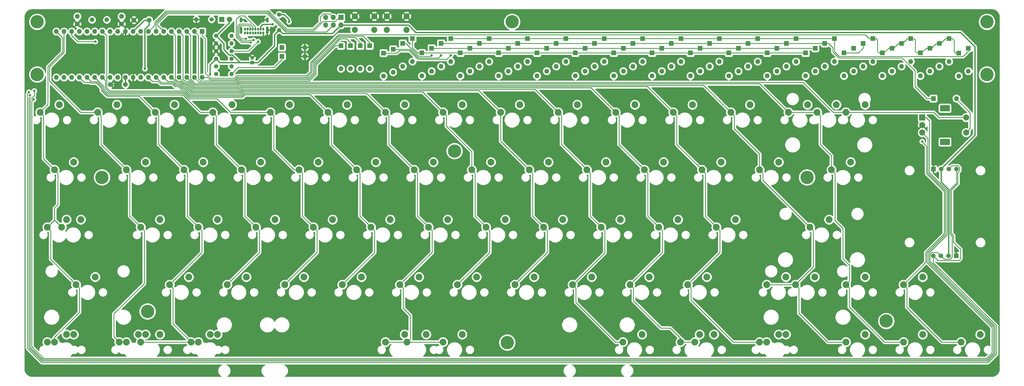
<source format=gbr>
G04 #@! TF.GenerationSoftware,KiCad,Pcbnew,(5.1.6)-1*
G04 #@! TF.CreationDate,2022-07-12T00:57:42-05:00*
G04 #@! TF.ProjectId,pinstripe,70696e73-7472-4697-9065-2e6b69636164,rev?*
G04 #@! TF.SameCoordinates,Original*
G04 #@! TF.FileFunction,Copper,L2,Bot*
G04 #@! TF.FilePolarity,Positive*
%FSLAX46Y46*%
G04 Gerber Fmt 4.6, Leading zero omitted, Abs format (unit mm)*
G04 Created by KiCad (PCBNEW (5.1.6)-1) date 2022-07-12 00:57:42*
%MOMM*%
%LPD*%
G01*
G04 APERTURE LIST*
G04 #@! TA.AperFunction,ComponentPad*
%ADD10C,4.400000*%
G04 #@! TD*
G04 #@! TA.AperFunction,ComponentPad*
%ADD11C,1.524000*%
G04 #@! TD*
G04 #@! TA.AperFunction,ComponentPad*
%ADD12R,1.524000X1.524000*%
G04 #@! TD*
G04 #@! TA.AperFunction,ComponentPad*
%ADD13C,2.250000*%
G04 #@! TD*
G04 #@! TA.AperFunction,ComponentPad*
%ADD14O,0.650000X1.000000*%
G04 #@! TD*
G04 #@! TA.AperFunction,ComponentPad*
%ADD15O,0.900000X2.400000*%
G04 #@! TD*
G04 #@! TA.AperFunction,ComponentPad*
%ADD16O,0.900000X1.700000*%
G04 #@! TD*
G04 #@! TA.AperFunction,ComponentPad*
%ADD17O,1.600000X1.600000*%
G04 #@! TD*
G04 #@! TA.AperFunction,ComponentPad*
%ADD18R,1.600000X1.600000*%
G04 #@! TD*
G04 #@! TA.AperFunction,ComponentPad*
%ADD19C,2.000000*%
G04 #@! TD*
G04 #@! TA.AperFunction,ComponentPad*
%ADD20R,2.000000X2.000000*%
G04 #@! TD*
G04 #@! TA.AperFunction,ComponentPad*
%ADD21R,3.200000X2.000000*%
G04 #@! TD*
G04 #@! TA.AperFunction,ComponentPad*
%ADD22C,1.200000*%
G04 #@! TD*
G04 #@! TA.AperFunction,ComponentPad*
%ADD23R,1.200000X1.200000*%
G04 #@! TD*
G04 #@! TA.AperFunction,ComponentPad*
%ADD24C,1.600000*%
G04 #@! TD*
G04 #@! TA.AperFunction,ComponentPad*
%ADD25C,1.500000*%
G04 #@! TD*
G04 #@! TA.AperFunction,ComponentPad*
%ADD26C,1.400000*%
G04 #@! TD*
G04 #@! TA.AperFunction,ComponentPad*
%ADD27O,1.400000X1.400000*%
G04 #@! TD*
G04 #@! TA.AperFunction,ComponentPad*
%ADD28O,1.700000X1.700000*%
G04 #@! TD*
G04 #@! TA.AperFunction,ComponentPad*
%ADD29R,1.700000X1.700000*%
G04 #@! TD*
G04 #@! TA.AperFunction,ComponentPad*
%ADD30R,1.800000X1.800000*%
G04 #@! TD*
G04 #@! TA.AperFunction,ComponentPad*
%ADD31C,1.800000*%
G04 #@! TD*
G04 #@! TA.AperFunction,ViaPad*
%ADD32C,0.800000*%
G04 #@! TD*
G04 #@! TA.AperFunction,Conductor*
%ADD33C,0.381000*%
G04 #@! TD*
G04 #@! TA.AperFunction,Conductor*
%ADD34C,0.254000*%
G04 #@! TD*
G04 APERTURE END LIST*
D10*
X196850000Y-128587500D03*
D11*
X343916000Y-177419000D03*
X341376000Y-177419000D03*
X338836000Y-177419000D03*
D12*
X336296000Y-177419000D03*
D11*
X336232500Y-206216250D03*
X338772500Y-206216250D03*
X341312500Y-206216250D03*
D12*
X343852500Y-206216250D03*
D13*
X258921250Y-232251250D03*
X252571250Y-234791250D03*
X168433750Y-232251250D03*
X162083750Y-234791250D03*
X180340000Y-232251250D03*
X173990000Y-234791250D03*
X275590000Y-156051250D03*
X269240000Y-158591250D03*
X185102500Y-213201250D03*
X178752500Y-215741250D03*
X127952500Y-213201250D03*
X121602500Y-215741250D03*
X99377500Y-194151250D03*
X93027500Y-196691250D03*
X51752500Y-232251250D03*
X45402500Y-234791250D03*
X80327500Y-194151250D03*
X73977500Y-196691250D03*
X85090000Y-156051250D03*
X78740000Y-158591250D03*
X94615000Y-175101250D03*
X88265000Y-177641250D03*
X256540000Y-156051250D03*
X250190000Y-158591250D03*
X297021250Y-213201250D03*
X290671250Y-215741250D03*
X313690000Y-213201250D03*
X307340000Y-215741250D03*
X287496250Y-213201250D03*
X281146250Y-215741250D03*
X332740000Y-232251250D03*
X326390000Y-234791250D03*
X46990000Y-156051250D03*
X40640000Y-158591250D03*
X287496250Y-232251250D03*
X281146250Y-234791250D03*
X285115000Y-232251250D03*
X278765000Y-234791250D03*
X199390000Y-156051250D03*
X193040000Y-158591250D03*
X170815000Y-175101250D03*
X164465000Y-177641250D03*
X308927500Y-175101250D03*
X302577500Y-177641250D03*
X332740000Y-213201250D03*
X326390000Y-215741250D03*
D14*
X112781000Y-132306250D03*
X114481000Y-132306250D03*
X113631000Y-132306250D03*
X111931000Y-132306250D03*
X111081000Y-132306250D03*
X110231000Y-132306250D03*
X109381000Y-132306250D03*
X108531000Y-132306250D03*
X114481000Y-130981250D03*
X113626000Y-130981250D03*
X112776000Y-130981250D03*
X111926000Y-130981250D03*
X111076000Y-130981250D03*
X110226000Y-130981250D03*
X109376000Y-130981250D03*
X108526000Y-130981250D03*
D15*
X115831000Y-131326250D03*
X107181000Y-131326250D03*
D16*
X115831000Y-127946250D03*
X107181000Y-127946250D03*
D13*
X161290000Y-232251250D03*
X154940000Y-234791250D03*
X239871250Y-232251250D03*
X233521250Y-234791250D03*
X96996250Y-232251250D03*
X90646250Y-234791250D03*
X204152500Y-213201250D03*
X197802500Y-215741250D03*
X263683750Y-232251250D03*
X257333750Y-234791250D03*
X49371250Y-232251250D03*
X43021250Y-234791250D03*
X351790000Y-232251250D03*
X345440000Y-234791250D03*
X180340000Y-156051250D03*
X173990000Y-158591250D03*
X142240000Y-156051250D03*
X135890000Y-158591250D03*
X75565000Y-232251250D03*
X69215000Y-234791250D03*
X99377500Y-232251250D03*
X93027500Y-234791250D03*
X80327500Y-232251250D03*
X73977500Y-234791250D03*
X304165000Y-156051250D03*
X297815000Y-158591250D03*
X137477500Y-194151250D03*
X131127500Y-196691250D03*
X294640000Y-156051250D03*
X288290000Y-158591250D03*
X89852500Y-213201250D03*
X83502500Y-215741250D03*
X108902500Y-213201250D03*
X102552500Y-215741250D03*
X73183750Y-232251250D03*
X66833750Y-234791250D03*
X147002500Y-213201250D03*
X140652500Y-215741250D03*
X189865000Y-175101250D03*
X183515000Y-177641250D03*
X51752500Y-175101250D03*
X45402500Y-177641250D03*
X151765000Y-175101250D03*
X145415000Y-177641250D03*
X132715000Y-175101250D03*
X126365000Y-177641250D03*
X75565000Y-175101250D03*
X69215000Y-177641250D03*
X247015000Y-175101250D03*
X240665000Y-177641250D03*
X227965000Y-175101250D03*
X221615000Y-177641250D03*
X58896250Y-213201250D03*
X52546250Y-215741250D03*
X313690000Y-232251250D03*
X307340000Y-234791250D03*
X232727500Y-194151250D03*
X226377500Y-196691250D03*
X213677500Y-194151250D03*
X207327500Y-196691250D03*
X194627500Y-194151250D03*
X188277500Y-196691250D03*
X208915000Y-175101250D03*
X202565000Y-177641250D03*
X175577500Y-194151250D03*
X169227500Y-196691250D03*
X156527500Y-194151250D03*
X150177500Y-196691250D03*
X301783750Y-194151250D03*
X295433750Y-196691250D03*
X113665000Y-175101250D03*
X107315000Y-177641250D03*
X118427500Y-194151250D03*
X112077500Y-196691250D03*
X54133750Y-194151250D03*
X47783750Y-196691250D03*
X49371250Y-194151250D03*
X43021250Y-196691250D03*
X313690000Y-156051250D03*
X307340000Y-158591250D03*
X166052500Y-213201250D03*
X159702500Y-215741250D03*
X285115000Y-175101250D03*
X278765000Y-177641250D03*
X266065000Y-175101250D03*
X259715000Y-177641250D03*
X251777500Y-194151250D03*
X245427500Y-196691250D03*
X261302500Y-213201250D03*
X254952500Y-215741250D03*
X270827500Y-194151250D03*
X264477500Y-196691250D03*
X218440000Y-156051250D03*
X212090000Y-158591250D03*
X161290000Y-156051250D03*
X154940000Y-158591250D03*
X123190000Y-156051250D03*
X116840000Y-158591250D03*
X104140000Y-156051250D03*
X97790000Y-158591250D03*
X66040000Y-156051250D03*
X59690000Y-158591250D03*
X237490000Y-156051250D03*
X231140000Y-158591250D03*
X223202500Y-213201250D03*
X216852500Y-215741250D03*
X242252500Y-213201250D03*
X235902500Y-215741250D03*
D17*
X343916000Y-154019250D03*
D18*
X336296000Y-154019250D03*
D10*
X39687500Y-128587500D03*
D17*
X94298865Y-147046777D03*
X46038865Y-131806777D03*
X91758865Y-147046777D03*
X48578865Y-131806777D03*
X89218865Y-147046777D03*
X51118865Y-131806777D03*
X86678865Y-147046777D03*
X53658865Y-131806777D03*
X84138865Y-147046777D03*
X56198865Y-131806777D03*
X81598865Y-147046777D03*
X58738865Y-131806777D03*
X79058865Y-147046777D03*
X61278865Y-131806777D03*
X76518865Y-147046777D03*
X63818865Y-131806777D03*
X73978865Y-147046777D03*
X66358865Y-131806777D03*
X71438865Y-147046777D03*
X68898865Y-131806777D03*
X68898865Y-147046777D03*
X71438865Y-131806777D03*
X66358865Y-147046777D03*
X73978865Y-131806777D03*
X63818865Y-147046777D03*
X76518865Y-131806777D03*
X61278865Y-147046777D03*
X79058865Y-131806777D03*
X58738865Y-147046777D03*
X81598865Y-131806777D03*
X56198865Y-147046777D03*
X84138865Y-131806777D03*
X53658865Y-147046777D03*
X86678865Y-131806777D03*
X51118865Y-147046777D03*
X89218865Y-131806777D03*
X48578865Y-147046777D03*
X91758865Y-131806777D03*
X46038865Y-147046777D03*
D18*
X94298865Y-131806777D03*
D19*
X155425000Y-131246000D03*
X155425000Y-126746000D03*
X161925000Y-131246000D03*
X161925000Y-126746000D03*
D20*
X332637750Y-160337500D03*
D19*
X332637750Y-162837500D03*
X332637750Y-165337500D03*
D21*
X340137750Y-157237500D03*
X340137750Y-168437500D03*
D19*
X347137750Y-160337500D03*
X347137750Y-165337500D03*
D10*
X39687500Y-146050000D03*
D17*
X128270000Y-140049250D03*
D18*
X120650000Y-140049250D03*
X146589750Y-136525000D03*
D17*
X146589750Y-144145000D03*
X170211750Y-144938750D03*
D18*
X170211750Y-137318750D03*
D10*
X320675000Y-227806250D03*
X195262500Y-234950000D03*
X76200000Y-224631250D03*
X294481250Y-180181250D03*
X177800000Y-171450000D03*
X61118750Y-180181250D03*
D22*
X110871000Y-140581250D03*
D23*
X110871000Y-142081250D03*
D10*
X354012500Y-146050000D03*
X354012500Y-128587500D03*
D18*
X309880000Y-137318750D03*
D17*
X309880000Y-144938750D03*
D19*
X144780000Y-131246000D03*
X144780000Y-126746000D03*
X151280000Y-131246000D03*
X151280000Y-126746000D03*
D18*
X120650000Y-137096500D03*
D17*
X128270000Y-137096500D03*
D24*
X76708000Y-128016000D03*
X71708000Y-128016000D03*
D25*
X62725300Y-127914400D03*
X57845300Y-127914400D03*
D26*
X98901250Y-133223000D03*
D27*
X103981250Y-133223000D03*
D26*
X98899725Y-135768786D03*
D27*
X103979725Y-135768786D03*
D26*
X98901250Y-143383000D03*
D27*
X103981250Y-143383000D03*
D26*
X98901250Y-145923000D03*
D27*
X103981250Y-145923000D03*
D26*
X98901250Y-138303000D03*
D27*
X103981250Y-138303000D03*
D26*
X98893579Y-140847064D03*
D27*
X103973579Y-140847064D03*
D26*
X97409000Y-127793750D03*
D27*
X92329000Y-127793750D03*
D28*
X135128000Y-129667000D03*
X135128000Y-127127000D03*
X137668000Y-129667000D03*
X137668000Y-127127000D03*
X140208000Y-129667000D03*
D29*
X140208000Y-127127000D03*
D26*
X119761000Y-126206250D03*
X119761000Y-131306250D03*
D30*
X100806250Y-127793750D03*
D31*
X103346250Y-127793750D03*
D17*
X344678000Y-146558000D03*
D18*
X344678000Y-138938000D03*
X341471250Y-134143750D03*
D17*
X341471250Y-141763750D03*
D18*
X338296250Y-135731250D03*
D17*
X338296250Y-143351250D03*
X316230000Y-141763750D03*
D18*
X316230000Y-134143750D03*
D17*
X319405000Y-146526250D03*
D18*
X319405000Y-138906250D03*
D17*
X322580000Y-144938750D03*
D18*
X322580000Y-137318750D03*
D17*
X325755000Y-143351250D03*
D18*
X325755000Y-135731250D03*
D17*
X328803000Y-141763750D03*
D18*
X328803000Y-134143750D03*
D17*
X331978000Y-146526250D03*
D18*
X331978000Y-138906250D03*
D17*
X335153000Y-144938750D03*
D18*
X335153000Y-137318750D03*
X347853000Y-137318750D03*
D17*
X347853000Y-144938750D03*
X303530000Y-141763750D03*
D18*
X303530000Y-134143750D03*
D17*
X290830000Y-141763750D03*
D18*
X290830000Y-134143750D03*
D17*
X278130000Y-141763750D03*
D18*
X278130000Y-134143750D03*
D17*
X265430000Y-141763750D03*
D18*
X265430000Y-134143750D03*
D17*
X252730000Y-141763750D03*
D18*
X252730000Y-134143750D03*
D17*
X240030000Y-141763750D03*
D18*
X240030000Y-134143750D03*
D17*
X227330000Y-141763750D03*
D18*
X227330000Y-134143750D03*
D17*
X214630000Y-141763750D03*
D18*
X214630000Y-134143750D03*
D17*
X201961750Y-141763750D03*
D18*
X201961750Y-134143750D03*
D17*
X189261750Y-141763750D03*
D18*
X189261750Y-134143750D03*
D17*
X176561750Y-141763750D03*
D18*
X176561750Y-134143750D03*
X154305000Y-138938000D03*
D17*
X154305000Y-146558000D03*
D18*
X149733000Y-136525000D03*
D17*
X149733000Y-144145000D03*
X300355000Y-143351250D03*
D18*
X300355000Y-135731250D03*
D17*
X287655000Y-143351250D03*
D18*
X287655000Y-135731250D03*
D17*
X274955000Y-143351250D03*
D18*
X274955000Y-135731250D03*
D17*
X262255000Y-143351250D03*
D18*
X262255000Y-135731250D03*
D17*
X249555000Y-143351250D03*
D18*
X249555000Y-135731250D03*
D17*
X236855000Y-143351250D03*
D18*
X236855000Y-135731250D03*
D17*
X224155000Y-143351250D03*
D18*
X224155000Y-135731250D03*
D17*
X211486750Y-143351250D03*
D18*
X211486750Y-135731250D03*
D17*
X198786750Y-143351250D03*
D18*
X198786750Y-135731250D03*
D17*
X186086750Y-143351250D03*
D18*
X186086750Y-135731250D03*
D17*
X173386750Y-143351250D03*
D18*
X173386750Y-135731250D03*
D17*
X157480000Y-145288000D03*
D18*
X157480000Y-137668000D03*
D17*
X297180000Y-144938750D03*
D18*
X297180000Y-137318750D03*
D17*
X284480000Y-144938750D03*
D18*
X284480000Y-137318750D03*
D17*
X271780000Y-144938750D03*
D18*
X271780000Y-137318750D03*
D17*
X259080000Y-144938750D03*
D18*
X259080000Y-137318750D03*
D17*
X246380000Y-144938750D03*
D18*
X246380000Y-137318750D03*
D17*
X233680000Y-144938750D03*
D18*
X233680000Y-137318750D03*
D17*
X220980000Y-144938750D03*
D18*
X220980000Y-137318750D03*
D17*
X208311750Y-144938750D03*
D18*
X208311750Y-137318750D03*
D17*
X195611750Y-144938750D03*
D18*
X195611750Y-137318750D03*
D17*
X182911750Y-144938750D03*
D18*
X182911750Y-137318750D03*
D17*
X160686750Y-143351250D03*
D18*
X160686750Y-135731250D03*
X143383000Y-136525000D03*
D17*
X143383000Y-144145000D03*
D18*
X313055000Y-135731250D03*
D17*
X313055000Y-143351250D03*
X306705000Y-146526250D03*
D18*
X306705000Y-138906250D03*
D17*
X294005000Y-146526250D03*
D18*
X294005000Y-138906250D03*
X281305000Y-138906250D03*
D17*
X281305000Y-146526250D03*
X268605000Y-146526250D03*
D18*
X268605000Y-138906250D03*
D17*
X255905000Y-146526250D03*
D18*
X255905000Y-138906250D03*
D17*
X243205000Y-146526250D03*
D18*
X243205000Y-138906250D03*
D17*
X230505000Y-146526250D03*
D18*
X230505000Y-138906250D03*
D17*
X217805000Y-146526250D03*
D18*
X217805000Y-138906250D03*
D17*
X205136750Y-146526250D03*
D18*
X205136750Y-138906250D03*
D17*
X192436750Y-146526250D03*
D18*
X192436750Y-138906250D03*
D17*
X179736750Y-146526250D03*
D18*
X179736750Y-138906250D03*
D17*
X167036750Y-146526250D03*
D18*
X167036750Y-138906250D03*
D17*
X163861750Y-141763750D03*
D18*
X163861750Y-134143750D03*
X140208000Y-136525000D03*
D17*
X140208000Y-144145000D03*
D24*
X68897500Y-149352000D03*
X63897500Y-149352000D03*
X67602100Y-126777750D03*
X67602100Y-129277750D03*
X52946300Y-126777750D03*
X52946300Y-129277750D03*
D32*
X223837500Y-243681250D03*
X65087500Y-135731250D03*
X86614000Y-136525000D03*
X89154000Y-141986000D03*
X91694000Y-136525000D03*
X84074000Y-141986000D03*
X101092000Y-144653000D03*
X106172000Y-136906000D03*
X45212000Y-217932000D03*
X227806250Y-189706250D03*
X251618750Y-207962500D03*
X43053000Y-183896000D03*
X165481000Y-137160000D03*
X165893750Y-243205000D03*
X69850000Y-230187500D03*
X152019000Y-143256000D03*
X116433600Y-141287500D03*
X137210800Y-140716000D03*
X172243750Y-233362500D03*
X165100000Y-232283000D03*
X108743750Y-243586000D03*
X103378000Y-131318000D03*
X62706250Y-204787500D03*
X74612500Y-188912500D03*
X80962500Y-236537500D03*
X99218750Y-234950000D03*
X291306250Y-156368750D03*
X94107000Y-141986000D03*
X53975000Y-139700000D03*
X95758000Y-155829000D03*
X136525000Y-212725000D03*
X96901000Y-146050000D03*
X75311000Y-144145000D03*
X170180000Y-139700000D03*
X173355000Y-139700000D03*
X176530000Y-139700000D03*
X110363000Y-135382000D03*
X111252000Y-134620000D03*
X37306250Y-152908000D03*
X36957000Y-151892000D03*
X332581250Y-168275000D03*
X112776000Y-135128000D03*
X108712000Y-134187037D03*
X58928000Y-135128000D03*
X38735000Y-151511000D03*
X38504711Y-154328711D03*
X117602000Y-129413000D03*
X123031250Y-128587500D03*
D33*
X71437500Y-147045412D02*
X71438865Y-147046777D01*
X115831000Y-135621250D02*
X115831000Y-131326250D01*
X110871000Y-140581250D02*
X115831000Y-135621250D01*
X65974582Y-149352000D02*
X67708364Y-147618218D01*
X67708364Y-132997278D02*
X68898865Y-131806777D01*
X67708364Y-147618218D02*
X67708364Y-132997278D01*
X63897500Y-149352000D02*
X65974582Y-149352000D01*
D34*
X65823927Y-131806777D02*
X66358865Y-131806777D01*
D33*
X71438865Y-131806777D02*
X71615473Y-131806777D01*
X71438865Y-131253135D02*
X71438865Y-131806777D01*
X68897500Y-147048142D02*
X68898865Y-147046777D01*
X68897500Y-149352000D02*
X68897500Y-147048142D01*
X137404490Y-132470510D02*
X140208000Y-129667000D01*
X119761000Y-131306250D02*
X120925260Y-132470510D01*
X120925260Y-132470510D02*
X137404490Y-132470510D01*
X101473000Y-135794750D02*
X98901250Y-133223000D01*
X106775250Y-142081250D02*
X104267000Y-139573000D01*
X104267000Y-139573000D02*
X103124000Y-139573000D01*
X110871000Y-142081250D02*
X106775250Y-142081250D01*
X101473000Y-137668000D02*
X101473000Y-135794750D01*
X103124000Y-139573000D02*
X101473000Y-137668000D01*
X100127765Y-142081250D02*
X106775250Y-142081250D01*
X98893579Y-140847064D02*
X100127765Y-142081250D01*
X96901000Y-146050000D02*
X96901000Y-142839643D01*
X96901000Y-142839643D02*
X98893579Y-140847064D01*
X75311000Y-142748000D02*
X75311000Y-142494000D01*
X75229642Y-128016000D02*
X76708000Y-128016000D01*
X71438865Y-131806777D02*
X75229642Y-128016000D01*
X76708000Y-129571750D02*
X76708000Y-128016000D01*
X75311000Y-142748000D02*
X75311000Y-130968750D01*
X75311000Y-130968750D02*
X76708000Y-129571750D01*
X75311000Y-142748000D02*
X75311000Y-144145000D01*
X118268750Y-132798500D02*
X119761000Y-131306250D01*
X118268750Y-136525000D02*
X118268750Y-132798500D01*
X110871000Y-142081250D02*
X112712500Y-142081250D01*
X112712500Y-142081250D02*
X118268750Y-136525000D01*
X103346250Y-128778000D02*
X103346250Y-127793750D01*
X98901250Y-133223000D02*
X103346250Y-128778000D01*
X162560000Y-129667000D02*
X164973000Y-132080000D01*
X140208000Y-129667000D02*
X162560000Y-129667000D01*
X164973000Y-132080000D02*
X345281250Y-132080000D01*
X345281250Y-132080000D02*
X350043750Y-136842500D01*
X350043750Y-136842500D02*
X350043750Y-166116000D01*
X350043750Y-166116000D02*
X338867750Y-177292000D01*
X338836000Y-181735380D02*
X338836000Y-177419000D01*
X341312500Y-184211880D02*
X338836000Y-181735380D01*
X341312500Y-206216250D02*
X341312500Y-184211880D01*
D34*
X313055000Y-136264750D02*
X313055000Y-137318750D01*
X179736750Y-138906250D02*
X167036750Y-138906250D01*
X179736750Y-138906250D02*
X192436750Y-138906250D01*
X192436750Y-138906250D02*
X205136750Y-138906250D01*
X205136750Y-138906250D02*
X217805000Y-138906250D01*
X217805000Y-138906250D02*
X230505000Y-138906250D01*
X230505000Y-138906250D02*
X243205000Y-138906250D01*
X243205000Y-138906250D02*
X255905000Y-138906250D01*
X255905000Y-138906250D02*
X268605000Y-138906250D01*
X268605000Y-138906250D02*
X281305000Y-138906250D01*
X281305000Y-138906250D02*
X294005000Y-138906250D01*
X311467500Y-138906250D02*
X313055000Y-137318750D01*
X306705000Y-138906250D02*
X311467500Y-138906250D01*
X163861750Y-134143750D02*
X163861750Y-137210184D01*
X165557816Y-138906250D02*
X167036750Y-138906250D01*
X163861750Y-137210184D02*
X165557816Y-138906250D01*
X138317132Y-136525000D02*
X140208000Y-136525000D01*
X131991040Y-142851092D02*
X138317132Y-136525000D01*
X131991040Y-145913228D02*
X131991040Y-142851092D01*
X129657228Y-148247039D02*
X131991040Y-145913228D01*
X90424000Y-133011912D02*
X90424000Y-147588334D01*
X90424000Y-147588334D02*
X91952686Y-149117020D01*
X89218865Y-131806777D02*
X90424000Y-133011912D01*
X106543224Y-148247040D02*
X129657228Y-148247039D01*
X91952686Y-149117020D02*
X105673244Y-149117020D01*
X105673244Y-149117020D02*
X106543224Y-148247040D01*
X170211750Y-137318750D02*
X182911750Y-137318750D01*
X284480000Y-137318750D02*
X297180000Y-137318750D01*
X271780000Y-137318750D02*
X284480000Y-137318750D01*
X259080000Y-137318750D02*
X271780000Y-137318750D01*
X259080000Y-137318750D02*
X246380000Y-137318750D01*
X246380000Y-137318750D02*
X233680000Y-137318750D01*
X233680000Y-137318750D02*
X220980000Y-137318750D01*
X220980000Y-137318750D02*
X208311750Y-137318750D01*
X195611750Y-137318750D02*
X208311750Y-137318750D01*
X195611750Y-137318750D02*
X182911750Y-137318750D01*
X166109499Y-140099999D02*
X169780001Y-140099999D01*
X169780001Y-140099999D02*
X170180000Y-139700000D01*
X160686750Y-135731250D02*
X161740750Y-135731250D01*
X161740750Y-135731250D02*
X166109499Y-140099999D01*
X143383000Y-135471000D02*
X143383000Y-136525000D01*
X142151000Y-134239000D02*
X143383000Y-135471000D01*
X139961066Y-134239000D02*
X142151000Y-134239000D01*
X131537030Y-145725171D02*
X131537030Y-142663036D01*
X131537030Y-142663036D02*
X139961066Y-134239000D01*
X91758865Y-147046777D02*
X93375098Y-148663010D01*
X105485188Y-148663010D02*
X106355168Y-147793030D01*
X93375098Y-148663010D02*
X105485188Y-148663010D01*
X106355168Y-147793030D02*
X129469171Y-147793030D01*
X129469171Y-147793030D02*
X131537030Y-145725171D01*
X165921442Y-140554009D02*
X172500991Y-140554009D01*
X172500991Y-140554009D02*
X173355000Y-139700000D01*
X157480000Y-137668000D02*
X163035434Y-137668000D01*
X163035434Y-137668000D02*
X165921442Y-140554009D01*
X139790362Y-133767638D02*
X131083020Y-142474980D01*
X144868770Y-133750020D02*
X139790362Y-133750020D01*
X93793126Y-148209000D02*
X92964000Y-147379874D01*
X146589750Y-136525000D02*
X146589750Y-135471000D01*
X139790362Y-133750020D02*
X139790362Y-133767638D01*
X131083020Y-145537114D02*
X129281114Y-147339020D01*
X105297132Y-148209000D02*
X93793126Y-148209000D01*
X146589750Y-135471000D02*
X144868770Y-133750020D01*
X131083020Y-142474980D02*
X131083020Y-145537114D01*
X129281114Y-147339020D02*
X106167112Y-147339020D01*
X106167112Y-147339020D02*
X105297132Y-148209000D01*
X186086750Y-135731250D02*
X173386750Y-135731250D01*
X287655000Y-135731250D02*
X300355000Y-135731250D01*
X274955000Y-135731250D02*
X287655000Y-135731250D01*
X262255000Y-135731250D02*
X274955000Y-135731250D01*
X249555000Y-135731250D02*
X262255000Y-135731250D01*
X236855000Y-135731250D02*
X249555000Y-135731250D01*
X211486750Y-135731250D02*
X224155000Y-135731250D01*
X198786750Y-135731250D02*
X211486750Y-135731250D01*
X224155000Y-135731250D02*
X236855000Y-135731250D01*
X186086750Y-135731250D02*
X198786750Y-135731250D01*
X91758865Y-131806777D02*
X92868750Y-132916662D01*
X92964000Y-133011912D02*
X92868750Y-132916662D01*
X92964000Y-147379874D02*
X92964000Y-133011912D01*
X301625000Y-135731250D02*
X300355000Y-135731250D01*
X303075990Y-138618057D02*
X303075990Y-137182240D01*
X303075990Y-137182240D02*
X301625000Y-135731250D01*
X304992943Y-140535010D02*
X303075990Y-138618057D01*
X334200500Y-154019250D02*
X330200000Y-150018750D01*
X330200000Y-144828712D02*
X325906298Y-140535010D01*
X336296000Y-154019250D02*
X334200500Y-154019250D01*
X330200000Y-150018750D02*
X330200000Y-144828712D01*
X325906298Y-140535010D02*
X304992943Y-140535010D01*
X154305000Y-138938000D02*
X158696010Y-138938000D01*
X158696010Y-138938000D02*
X159512000Y-138122010D01*
X175221981Y-141008019D02*
X176530000Y-139700000D01*
X165733385Y-141008019D02*
X175221981Y-141008019D01*
X162847378Y-138122010D02*
X165733385Y-141008019D01*
X159512000Y-138122010D02*
X162847378Y-138122010D01*
X147558010Y-133296010D02*
X149733000Y-135471000D01*
X139602306Y-133296010D02*
X147558010Y-133296010D01*
X130629010Y-142269306D02*
X139602306Y-133296010D01*
X130629010Y-145349057D02*
X130629010Y-142269306D01*
X129093057Y-146885009D02*
X130629010Y-145349057D01*
X94298865Y-147046777D02*
X96129287Y-147046777D01*
X96129287Y-147046777D02*
X96837500Y-147754990D01*
X149733000Y-135471000D02*
X149733000Y-136525000D01*
X96837500Y-147754990D02*
X105109076Y-147754990D01*
X105109076Y-147754990D02*
X105979056Y-146885010D01*
X105979056Y-146885010D02*
X129093057Y-146885009D01*
X227330000Y-134143750D02*
X240030000Y-134143750D01*
X252730000Y-134143750D02*
X265430000Y-134143750D01*
X290830000Y-134143750D02*
X303530000Y-134143750D01*
X240030000Y-134143750D02*
X252730000Y-134143750D01*
X214630000Y-134143750D02*
X227330000Y-134143750D01*
X278130000Y-134143750D02*
X290830000Y-134143750D01*
X265430000Y-134143750D02*
X278130000Y-134143750D01*
X201961750Y-134143750D02*
X214630000Y-134143750D01*
X189261750Y-134143750D02*
X201961750Y-134143750D01*
X176561750Y-134143750D02*
X189261750Y-134143750D01*
X303530000Y-134143750D02*
X303530000Y-138112500D01*
X303530000Y-138112500D02*
X303530000Y-138430000D01*
X303530000Y-138430000D02*
X305181000Y-140081000D01*
X347853000Y-138372750D02*
X347853000Y-137318750D01*
X346144750Y-140081000D02*
X347853000Y-138372750D01*
X305181000Y-140081000D02*
X346144750Y-140081000D01*
X344678000Y-139096750D02*
X344678000Y-138938000D01*
X335121250Y-137318750D02*
X335654750Y-137318750D01*
X335654750Y-137318750D02*
X337242250Y-135731250D01*
X332390750Y-138906250D02*
X331946250Y-138906250D01*
X335121250Y-137318750D02*
X333978250Y-137318750D01*
X333978250Y-137318750D02*
X332390750Y-138906250D01*
X322580000Y-137318750D02*
X323113500Y-137318750D01*
X323113500Y-137318750D02*
X324701000Y-135731250D01*
X321526000Y-137318750D02*
X322580000Y-137318750D01*
X319405000Y-138906250D02*
X319938500Y-138906250D01*
X319938500Y-138906250D02*
X321526000Y-137318750D01*
X317824896Y-138380146D02*
X317824896Y-134684646D01*
X318351000Y-138906250D02*
X317824896Y-138380146D01*
X319405000Y-138906250D02*
X318351000Y-138906250D01*
X330358922Y-138430000D02*
X330358922Y-134677422D01*
X331946250Y-138906250D02*
X330835000Y-138906250D01*
X330835000Y-138906250D02*
X330358922Y-138430000D01*
X139700000Y-132842000D02*
X140493750Y-132842000D01*
X313817000Y-132842000D02*
X139700000Y-132842000D01*
X343535000Y-138938000D02*
X344678000Y-138938000D01*
X343154000Y-134772500D02*
X343154000Y-138557000D01*
X343154000Y-138557000D02*
X343535000Y-138938000D01*
X342525250Y-134143750D02*
X343154000Y-134772500D01*
X341471250Y-134143750D02*
X342525250Y-134143750D01*
X341471250Y-134143750D02*
X340328250Y-134143750D01*
X325755000Y-135731250D02*
X326129750Y-135731250D01*
X326129750Y-135731250D02*
X327717250Y-134143750D01*
X330358922Y-134677422D02*
X329825250Y-134143750D01*
X324701000Y-135731250D02*
X325755000Y-135731250D01*
X315118750Y-134143750D02*
X313817000Y-132842000D01*
X316230000Y-134143750D02*
X315118750Y-134143750D01*
X337242250Y-135731250D02*
X338296250Y-135731250D01*
X317824896Y-134684646D02*
X317284000Y-134143750D01*
X327717250Y-134143750D02*
X328771250Y-134143750D01*
X338740750Y-135731250D02*
X338296250Y-135731250D01*
X340328250Y-134143750D02*
X338740750Y-135731250D01*
X329825250Y-134143750D02*
X328771250Y-134143750D01*
X317284000Y-134143750D02*
X316230000Y-134143750D01*
X95250000Y-134143750D02*
X94298865Y-133192615D01*
X94298865Y-133192615D02*
X94298865Y-131806777D01*
X95250000Y-145525424D02*
X95250000Y-134143750D01*
X97025556Y-147300980D02*
X95250000Y-145525424D01*
X104921020Y-147300980D02*
X97025556Y-147300980D01*
X105791000Y-146431000D02*
X104921020Y-147300980D01*
X139414250Y-132842000D02*
X130175000Y-142081250D01*
X139700000Y-132842000D02*
X139414250Y-132842000D01*
X130175000Y-145161000D02*
X128905000Y-146431000D01*
X128905000Y-146431000D02*
X105791000Y-146431000D01*
X130175000Y-142081250D02*
X130175000Y-145161000D01*
X96994351Y-231455601D02*
X96996250Y-231457500D01*
X111926000Y-130227250D02*
X111926000Y-130981250D01*
X108317750Y-126619000D02*
X111926000Y-130227250D01*
X105495970Y-133577104D02*
X105495970Y-127866530D01*
X106680000Y-126619000D02*
X108317750Y-126619000D01*
X105568750Y-127793750D02*
X106680000Y-126619000D01*
X110363000Y-135382000D02*
X107286913Y-135382000D01*
X107286913Y-135382000D02*
X105495970Y-133577104D01*
X105495970Y-127866530D02*
X105568750Y-127793750D01*
X120650000Y-141103250D02*
X118084500Y-143668750D01*
X120650000Y-140049250D02*
X120650000Y-141103250D01*
X106235500Y-143668750D02*
X103981250Y-145923000D01*
X118084500Y-143668750D02*
X106235500Y-143668750D01*
X110193980Y-129345230D02*
X111076000Y-130227250D01*
X106671095Y-129345230D02*
X110193980Y-129345230D01*
X105949980Y-130066345D02*
X106671095Y-129345230D01*
X111252000Y-134620000D02*
X109922038Y-134620000D01*
X109922038Y-134620000D02*
X109628001Y-134914037D01*
X111076000Y-130227250D02*
X111076000Y-130981250D01*
X109628001Y-134914037D02*
X107474970Y-134914037D01*
X107474970Y-134914037D02*
X105949980Y-133389047D01*
X105949980Y-133389047D02*
X105949980Y-130066345D01*
X79512875Y-129720787D02*
X81598865Y-131806777D01*
X79512875Y-129091691D02*
X79512875Y-129720787D01*
X82728546Y-125876020D02*
X79512875Y-129091691D01*
X137668000Y-129667000D02*
X135382000Y-131953000D01*
X135382000Y-131953000D02*
X121927712Y-131953000D01*
X121927712Y-131953000D02*
X115850732Y-125876020D01*
X115850732Y-125876020D02*
X82728546Y-125876020D01*
X131264010Y-131498990D02*
X134273001Y-128489999D01*
X79058865Y-128903635D02*
X82540490Y-125422010D01*
X122115768Y-131498990D02*
X131264010Y-131498990D01*
X79058865Y-131806777D02*
X79058865Y-128903635D01*
X116038788Y-125422010D02*
X122115768Y-131498990D01*
X82540490Y-125422010D02*
X116038788Y-125422010D01*
X140208000Y-127127000D02*
X139700000Y-127127000D01*
X138337001Y-128489999D02*
X134273001Y-128489999D01*
X139700000Y-127127000D02*
X138337001Y-128489999D01*
X339861501Y-207305251D02*
X338772500Y-206216250D01*
X342519000Y-206621472D02*
X341835221Y-207305251D01*
X343916000Y-177419000D02*
X343916000Y-182064010D01*
X341830010Y-184150000D02*
X341830010Y-198955010D01*
X341830010Y-198955010D02*
X342519000Y-199644000D01*
X343916000Y-182064010D02*
X341830010Y-184150000D01*
X342519000Y-199644000D02*
X342519000Y-206621472D01*
X339861501Y-207305251D02*
X341835221Y-207305251D01*
X37306250Y-153619230D02*
X37306250Y-152908000D01*
X335709779Y-205127249D02*
X335143499Y-205693529D01*
X356669990Y-238642510D02*
X354215730Y-241096770D01*
X335143499Y-208002366D02*
X356669990Y-229528857D01*
X337683499Y-205127249D02*
X335709779Y-205127249D01*
X335143499Y-205693529D02*
X335143499Y-208002366D01*
X338772500Y-206216250D02*
X337683499Y-205127249D01*
X356669990Y-229528857D02*
X356669990Y-238642510D01*
X41375137Y-241096770D02*
X36937981Y-236659614D01*
X354215730Y-241096770D02*
X41375137Y-241096770D01*
X36937980Y-153987500D02*
X37306250Y-153619230D01*
X36937981Y-236659614D02*
X36937980Y-153987500D01*
X36483971Y-152365029D02*
X36957000Y-151892000D01*
X41187081Y-241550780D02*
X36483972Y-236847671D01*
X357124000Y-231048862D02*
X357124000Y-238830567D01*
X36483972Y-236847671D02*
X36483971Y-152365029D01*
X357124000Y-238830567D02*
X354403787Y-241550780D01*
X354403787Y-241550780D02*
X41187081Y-241550780D01*
X342465001Y-176329999D02*
X341376000Y-177419000D01*
X344438721Y-176329999D02*
X342465001Y-176329999D01*
X345005001Y-176896279D02*
X344438721Y-176329999D01*
X345005001Y-177941721D02*
X345005001Y-176896279D01*
X342973010Y-199455943D02*
X342284020Y-198766953D01*
X345281250Y-203993750D02*
X342973010Y-201685510D01*
X336232500Y-206216250D02*
X337775511Y-207759261D01*
X344370010Y-182252067D02*
X344370010Y-178576712D01*
X344690739Y-207759261D02*
X345281250Y-207168750D01*
X345281250Y-207168750D02*
X345281250Y-203993750D01*
X337775511Y-207759261D02*
X344690739Y-207759261D01*
X342973010Y-201685510D02*
X342973010Y-199455943D01*
X342284020Y-198766953D02*
X342284020Y-184338056D01*
X342284020Y-184338056D02*
X344370010Y-182252067D01*
X344370010Y-178576712D02*
X345005001Y-177941721D01*
X357124000Y-229340800D02*
X355092000Y-227308800D01*
X357124000Y-231048862D02*
X357124000Y-229340800D01*
X336232500Y-208449302D02*
X336433599Y-208650401D01*
X355092000Y-227308800D02*
X336433599Y-208650401D01*
X336232500Y-206216250D02*
X336232500Y-208449302D01*
X107483504Y-150517090D02*
X223065840Y-150517090D01*
X106613524Y-151387070D02*
X107483504Y-150517090D01*
X90990892Y-151387070D02*
X106613524Y-151387070D01*
X89263343Y-149659519D02*
X90990892Y-151387070D01*
X84174713Y-147046777D02*
X85864845Y-148736912D01*
X84138865Y-147046777D02*
X84174713Y-147046777D01*
X85864845Y-148736912D02*
X87084868Y-148736912D01*
X87084868Y-148736912D02*
X88007473Y-149659519D01*
X223065840Y-150517090D02*
X231140000Y-158591250D01*
X88007473Y-149659519D02*
X89263343Y-149659519D01*
X239540001Y-176516251D02*
X240665000Y-177641250D01*
X232264999Y-169241249D02*
X239540001Y-176516251D01*
X232264999Y-159716249D02*
X232264999Y-169241249D01*
X231140000Y-158591250D02*
X232264999Y-159716249D01*
X244302501Y-195566251D02*
X245427500Y-196691250D01*
X241789999Y-193053749D02*
X244302501Y-195566251D01*
X241789999Y-178766249D02*
X241789999Y-193053749D01*
X240665000Y-177641250D02*
X241789999Y-178766249D01*
X237027499Y-214616251D02*
X235902500Y-215741250D01*
X246552499Y-205091251D02*
X237027499Y-214616251D01*
X246552499Y-197816249D02*
X246552499Y-205091251D01*
X245427500Y-196691250D02*
X246552499Y-197816249D01*
X252571250Y-234791250D02*
X257333750Y-234791250D01*
X252571250Y-233521250D02*
X252571250Y-234791250D01*
X237027499Y-216866249D02*
X237027499Y-221152499D01*
X235902500Y-215741250D02*
X237027499Y-216866249D01*
X246062500Y-230187500D02*
X249237500Y-230187500D01*
X249237500Y-230187500D02*
X252571250Y-233521250D01*
X237027499Y-221152499D02*
X246062500Y-230187500D01*
X227502499Y-205250001D02*
X216852500Y-215900000D01*
X217977499Y-216866249D02*
X217977499Y-221646750D01*
X216852500Y-215741250D02*
X217977499Y-216866249D01*
X217977499Y-221646750D02*
X231121999Y-234791250D01*
X227502499Y-197816249D02*
X227502499Y-205232000D01*
X226377500Y-196691250D02*
X227502499Y-197816249D01*
X231121999Y-234791250D02*
X233521250Y-234791250D01*
X84828935Y-148343069D02*
X85676788Y-149190922D01*
X204469850Y-150971100D02*
X212090000Y-158591250D01*
X81598865Y-147046777D02*
X82895154Y-148343066D01*
X84828935Y-148343066D02*
X84828935Y-148343069D01*
X82895154Y-148343066D02*
X84828935Y-148343066D01*
X85676788Y-149190922D02*
X86896812Y-149190922D01*
X86896812Y-149190922D02*
X87819416Y-150113529D01*
X106801581Y-151841080D02*
X107671561Y-150971100D01*
X87819416Y-150113529D02*
X89075287Y-150113529D01*
X107671561Y-150971100D02*
X204469850Y-150971100D01*
X89075287Y-150113529D02*
X90802835Y-151841080D01*
X90802835Y-151841080D02*
X106801581Y-151841080D01*
X220490001Y-176516251D02*
X221615000Y-177641250D01*
X213214999Y-169241249D02*
X220490001Y-176516251D01*
X213214999Y-159716249D02*
X213214999Y-169241249D01*
X212090000Y-158591250D02*
X213214999Y-159716249D01*
X225252501Y-195566251D02*
X226377500Y-196691250D01*
X222739999Y-193053749D02*
X225252501Y-195566251D01*
X222739999Y-178766249D02*
X222739999Y-193053749D01*
X221615000Y-177641250D02*
X222739999Y-178766249D01*
X68090001Y-176516251D02*
X69215000Y-177641250D01*
X60814999Y-169241249D02*
X68090001Y-176516251D01*
X60814999Y-159716249D02*
X60814999Y-169241249D01*
X59690000Y-158591250D02*
X60814999Y-159716249D01*
X70339999Y-193053749D02*
X72852501Y-195566251D01*
X72852501Y-195566251D02*
X73977500Y-196691250D01*
X70339999Y-178766249D02*
X70339999Y-193053749D01*
X69215000Y-177641250D02*
X70339999Y-178766249D01*
X75102499Y-197816249D02*
X75102499Y-215410001D01*
X73977500Y-196691250D02*
X75102499Y-197816249D01*
X75102499Y-215410001D02*
X65087500Y-225425000D01*
X65087500Y-233045000D02*
X66833750Y-234791250D01*
X65087500Y-225425000D02*
X65087500Y-233045000D01*
X66833750Y-234791250D02*
X69215000Y-234791250D01*
X48578865Y-137190385D02*
X48578865Y-131806777D01*
X54048010Y-158591250D02*
X59690000Y-158591250D01*
X43688000Y-143668750D02*
X43688000Y-148231240D01*
X43688000Y-148231240D02*
X54048010Y-158591250D01*
X43688000Y-143668750D02*
X43688000Y-143637000D01*
X48578865Y-138746135D02*
X43688000Y-143637000D01*
X48578865Y-137190385D02*
X48578865Y-138746135D01*
X90644351Y-233995601D02*
X90646250Y-233997500D01*
X90644351Y-234789351D02*
X90646250Y-234791250D01*
X73977500Y-234789351D02*
X90644351Y-234789351D01*
X90646250Y-234791250D02*
X93027500Y-234791250D01*
X87140001Y-176516251D02*
X88265000Y-177641250D01*
X79864999Y-169241249D02*
X87140001Y-176516251D01*
X79864999Y-159716249D02*
X79864999Y-169241249D01*
X78740000Y-158591250D02*
X79864999Y-159716249D01*
X91902501Y-195566251D02*
X93027500Y-196691250D01*
X89389999Y-193053749D02*
X91902501Y-195566251D01*
X89389999Y-178766249D02*
X89389999Y-193053749D01*
X88265000Y-177641250D02*
X89389999Y-178766249D01*
X94152499Y-205091251D02*
X84627499Y-214616251D01*
X84627499Y-214616251D02*
X83502500Y-215741250D01*
X94152499Y-197816249D02*
X94152499Y-205091251D01*
X93027500Y-196691250D02*
X94152499Y-197816249D01*
X89521251Y-233666251D02*
X90646250Y-234791250D01*
X84627499Y-228772499D02*
X89521251Y-233666251D01*
X84627499Y-216866249D02*
X84627499Y-228772499D01*
X83502500Y-215741250D02*
X84627499Y-216866249D01*
X55231395Y-148619307D02*
X53658865Y-147046777D01*
X57129328Y-148619307D02*
X55231395Y-148619307D01*
X57395281Y-148885260D02*
X57129328Y-148619307D01*
X73440349Y-153291599D02*
X62839331Y-153291598D01*
X78740000Y-158591250D02*
X73440349Y-153291599D01*
X59293216Y-148885260D02*
X57395281Y-148885260D01*
X60875825Y-150467869D02*
X59293216Y-148885260D01*
X62839331Y-153291598D02*
X60875825Y-151328092D01*
X60875825Y-151328092D02*
X60875825Y-150467869D01*
X103677499Y-214616251D02*
X102552500Y-215741250D01*
X113202499Y-205091251D02*
X103677499Y-214616251D01*
X113202499Y-197816249D02*
X113202499Y-205091251D01*
X112077500Y-196691250D02*
X113202499Y-197816249D01*
X110952501Y-195566251D02*
X112077500Y-196691250D01*
X108439999Y-193053749D02*
X110952501Y-195566251D01*
X108439999Y-178766249D02*
X108439999Y-193053749D01*
X107315000Y-177641250D02*
X108439999Y-178766249D01*
X106190001Y-176516251D02*
X107315000Y-177641250D01*
X98914999Y-159716249D02*
X98914999Y-169241249D01*
X98914999Y-169241249D02*
X106190001Y-176516251D01*
X97790000Y-158591250D02*
X98914999Y-159716249D01*
X56198865Y-147046777D02*
X56198865Y-147130865D01*
X61329835Y-150279813D02*
X59481272Y-148431250D01*
X93700603Y-158591250D02*
X87946943Y-152837589D01*
X97790000Y-158591250D02*
X93700603Y-158591250D01*
X57583338Y-148431250D02*
X56198865Y-147046777D01*
X59481272Y-148431250D02*
X57583338Y-148431250D01*
X63027388Y-152837589D02*
X61329835Y-151140035D01*
X87946943Y-152837589D02*
X63027388Y-152837589D01*
X61329835Y-151140035D02*
X61329835Y-150279813D01*
X116840000Y-158591250D02*
X117964999Y-159716249D01*
X127489999Y-193053749D02*
X130002501Y-195566251D01*
X127489999Y-178766249D02*
X127489999Y-193053749D01*
X130002501Y-195566251D02*
X131127500Y-196691250D01*
X126365000Y-177641250D02*
X127489999Y-178766249D01*
X122727499Y-214616251D02*
X121602500Y-215741250D01*
X132252499Y-205091251D02*
X122727499Y-214616251D01*
X132252499Y-197816249D02*
X132252499Y-205091251D01*
X131127500Y-196691250D02*
X132252499Y-197816249D01*
X124774010Y-177641250D02*
X126365000Y-177641250D01*
X117964999Y-170832239D02*
X124774010Y-177641250D01*
X117964999Y-159716249D02*
X117964999Y-170832239D01*
X58738865Y-147046777D02*
X58738865Y-147264932D01*
X103698870Y-158591250D02*
X116840000Y-158591250D01*
X99218750Y-154111130D02*
X103698870Y-158591250D01*
X88135003Y-152383583D02*
X89862550Y-154111130D01*
X61783844Y-150091756D02*
X61783844Y-150951978D01*
X89862550Y-154111130D02*
X99218750Y-154111130D01*
X61783844Y-150951978D02*
X63215445Y-152383579D01*
X88135003Y-152383579D02*
X88135003Y-152383583D01*
X58738865Y-147046777D02*
X61783844Y-150091756D01*
X63215445Y-152383579D02*
X88135003Y-152383579D01*
X141777499Y-214616251D02*
X140652500Y-215741250D01*
X151302499Y-205091251D02*
X141777499Y-214616251D01*
X151302499Y-197816249D02*
X151302499Y-205091251D01*
X150177500Y-196691250D02*
X151302499Y-197816249D01*
X149052501Y-195566251D02*
X150177500Y-196691250D01*
X146539999Y-193053749D02*
X149052501Y-195566251D01*
X146539999Y-178766249D02*
X146539999Y-193053749D01*
X145415000Y-177641250D02*
X146539999Y-178766249D01*
X144290001Y-176516251D02*
X145415000Y-177641250D01*
X137014999Y-169241249D02*
X144290001Y-176516251D01*
X137014999Y-159716249D02*
X137014999Y-169241249D01*
X135890000Y-158591250D02*
X137014999Y-159716249D01*
X63403502Y-151929568D02*
X62237854Y-150763921D01*
X88323059Y-151929569D02*
X63403502Y-151929568D01*
X130085890Y-152787140D02*
X108423786Y-152787140D01*
X108423786Y-152787140D02*
X107553806Y-153657120D01*
X135890000Y-158591250D02*
X130085890Y-152787140D01*
X107553806Y-153657120D02*
X90050607Y-153657120D01*
X90050607Y-153657120D02*
X88323059Y-151929569D01*
X62237854Y-148005766D02*
X61278865Y-147046777D01*
X62237854Y-150763921D02*
X62237854Y-148005766D01*
X154940000Y-234791250D02*
X162083750Y-234791250D01*
X160827499Y-223533749D02*
X163208749Y-225914999D01*
X163208749Y-233666251D02*
X162083750Y-234791250D01*
X159702500Y-215741250D02*
X160827499Y-216866249D01*
X163208749Y-225914999D02*
X163208749Y-233666251D01*
X160827499Y-216866249D02*
X160827499Y-223533749D01*
X163340001Y-176516251D02*
X164465000Y-177641250D01*
X156064999Y-169241249D02*
X163340001Y-176516251D01*
X156064999Y-159716249D02*
X156064999Y-169241249D01*
X154940000Y-158591250D02*
X156064999Y-159716249D01*
X165589999Y-193053749D02*
X168102501Y-195566251D01*
X168102501Y-195566251D02*
X169227500Y-196691250D01*
X165589999Y-178766249D02*
X165589999Y-193053749D01*
X164465000Y-177641250D02*
X165589999Y-178766249D01*
X170352499Y-205091251D02*
X160827499Y-214616251D01*
X160827499Y-214616251D02*
X159702500Y-215741250D01*
X170352499Y-197816249D02*
X170352499Y-205091251D01*
X169227500Y-196691250D02*
X170352499Y-197816249D01*
X162083750Y-234791250D02*
X173990000Y-234791250D01*
X62691864Y-133219776D02*
X61278865Y-131806777D01*
X63591559Y-151475559D02*
X62691864Y-150575864D01*
X88511116Y-151475559D02*
X63591559Y-151475559D01*
X62691864Y-150575864D02*
X62691864Y-133219776D01*
X148681880Y-152333130D02*
X108235729Y-152333130D01*
X108235729Y-152333130D02*
X107365749Y-153203110D01*
X107365749Y-153203110D02*
X90238664Y-153203110D01*
X154940000Y-158591250D02*
X148681880Y-152333130D01*
X90238664Y-153203110D02*
X88511116Y-151475559D01*
X108047673Y-151879120D02*
X167481250Y-151879120D01*
X84452820Y-149251086D02*
X85300674Y-150098942D01*
X80621107Y-149251086D02*
X84452820Y-149251086D01*
X79731011Y-148360989D02*
X80621107Y-149251086D01*
X87443302Y-151021549D02*
X88699173Y-151021549D01*
X90426721Y-152749100D02*
X107177693Y-152749100D01*
X85300674Y-150098942D02*
X86520698Y-150098942D01*
X77833077Y-148360989D02*
X79731011Y-148360989D01*
X86520698Y-150098942D02*
X87443302Y-151021549D01*
X76518865Y-147046777D02*
X77833077Y-148360989D01*
X88699173Y-151021549D02*
X90426721Y-152749100D01*
X107177693Y-152749100D02*
X108047673Y-151879120D01*
X167481250Y-152082500D02*
X173990000Y-158591250D01*
X167481250Y-151879120D02*
X167481250Y-152082500D01*
X173990000Y-158591250D02*
X175114999Y-159716249D01*
X187152501Y-195566251D02*
X188277500Y-196691250D01*
X184639999Y-193053749D02*
X187152501Y-195566251D01*
X184639999Y-178766249D02*
X184639999Y-193053749D01*
X183515000Y-177641250D02*
X184639999Y-178766249D01*
X179877499Y-214616251D02*
X178752500Y-215741250D01*
X189402499Y-197816249D02*
X189402499Y-205091251D01*
X189402499Y-205091251D02*
X179877499Y-214616251D01*
X188277500Y-196691250D02*
X189402499Y-197816249D01*
X175114999Y-159716249D02*
X175114999Y-163208749D01*
X175114999Y-163208749D02*
X183515000Y-171608750D01*
X183515000Y-171608750D02*
X183515000Y-177673000D01*
X107859617Y-151425110D02*
X185873860Y-151425110D01*
X106989637Y-152295090D02*
X107859617Y-151425110D01*
X87631359Y-150567539D02*
X88887230Y-150567539D01*
X185873860Y-151425110D02*
X193040000Y-158591250D01*
X85488731Y-149644932D02*
X86708755Y-149644932D01*
X90614778Y-152295090D02*
X106989637Y-152295090D01*
X80809164Y-148797076D02*
X84640876Y-148797076D01*
X79058865Y-147046777D02*
X80809164Y-148797076D01*
X84640876Y-148797076D02*
X85488731Y-149644932D01*
X88887230Y-150567539D02*
X90614778Y-152295090D01*
X86708755Y-149644932D02*
X87631359Y-150567539D01*
X206202501Y-195566251D02*
X207327500Y-196691250D01*
X203689999Y-193053749D02*
X206202501Y-195566251D01*
X203689999Y-178766249D02*
X203689999Y-193053749D01*
X202565000Y-177641250D02*
X203689999Y-178766249D01*
X208452499Y-205091251D02*
X198927499Y-214616251D01*
X198927499Y-214616251D02*
X197802500Y-215741250D01*
X208452499Y-197816249D02*
X208452499Y-205091251D01*
X207327500Y-196691250D02*
X208452499Y-197816249D01*
X193040000Y-158591250D02*
X193040000Y-168148000D01*
X193040000Y-168148000D02*
X202565000Y-177673000D01*
X278765000Y-234791250D02*
X281146250Y-234791250D01*
X270015749Y-234791250D02*
X278765000Y-234791250D01*
X256077499Y-220853000D02*
X270015749Y-234791250D01*
X254952500Y-215741250D02*
X256077499Y-216866249D01*
X256077499Y-216866249D02*
X256077499Y-220853000D01*
X91178949Y-150933060D02*
X106425468Y-150933060D01*
X89451399Y-149205509D02*
X91178949Y-150933060D01*
X88195530Y-149205509D02*
X89451399Y-149205509D01*
X85344000Y-133011912D02*
X85344000Y-147574000D01*
X84138865Y-131806777D02*
X85344000Y-133011912D01*
X85344000Y-147574000D02*
X86052902Y-148282902D01*
X86052902Y-148282902D02*
X87272924Y-148282902D01*
X106425468Y-150933060D02*
X107295448Y-150063080D01*
X87272924Y-148282902D02*
X88195530Y-149205509D01*
X241661830Y-150063080D02*
X239668170Y-150063080D01*
X107295448Y-150063080D02*
X239668170Y-150063080D01*
X250190000Y-158591250D02*
X241661830Y-150063080D01*
X239668170Y-150063080D02*
X239712500Y-150063080D01*
X256077499Y-214616251D02*
X254952500Y-215741250D01*
X265602499Y-205091251D02*
X256077499Y-214616251D01*
X265602499Y-197816249D02*
X265602499Y-205091251D01*
X264477500Y-196691250D02*
X265602499Y-197816249D01*
X263352501Y-195566251D02*
X264477500Y-196691250D01*
X260839999Y-193053749D02*
X263352501Y-195566251D01*
X260839999Y-178766249D02*
X260839999Y-193053749D01*
X259715000Y-177641250D02*
X260839999Y-178766249D01*
X258590001Y-176516251D02*
X259715000Y-177641250D01*
X251314999Y-159716249D02*
X251314999Y-169241249D01*
X251314999Y-169241249D02*
X258590001Y-176516251D01*
X250190000Y-158591250D02*
X251314999Y-159716249D01*
X281146250Y-215741250D02*
X290671250Y-215741250D01*
X270364999Y-159716249D02*
X270364999Y-164002499D01*
X269240000Y-158591250D02*
X270364999Y-159716249D01*
X278765000Y-172402500D02*
X278765000Y-177641250D01*
X270364999Y-164002499D02*
X278765000Y-172402500D01*
X260257820Y-149609070D02*
X269240000Y-158591250D01*
X107107392Y-149609070D02*
X260257820Y-149609070D01*
X88383587Y-148751499D02*
X89639455Y-148751499D01*
X86678865Y-147046777D02*
X88383587Y-148751499D01*
X89639455Y-148751499D02*
X91367006Y-150479050D01*
X91367006Y-150479050D02*
X106237412Y-150479050D01*
X106237412Y-150479050D02*
X107107392Y-149609070D01*
X279889999Y-181147499D02*
X295433750Y-196691250D01*
X278765000Y-177641250D02*
X279889999Y-178766249D01*
X279889999Y-178766249D02*
X279889999Y-181147499D01*
X301339250Y-234791250D02*
X307340000Y-234791250D01*
X290671250Y-215741250D02*
X291796249Y-216866249D01*
X291796249Y-225248249D02*
X301339250Y-234791250D01*
X291796249Y-216866249D02*
X291796249Y-225248249D01*
X291796249Y-214616251D02*
X290671250Y-215741250D01*
X296558749Y-209853751D02*
X291796249Y-214616251D01*
X296558749Y-197816249D02*
X296558749Y-209853751D01*
X295433750Y-196691250D02*
X296558749Y-197816249D01*
X297815000Y-158591250D02*
X298939999Y-159716249D01*
X308464999Y-216866249D02*
X308464999Y-223152749D01*
X307340000Y-215741250D02*
X308464999Y-216866249D01*
X308464999Y-223152749D02*
X320103500Y-234791250D01*
X298939999Y-159716249D02*
X298939999Y-169304749D01*
X298939999Y-169304749D02*
X302577500Y-172942250D01*
X302577500Y-172942250D02*
X302577500Y-177641250D01*
X288290000Y-158591250D02*
X297815000Y-158591250D01*
X278853810Y-149155060D02*
X288290000Y-158591250D01*
X106919336Y-149155060D02*
X278853810Y-149155060D01*
X91555061Y-150025040D02*
X106049356Y-150025040D01*
X87884000Y-133011912D02*
X87884000Y-147587738D01*
X106049356Y-150025040D02*
X106919336Y-149155060D01*
X88593751Y-148297489D02*
X89827511Y-148297489D01*
X87884000Y-147587738D02*
X88593751Y-148297489D01*
X86678865Y-131806777D02*
X87884000Y-133011912D01*
X89827511Y-148297489D02*
X91555061Y-150025040D01*
X308464999Y-214616251D02*
X307340000Y-215741250D01*
X308464999Y-209246249D02*
X308464999Y-214616251D01*
X302577500Y-177641250D02*
X303702499Y-178766249D01*
X303702499Y-194468750D02*
X306387500Y-197153751D01*
X303702499Y-178766249D02*
X303702499Y-194468750D01*
X306387500Y-197153751D02*
X306387500Y-207168750D01*
X306387500Y-207168750D02*
X308464999Y-209246249D01*
X320103500Y-234791250D02*
X326390000Y-234791250D01*
X327514999Y-223279749D02*
X339026500Y-234791250D01*
X326390000Y-215741250D02*
X327514999Y-216866249D01*
X327514999Y-216866249D02*
X327514999Y-223279749D01*
X339026500Y-234791250D02*
X345440000Y-234791250D01*
X303117250Y-158591250D02*
X307340000Y-158591250D01*
X91743118Y-149571030D02*
X105861300Y-149571030D01*
X89218865Y-147046777D02*
X91743118Y-149571030D01*
X105861300Y-149571030D02*
X106731280Y-148701050D01*
X106731280Y-148701050D02*
X293227050Y-148701050D01*
X293227050Y-148701050D02*
X303117250Y-158591250D01*
X338137500Y-160337500D02*
X347137750Y-160337500D01*
X307340000Y-158591250D02*
X336391250Y-158591250D01*
X336391250Y-158591250D02*
X338137500Y-160337500D01*
X334054480Y-169862500D02*
X332581250Y-168275000D01*
X334054480Y-178969863D02*
X334054480Y-169862500D01*
X326390000Y-215741250D02*
X333781469Y-208349781D01*
X339886970Y-198855138D02*
X339886970Y-184802352D01*
X333781469Y-208349781D02*
X333781469Y-204960637D01*
X333781469Y-204960637D02*
X339886970Y-198855138D01*
X339886970Y-184802352D02*
X334054480Y-178969863D01*
X41764999Y-174003749D02*
X45402500Y-177641250D01*
X40640000Y-158591250D02*
X41764999Y-159716249D01*
X41764999Y-159716249D02*
X41764999Y-174003749D01*
X45402500Y-194310000D02*
X43021250Y-196691250D01*
X46527499Y-189216251D02*
X45402500Y-190341250D01*
X45402500Y-190341250D02*
X45402500Y-194310000D01*
X45402500Y-177641250D02*
X46527499Y-178766249D01*
X46527499Y-178766249D02*
X46527499Y-189216251D01*
X45402500Y-194310000D02*
X47783750Y-196691250D01*
X53671249Y-224929612D02*
X45402500Y-233198361D01*
X53671249Y-216866249D02*
X53671249Y-224929612D01*
X45402500Y-233198361D02*
X45402500Y-234789351D01*
X52546250Y-215741250D02*
X53671249Y-216866249D01*
X45400601Y-234791250D02*
X45402500Y-234789351D01*
X43021250Y-234791250D02*
X45400601Y-234791250D01*
X51421251Y-214616251D02*
X52546250Y-215741250D01*
X44146249Y-197816249D02*
X44146249Y-207341249D01*
X44146249Y-207341249D02*
X51421251Y-214616251D01*
X43021250Y-196691250D02*
X44146249Y-197816249D01*
X43233990Y-155997260D02*
X40640000Y-158591250D01*
X43233990Y-143448944D02*
X43233990Y-155997260D01*
X48124855Y-138558079D02*
X43233990Y-143448944D01*
X48124855Y-133892767D02*
X48124855Y-138558079D01*
X46038865Y-131806777D02*
X48124855Y-133892767D01*
X112776000Y-135128000D02*
X109601000Y-138303000D01*
X103981250Y-138303000D02*
X109601000Y-138303000D01*
X110226000Y-130227250D02*
X110226000Y-130981250D01*
X109797990Y-129799240D02*
X110226000Y-130227250D01*
X106859152Y-129799240D02*
X109797990Y-129799240D01*
X108712000Y-134187037D02*
X108660037Y-134239000D01*
X107442000Y-134239000D02*
X106403990Y-133200990D01*
X108660037Y-134239000D02*
X107442000Y-134239000D01*
X106403990Y-133200990D02*
X106403990Y-130254402D01*
X106403990Y-130254402D02*
X106859152Y-129799240D01*
X51034777Y-131806777D02*
X51118865Y-131806777D01*
X58928000Y-135128000D02*
X53086000Y-135128000D01*
X51118865Y-133160865D02*
X53086000Y-135128000D01*
X51118865Y-131806777D02*
X51118865Y-133160865D01*
X331844000Y-160337500D02*
X333098000Y-160337500D01*
X334962500Y-161408250D02*
X333891750Y-160337500D01*
X333891750Y-160337500D02*
X332637750Y-160337500D01*
X334962500Y-178593750D02*
X334962500Y-161408250D01*
X340794990Y-184426239D02*
X334962500Y-178593750D01*
X41563193Y-240642760D02*
X354027674Y-240642760D01*
X37391990Y-154413298D02*
X37391990Y-236471557D01*
X354027674Y-240642760D02*
X356215980Y-238454454D01*
X38735000Y-151511000D02*
X38735000Y-153070288D01*
X38735000Y-153070288D02*
X37391990Y-154413298D01*
X356215980Y-238454454D02*
X356215980Y-229716913D01*
X356215980Y-229716913D02*
X334689489Y-208190422D01*
X334689489Y-208190422D02*
X334689489Y-205336751D01*
X37391990Y-236471557D02*
X41563193Y-240642760D01*
X334689489Y-205336751D02*
X340794990Y-199231250D01*
X340794990Y-199231250D02*
X340794990Y-184426239D01*
X37846000Y-154987422D02*
X38504711Y-154328711D01*
X340340980Y-199043194D02*
X334235479Y-205148694D01*
X334508490Y-178781806D02*
X340340980Y-184614296D01*
X355761970Y-238266398D02*
X353839618Y-240188750D01*
X332637750Y-165337500D02*
X334508490Y-167208240D01*
X334235479Y-205148694D02*
X334235479Y-208378479D01*
X340340980Y-184614296D02*
X340340980Y-199043194D01*
X334508490Y-167208240D02*
X334508490Y-178781806D01*
X355761970Y-229904970D02*
X355761970Y-238266398D01*
X37846000Y-236283500D02*
X37846000Y-154987422D01*
X353839618Y-240188750D02*
X41751250Y-240188750D01*
X334235479Y-208378479D02*
X355761970Y-229904970D01*
X41751250Y-240188750D02*
X37846000Y-236283500D01*
D33*
X114313250Y-129413000D02*
X117602000Y-129413000D01*
X113626000Y-130981250D02*
X113626000Y-130100250D01*
X113626000Y-130100250D02*
X114313250Y-129413000D01*
X123031250Y-128587500D02*
X123031250Y-127793750D01*
X121443750Y-126206250D02*
X119761000Y-126206250D01*
X123031250Y-127793750D02*
X121443750Y-126206250D01*
D34*
X136490999Y-125949999D02*
X137668000Y-127127000D01*
X82352433Y-124968000D02*
X116226845Y-124968000D01*
X134400001Y-125949999D02*
X136490999Y-125949999D01*
X116226845Y-124968000D02*
X122303824Y-131044980D01*
X133350000Y-127000000D02*
X134400001Y-125949999D01*
X133350000Y-128770934D02*
X133350000Y-127000000D01*
X78604855Y-128715578D02*
X82352433Y-124968000D01*
X122303824Y-131044980D02*
X131075954Y-131044980D01*
X131075954Y-131044980D02*
X133350000Y-128770934D01*
X78604855Y-129720787D02*
X76518865Y-131806777D01*
X78604855Y-128715578D02*
X78604855Y-129720787D01*
X348464751Y-164010499D02*
X348464751Y-158758501D01*
X347137750Y-165337500D02*
X348464751Y-164010499D01*
X348464751Y-158758501D02*
X343693750Y-153987500D01*
G36*
X114871180Y-242402969D02*
G01*
X114517568Y-242639246D01*
X114216846Y-242939968D01*
X113980569Y-243293580D01*
X113817820Y-243686493D01*
X113734850Y-244103607D01*
X113734850Y-244528893D01*
X113817820Y-244946007D01*
X113980569Y-245338920D01*
X114216846Y-245692532D01*
X114517568Y-245993254D01*
X114821372Y-246196250D01*
X102672478Y-246196250D01*
X102976282Y-245993254D01*
X103277004Y-245692532D01*
X103513281Y-245338920D01*
X103676030Y-244946007D01*
X103759000Y-244528893D01*
X103759000Y-244103607D01*
X103676030Y-243686493D01*
X103513281Y-243293580D01*
X103277004Y-242939968D01*
X102976282Y-242639246D01*
X102622670Y-242402969D01*
X102404933Y-242312780D01*
X115088917Y-242312780D01*
X114871180Y-242402969D01*
G37*
X114871180Y-242402969D02*
X114517568Y-242639246D01*
X114216846Y-242939968D01*
X113980569Y-243293580D01*
X113817820Y-243686493D01*
X113734850Y-244103607D01*
X113734850Y-244528893D01*
X113817820Y-244946007D01*
X113980569Y-245338920D01*
X114216846Y-245692532D01*
X114517568Y-245993254D01*
X114821372Y-246196250D01*
X102672478Y-246196250D01*
X102976282Y-245993254D01*
X103277004Y-245692532D01*
X103513281Y-245338920D01*
X103676030Y-244946007D01*
X103759000Y-244528893D01*
X103759000Y-244103607D01*
X103676030Y-243686493D01*
X103513281Y-243293580D01*
X103277004Y-242939968D01*
X102976282Y-242639246D01*
X102622670Y-242402969D01*
X102404933Y-242312780D01*
X115088917Y-242312780D01*
X114871180Y-242402969D01*
G36*
X214870980Y-242402969D02*
G01*
X214517368Y-242639246D01*
X214216646Y-242939968D01*
X213980369Y-243293580D01*
X213817620Y-243686493D01*
X213734650Y-244103607D01*
X213734650Y-244528893D01*
X213817620Y-244946007D01*
X213980369Y-245338920D01*
X214216646Y-245692532D01*
X214517368Y-245993254D01*
X214821172Y-246196250D01*
X121722478Y-246196250D01*
X122026282Y-245993254D01*
X122327004Y-245692532D01*
X122563281Y-245338920D01*
X122726030Y-244946007D01*
X122809000Y-244528893D01*
X122809000Y-244103607D01*
X122726030Y-243686493D01*
X122563281Y-243293580D01*
X122327004Y-242939968D01*
X122026282Y-242639246D01*
X121672670Y-242402969D01*
X121454933Y-242312780D01*
X215088717Y-242312780D01*
X214870980Y-242402969D01*
G37*
X214870980Y-242402969D02*
X214517368Y-242639246D01*
X214216646Y-242939968D01*
X213980369Y-243293580D01*
X213817620Y-243686493D01*
X213734650Y-244103607D01*
X213734650Y-244528893D01*
X213817620Y-244946007D01*
X213980369Y-245338920D01*
X214216646Y-245692532D01*
X214517368Y-245993254D01*
X214821172Y-246196250D01*
X121722478Y-246196250D01*
X122026282Y-245993254D01*
X122327004Y-245692532D01*
X122563281Y-245338920D01*
X122726030Y-244946007D01*
X122809000Y-244528893D01*
X122809000Y-244103607D01*
X122726030Y-243686493D01*
X122563281Y-243293580D01*
X122327004Y-242939968D01*
X122026282Y-242639246D01*
X121672670Y-242402969D01*
X121454933Y-242312780D01*
X215088717Y-242312780D01*
X214870980Y-242402969D01*
G36*
X233927330Y-242402969D02*
G01*
X233573718Y-242639246D01*
X233272996Y-242939968D01*
X233036719Y-243293580D01*
X232873970Y-243686493D01*
X232791000Y-244103607D01*
X232791000Y-244528893D01*
X232873970Y-244946007D01*
X233036719Y-245338920D01*
X233272996Y-245692532D01*
X233573718Y-245993254D01*
X233877522Y-246196250D01*
X216972478Y-246196250D01*
X217276282Y-245993254D01*
X217577004Y-245692532D01*
X217813281Y-245338920D01*
X217976030Y-244946007D01*
X218059000Y-244528893D01*
X218059000Y-244103607D01*
X217976030Y-243686493D01*
X217813281Y-243293580D01*
X217577004Y-242939968D01*
X217276282Y-242639246D01*
X216922670Y-242402969D01*
X216704933Y-242312780D01*
X234145067Y-242312780D01*
X233927330Y-242402969D01*
G37*
X233927330Y-242402969D02*
X233573718Y-242639246D01*
X233272996Y-242939968D01*
X233036719Y-243293580D01*
X232873970Y-243686493D01*
X232791000Y-244103607D01*
X232791000Y-244528893D01*
X232873970Y-244946007D01*
X233036719Y-245338920D01*
X233272996Y-245692532D01*
X233573718Y-245993254D01*
X233877522Y-246196250D01*
X216972478Y-246196250D01*
X217276282Y-245993254D01*
X217577004Y-245692532D01*
X217813281Y-245338920D01*
X217976030Y-244946007D01*
X218059000Y-244528893D01*
X218059000Y-244103607D01*
X217976030Y-243686493D01*
X217813281Y-243293580D01*
X217577004Y-242939968D01*
X217276282Y-242639246D01*
X216922670Y-242402969D01*
X216704933Y-242312780D01*
X234145067Y-242312780D01*
X233927330Y-242402969D01*
G36*
X356087884Y-124536002D02*
G01*
X356557188Y-124677694D01*
X356990025Y-124907837D01*
X357369927Y-125217678D01*
X357682403Y-125595397D01*
X357915569Y-126026627D01*
X358060532Y-126494928D01*
X358115001Y-127013163D01*
X358115000Y-243648972D01*
X358063998Y-244169133D01*
X357922307Y-244638436D01*
X357692161Y-245071278D01*
X357382323Y-245451177D01*
X357004600Y-245763656D01*
X356573373Y-245996819D01*
X356105073Y-246141782D01*
X355586847Y-246196250D01*
X236022478Y-246196250D01*
X236326282Y-245993254D01*
X236627004Y-245692532D01*
X236863281Y-245338920D01*
X237026030Y-244946007D01*
X237109000Y-244528893D01*
X237109000Y-244103607D01*
X237026030Y-243686493D01*
X236863281Y-243293580D01*
X236627004Y-242939968D01*
X236326282Y-242639246D01*
X235972670Y-242402969D01*
X235754933Y-242312780D01*
X354366364Y-242312780D01*
X354403787Y-242316466D01*
X354441210Y-242312780D01*
X354441213Y-242312780D01*
X354553165Y-242301754D01*
X354696802Y-242258182D01*
X354829179Y-242187425D01*
X354945209Y-242092202D01*
X354969071Y-242063126D01*
X357636352Y-239395846D01*
X357665422Y-239371989D01*
X357760645Y-239255959D01*
X357831402Y-239123582D01*
X357874974Y-238979945D01*
X357886000Y-238867993D01*
X357886000Y-238867991D01*
X357889686Y-238830568D01*
X357886000Y-238793145D01*
X357886000Y-229378223D01*
X357889686Y-229340800D01*
X357886000Y-229303374D01*
X357874974Y-229191422D01*
X357831402Y-229047785D01*
X357798465Y-228986164D01*
X357760645Y-228915407D01*
X357689279Y-228828448D01*
X357665422Y-228799378D01*
X357636352Y-228775521D01*
X355657283Y-226796453D01*
X355657279Y-226796448D01*
X336994500Y-208133672D01*
X336994500Y-208055881D01*
X337210232Y-208271613D01*
X337234089Y-208300683D01*
X337350119Y-208395906D01*
X337482496Y-208466663D01*
X337626133Y-208510235D01*
X337738085Y-208521261D01*
X337738087Y-208521261D01*
X337775510Y-208524947D01*
X337812933Y-208521261D01*
X344653316Y-208521261D01*
X344690739Y-208524947D01*
X344728162Y-208521261D01*
X344728165Y-208521261D01*
X344840117Y-208510235D01*
X344983754Y-208466663D01*
X345116131Y-208395906D01*
X345232161Y-208300683D01*
X345256023Y-208271607D01*
X345793597Y-207734033D01*
X345822672Y-207710172D01*
X345892453Y-207625143D01*
X345917895Y-207594143D01*
X345977290Y-207483021D01*
X345988652Y-207461765D01*
X346032224Y-207318128D01*
X346043250Y-207206176D01*
X346043250Y-207206173D01*
X346046936Y-207168750D01*
X346043250Y-207131327D01*
X346043250Y-204031172D01*
X346046936Y-203993749D01*
X346043250Y-203956324D01*
X346032224Y-203844372D01*
X345988652Y-203700735D01*
X345917895Y-203568358D01*
X345822672Y-203452328D01*
X345793602Y-203428471D01*
X343952998Y-201587867D01*
X350152750Y-201587867D01*
X350152750Y-201929633D01*
X350219425Y-202264831D01*
X350350213Y-202580581D01*
X350540087Y-202864748D01*
X350781752Y-203106413D01*
X351065919Y-203296287D01*
X351381669Y-203427075D01*
X351716867Y-203493750D01*
X352058633Y-203493750D01*
X352393831Y-203427075D01*
X352709581Y-203296287D01*
X352993748Y-203106413D01*
X353235413Y-202864748D01*
X353425287Y-202580581D01*
X353556075Y-202264831D01*
X353622750Y-201929633D01*
X353622750Y-201587867D01*
X353556075Y-201252669D01*
X353425287Y-200936919D01*
X353235413Y-200652752D01*
X352993748Y-200411087D01*
X352709581Y-200221213D01*
X352393831Y-200090425D01*
X352058633Y-200023750D01*
X351716867Y-200023750D01*
X351381669Y-200090425D01*
X351065919Y-200221213D01*
X350781752Y-200411087D01*
X350540087Y-200652752D01*
X350350213Y-200936919D01*
X350219425Y-201252669D01*
X350152750Y-201587867D01*
X343952998Y-201587867D01*
X343735010Y-201369880D01*
X343735010Y-199493365D01*
X343738696Y-199455942D01*
X343735010Y-199418517D01*
X343723984Y-199306565D01*
X343680412Y-199162928D01*
X343637087Y-199081872D01*
X343609655Y-199030550D01*
X343538289Y-198943591D01*
X343514432Y-198914521D01*
X343485361Y-198890663D01*
X343046020Y-198451323D01*
X343046020Y-184653686D01*
X344882363Y-182817345D01*
X344911432Y-182793489D01*
X344938782Y-182760163D01*
X345006655Y-182677460D01*
X345077411Y-182545083D01*
X345077412Y-182545082D01*
X345120984Y-182401445D01*
X345132010Y-182289493D01*
X345132010Y-182289490D01*
X345135696Y-182252067D01*
X345132010Y-182214644D01*
X345132010Y-178892342D01*
X345517353Y-178506999D01*
X345546423Y-178483143D01*
X345594982Y-178423974D01*
X345641646Y-178367114D01*
X345689334Y-178277895D01*
X345712403Y-178234736D01*
X345755975Y-178091099D01*
X345767001Y-177979147D01*
X345767001Y-177979144D01*
X345770687Y-177941721D01*
X345767001Y-177904298D01*
X345767001Y-177724367D01*
X350152750Y-177724367D01*
X350152750Y-178066133D01*
X350219425Y-178401331D01*
X350350213Y-178717081D01*
X350540087Y-179001248D01*
X350781752Y-179242913D01*
X351065919Y-179432787D01*
X351381669Y-179563575D01*
X351716867Y-179630250D01*
X352058633Y-179630250D01*
X352393831Y-179563575D01*
X352709581Y-179432787D01*
X352993748Y-179242913D01*
X353235413Y-179001248D01*
X353425287Y-178717081D01*
X353556075Y-178401331D01*
X353622750Y-178066133D01*
X353622750Y-177724367D01*
X353556075Y-177389169D01*
X353425287Y-177073419D01*
X353235413Y-176789252D01*
X352993748Y-176547587D01*
X352709581Y-176357713D01*
X352393831Y-176226925D01*
X352058633Y-176160250D01*
X351716867Y-176160250D01*
X351381669Y-176226925D01*
X351065919Y-176357713D01*
X350781752Y-176547587D01*
X350540087Y-176789252D01*
X350350213Y-177073419D01*
X350219425Y-177389169D01*
X350152750Y-177724367D01*
X345767001Y-177724367D01*
X345767001Y-176933702D01*
X345770687Y-176896279D01*
X345767001Y-176858853D01*
X345755975Y-176746901D01*
X345712403Y-176603264D01*
X345679466Y-176541643D01*
X345641646Y-176470886D01*
X345570280Y-176383927D01*
X345546423Y-176354857D01*
X345517352Y-176330999D01*
X345004004Y-175817652D01*
X344980143Y-175788577D01*
X344864113Y-175693354D01*
X344731736Y-175622597D01*
X344588099Y-175579025D01*
X344476147Y-175567999D01*
X344476144Y-175567999D01*
X344438721Y-175564313D01*
X344401298Y-175567999D01*
X342502424Y-175567999D01*
X342465001Y-175564313D01*
X342427578Y-175567999D01*
X342427575Y-175567999D01*
X342315623Y-175579025D01*
X342171986Y-175622597D01*
X342110365Y-175655534D01*
X342039608Y-175693354D01*
X341969897Y-175750565D01*
X341923579Y-175788577D01*
X341899722Y-175817647D01*
X341665210Y-176052159D01*
X341513592Y-176022000D01*
X341305182Y-176022000D01*
X350598795Y-166728389D01*
X350630291Y-166702541D01*
X350656139Y-166671045D01*
X350656142Y-166671042D01*
X350733449Y-166576843D01*
X350810103Y-166433434D01*
X350826387Y-166379752D01*
X350857306Y-166277826D01*
X350869250Y-166156553D01*
X350869250Y-166156551D01*
X350873244Y-166116000D01*
X350869250Y-166075450D01*
X350869250Y-145770777D01*
X351177500Y-145770777D01*
X351177500Y-146329223D01*
X351286448Y-146876939D01*
X351500156Y-147392876D01*
X351810412Y-147857207D01*
X352205293Y-148252088D01*
X352669624Y-148562344D01*
X353185561Y-148776052D01*
X353733277Y-148885000D01*
X354291723Y-148885000D01*
X354839439Y-148776052D01*
X355355376Y-148562344D01*
X355819707Y-148252088D01*
X356214588Y-147857207D01*
X356524844Y-147392876D01*
X356738552Y-146876939D01*
X356847500Y-146329223D01*
X356847500Y-145770777D01*
X356738552Y-145223061D01*
X356524844Y-144707124D01*
X356214588Y-144242793D01*
X355819707Y-143847912D01*
X355355376Y-143537656D01*
X354839439Y-143323948D01*
X354291723Y-143215000D01*
X353733277Y-143215000D01*
X353185561Y-143323948D01*
X352669624Y-143537656D01*
X352205293Y-143847912D01*
X351810412Y-144242793D01*
X351500156Y-144707124D01*
X351286448Y-145223061D01*
X351177500Y-145770777D01*
X350869250Y-145770777D01*
X350869250Y-136883050D01*
X350873244Y-136842499D01*
X350866638Y-136775430D01*
X350857306Y-136680674D01*
X350810103Y-136525066D01*
X350783255Y-136474838D01*
X350733449Y-136381657D01*
X350665782Y-136299205D01*
X350630291Y-136255959D01*
X350598791Y-136230108D01*
X345893648Y-131524966D01*
X345867791Y-131493459D01*
X345742092Y-131390301D01*
X345598684Y-131313647D01*
X345443076Y-131266444D01*
X345321803Y-131254500D01*
X345321800Y-131254500D01*
X345281250Y-131250506D01*
X345240700Y-131254500D01*
X197819503Y-131254500D01*
X198192876Y-131099844D01*
X198657207Y-130789588D01*
X199052088Y-130394707D01*
X199362344Y-129930376D01*
X199576052Y-129414439D01*
X199685000Y-128866723D01*
X199685000Y-128308277D01*
X351177500Y-128308277D01*
X351177500Y-128866723D01*
X351286448Y-129414439D01*
X351500156Y-129930376D01*
X351810412Y-130394707D01*
X352205293Y-130789588D01*
X352669624Y-131099844D01*
X353185561Y-131313552D01*
X353733277Y-131422500D01*
X354291723Y-131422500D01*
X354839439Y-131313552D01*
X355355376Y-131099844D01*
X355819707Y-130789588D01*
X356214588Y-130394707D01*
X356524844Y-129930376D01*
X356738552Y-129414439D01*
X356847500Y-128866723D01*
X356847500Y-128308277D01*
X356738552Y-127760561D01*
X356524844Y-127244624D01*
X356214588Y-126780293D01*
X355819707Y-126385412D01*
X355355376Y-126075156D01*
X354839439Y-125861448D01*
X354291723Y-125752500D01*
X353733277Y-125752500D01*
X353185561Y-125861448D01*
X352669624Y-126075156D01*
X352205293Y-126385412D01*
X351810412Y-126780293D01*
X351500156Y-127244624D01*
X351286448Y-127760561D01*
X351177500Y-128308277D01*
X199685000Y-128308277D01*
X199576052Y-127760561D01*
X199362344Y-127244624D01*
X199052088Y-126780293D01*
X198657207Y-126385412D01*
X198192876Y-126075156D01*
X197676939Y-125861448D01*
X197129223Y-125752500D01*
X196570777Y-125752500D01*
X196023061Y-125861448D01*
X195507124Y-126075156D01*
X195042793Y-126385412D01*
X194647912Y-126780293D01*
X194337656Y-127244624D01*
X194123948Y-127760561D01*
X194015000Y-128308277D01*
X194015000Y-128866723D01*
X194123948Y-129414439D01*
X194337656Y-129930376D01*
X194647912Y-130394707D01*
X195042793Y-130789588D01*
X195507124Y-131099844D01*
X195880497Y-131254500D01*
X165314933Y-131254500D01*
X163172398Y-129111966D01*
X163146541Y-129080459D01*
X163020842Y-128977301D01*
X162877434Y-128900647D01*
X162721826Y-128853444D01*
X162600553Y-128841500D01*
X162600550Y-128841500D01*
X162560000Y-128837506D01*
X162519450Y-128841500D01*
X141442413Y-128841500D01*
X141361475Y-128720368D01*
X141229620Y-128588513D01*
X141302180Y-128566502D01*
X141412494Y-128507537D01*
X141509185Y-128428185D01*
X141588537Y-128331494D01*
X141647502Y-128221180D01*
X141683812Y-128101482D01*
X141696072Y-127977000D01*
X141696072Y-127881413D01*
X143824192Y-127881413D01*
X143919956Y-128145814D01*
X144209571Y-128286704D01*
X144521108Y-128368384D01*
X144842595Y-128387718D01*
X145161675Y-128343961D01*
X145466088Y-128238795D01*
X145640044Y-128145814D01*
X145735808Y-127881413D01*
X150324192Y-127881413D01*
X150419956Y-128145814D01*
X150709571Y-128286704D01*
X151021108Y-128368384D01*
X151342595Y-128387718D01*
X151661675Y-128343961D01*
X151966088Y-128238795D01*
X152140044Y-128145814D01*
X152235808Y-127881413D01*
X154469192Y-127881413D01*
X154564956Y-128145814D01*
X154854571Y-128286704D01*
X155166108Y-128368384D01*
X155487595Y-128387718D01*
X155806675Y-128343961D01*
X156111088Y-128238795D01*
X156285044Y-128145814D01*
X156380808Y-127881413D01*
X160969192Y-127881413D01*
X161064956Y-128145814D01*
X161354571Y-128286704D01*
X161666108Y-128368384D01*
X161987595Y-128387718D01*
X162306675Y-128343961D01*
X162611088Y-128238795D01*
X162785044Y-128145814D01*
X162880808Y-127881413D01*
X161925000Y-126925605D01*
X160969192Y-127881413D01*
X156380808Y-127881413D01*
X155425000Y-126925605D01*
X154469192Y-127881413D01*
X152235808Y-127881413D01*
X151280000Y-126925605D01*
X150324192Y-127881413D01*
X145735808Y-127881413D01*
X144780000Y-126925605D01*
X143824192Y-127881413D01*
X141696072Y-127881413D01*
X141696072Y-126808595D01*
X143138282Y-126808595D01*
X143182039Y-127127675D01*
X143287205Y-127432088D01*
X143380186Y-127606044D01*
X143644587Y-127701808D01*
X144600395Y-126746000D01*
X144959605Y-126746000D01*
X145915413Y-127701808D01*
X146179814Y-127606044D01*
X146320704Y-127316429D01*
X146402384Y-127004892D01*
X146414189Y-126808595D01*
X149638282Y-126808595D01*
X149682039Y-127127675D01*
X149787205Y-127432088D01*
X149880186Y-127606044D01*
X150144587Y-127701808D01*
X151100395Y-126746000D01*
X151459605Y-126746000D01*
X152415413Y-127701808D01*
X152679814Y-127606044D01*
X152820704Y-127316429D01*
X152902384Y-127004892D01*
X152914189Y-126808595D01*
X153783282Y-126808595D01*
X153827039Y-127127675D01*
X153932205Y-127432088D01*
X154025186Y-127606044D01*
X154289587Y-127701808D01*
X155245395Y-126746000D01*
X155604605Y-126746000D01*
X156560413Y-127701808D01*
X156824814Y-127606044D01*
X156965704Y-127316429D01*
X157047384Y-127004892D01*
X157059189Y-126808595D01*
X160283282Y-126808595D01*
X160327039Y-127127675D01*
X160432205Y-127432088D01*
X160525186Y-127606044D01*
X160789587Y-127701808D01*
X161745395Y-126746000D01*
X162104605Y-126746000D01*
X163060413Y-127701808D01*
X163324814Y-127606044D01*
X163465704Y-127316429D01*
X163547384Y-127004892D01*
X163566718Y-126683405D01*
X163522961Y-126364325D01*
X163417795Y-126059912D01*
X163324814Y-125885956D01*
X163060413Y-125790192D01*
X162104605Y-126746000D01*
X161745395Y-126746000D01*
X160789587Y-125790192D01*
X160525186Y-125885956D01*
X160384296Y-126175571D01*
X160302616Y-126487108D01*
X160283282Y-126808595D01*
X157059189Y-126808595D01*
X157066718Y-126683405D01*
X157022961Y-126364325D01*
X156917795Y-126059912D01*
X156824814Y-125885956D01*
X156560413Y-125790192D01*
X155604605Y-126746000D01*
X155245395Y-126746000D01*
X154289587Y-125790192D01*
X154025186Y-125885956D01*
X153884296Y-126175571D01*
X153802616Y-126487108D01*
X153783282Y-126808595D01*
X152914189Y-126808595D01*
X152921718Y-126683405D01*
X152877961Y-126364325D01*
X152772795Y-126059912D01*
X152679814Y-125885956D01*
X152415413Y-125790192D01*
X151459605Y-126746000D01*
X151100395Y-126746000D01*
X150144587Y-125790192D01*
X149880186Y-125885956D01*
X149739296Y-126175571D01*
X149657616Y-126487108D01*
X149638282Y-126808595D01*
X146414189Y-126808595D01*
X146421718Y-126683405D01*
X146377961Y-126364325D01*
X146272795Y-126059912D01*
X146179814Y-125885956D01*
X145915413Y-125790192D01*
X144959605Y-126746000D01*
X144600395Y-126746000D01*
X143644587Y-125790192D01*
X143380186Y-125885956D01*
X143239296Y-126175571D01*
X143157616Y-126487108D01*
X143138282Y-126808595D01*
X141696072Y-126808595D01*
X141696072Y-126277000D01*
X141683812Y-126152518D01*
X141647502Y-126032820D01*
X141588537Y-125922506D01*
X141509185Y-125825815D01*
X141412494Y-125746463D01*
X141302180Y-125687498D01*
X141182482Y-125651188D01*
X141058000Y-125638928D01*
X139358000Y-125638928D01*
X139233518Y-125651188D01*
X139113820Y-125687498D01*
X139003506Y-125746463D01*
X138906815Y-125825815D01*
X138827463Y-125922506D01*
X138768498Y-126032820D01*
X138746487Y-126105380D01*
X138614632Y-125973525D01*
X138371411Y-125811010D01*
X138101158Y-125699068D01*
X137814260Y-125642000D01*
X137521740Y-125642000D01*
X137303951Y-125685321D01*
X137229217Y-125610587D01*
X143824192Y-125610587D01*
X144780000Y-126566395D01*
X145735808Y-125610587D01*
X150324192Y-125610587D01*
X151280000Y-126566395D01*
X152235808Y-125610587D01*
X154469192Y-125610587D01*
X155425000Y-126566395D01*
X156380808Y-125610587D01*
X160969192Y-125610587D01*
X161925000Y-126566395D01*
X162880808Y-125610587D01*
X162785044Y-125346186D01*
X162495429Y-125205296D01*
X162183892Y-125123616D01*
X161862405Y-125104282D01*
X161543325Y-125148039D01*
X161238912Y-125253205D01*
X161064956Y-125346186D01*
X160969192Y-125610587D01*
X156380808Y-125610587D01*
X156285044Y-125346186D01*
X155995429Y-125205296D01*
X155683892Y-125123616D01*
X155362405Y-125104282D01*
X155043325Y-125148039D01*
X154738912Y-125253205D01*
X154564956Y-125346186D01*
X154469192Y-125610587D01*
X152235808Y-125610587D01*
X152140044Y-125346186D01*
X151850429Y-125205296D01*
X151538892Y-125123616D01*
X151217405Y-125104282D01*
X150898325Y-125148039D01*
X150593912Y-125253205D01*
X150419956Y-125346186D01*
X150324192Y-125610587D01*
X145735808Y-125610587D01*
X145640044Y-125346186D01*
X145350429Y-125205296D01*
X145038892Y-125123616D01*
X144717405Y-125104282D01*
X144398325Y-125148039D01*
X144093912Y-125253205D01*
X143919956Y-125346186D01*
X143824192Y-125610587D01*
X137229217Y-125610587D01*
X137056283Y-125437653D01*
X137032421Y-125408577D01*
X136916391Y-125313354D01*
X136784014Y-125242597D01*
X136640377Y-125199025D01*
X136528425Y-125187999D01*
X136528422Y-125187999D01*
X136490999Y-125184313D01*
X136453576Y-125187999D01*
X134437424Y-125187999D01*
X134400001Y-125184313D01*
X134362578Y-125187999D01*
X134362575Y-125187999D01*
X134250623Y-125199025D01*
X134106986Y-125242597D01*
X134045365Y-125275534D01*
X133974608Y-125313354D01*
X133938790Y-125342750D01*
X133858579Y-125408577D01*
X133834717Y-125437653D01*
X132837649Y-126434721D01*
X132808579Y-126458578D01*
X132784722Y-126487648D01*
X132784721Y-126487649D01*
X132713355Y-126574608D01*
X132642599Y-126706985D01*
X132599027Y-126850622D01*
X132584314Y-127000000D01*
X132588001Y-127037433D01*
X132588000Y-128455304D01*
X130760324Y-130282980D01*
X122619455Y-130282980D01*
X119877725Y-127541250D01*
X119892486Y-127541250D01*
X120150405Y-127489946D01*
X120393359Y-127389311D01*
X120612013Y-127243212D01*
X120797962Y-127057263D01*
X120815009Y-127031750D01*
X121101818Y-127031750D01*
X122135380Y-128065313D01*
X122114045Y-128097244D01*
X122036024Y-128285602D01*
X121996250Y-128485561D01*
X121996250Y-128689439D01*
X122036024Y-128889398D01*
X122114045Y-129077756D01*
X122227313Y-129247274D01*
X122371476Y-129391437D01*
X122540994Y-129504705D01*
X122729352Y-129582726D01*
X122929311Y-129622500D01*
X123133189Y-129622500D01*
X123333148Y-129582726D01*
X123521506Y-129504705D01*
X123691024Y-129391437D01*
X123835187Y-129247274D01*
X123948455Y-129077756D01*
X124026476Y-128889398D01*
X124066250Y-128689439D01*
X124066250Y-128485561D01*
X124026476Y-128285602D01*
X123948455Y-128097244D01*
X123856750Y-127959997D01*
X123856750Y-127834300D01*
X123860744Y-127793749D01*
X123853200Y-127717152D01*
X123844806Y-127631924D01*
X123797603Y-127476316D01*
X123778800Y-127441138D01*
X123720949Y-127332907D01*
X123657541Y-127255645D01*
X123617791Y-127207209D01*
X123586289Y-127181356D01*
X122056148Y-125651216D01*
X122030291Y-125619709D01*
X121904592Y-125516551D01*
X121761184Y-125439897D01*
X121605576Y-125392694D01*
X121484303Y-125380750D01*
X121484300Y-125380750D01*
X121443750Y-125376756D01*
X121403200Y-125380750D01*
X120815009Y-125380750D01*
X120797962Y-125355237D01*
X120612013Y-125169288D01*
X120393359Y-125023189D01*
X120150405Y-124922554D01*
X119892486Y-124871250D01*
X119629514Y-124871250D01*
X119371595Y-124922554D01*
X119128641Y-125023189D01*
X118909987Y-125169288D01*
X118724038Y-125355237D01*
X118577939Y-125573891D01*
X118477304Y-125816845D01*
X118426000Y-126074764D01*
X118426000Y-126089525D01*
X116821475Y-124485000D01*
X355567722Y-124485000D01*
X356087884Y-124536002D01*
G37*
X356087884Y-124536002D02*
X356557188Y-124677694D01*
X356990025Y-124907837D01*
X357369927Y-125217678D01*
X357682403Y-125595397D01*
X357915569Y-126026627D01*
X358060532Y-126494928D01*
X358115001Y-127013163D01*
X358115000Y-243648972D01*
X358063998Y-244169133D01*
X357922307Y-244638436D01*
X357692161Y-245071278D01*
X357382323Y-245451177D01*
X357004600Y-245763656D01*
X356573373Y-245996819D01*
X356105073Y-246141782D01*
X355586847Y-246196250D01*
X236022478Y-246196250D01*
X236326282Y-245993254D01*
X236627004Y-245692532D01*
X236863281Y-245338920D01*
X237026030Y-244946007D01*
X237109000Y-244528893D01*
X237109000Y-244103607D01*
X237026030Y-243686493D01*
X236863281Y-243293580D01*
X236627004Y-242939968D01*
X236326282Y-242639246D01*
X235972670Y-242402969D01*
X235754933Y-242312780D01*
X354366364Y-242312780D01*
X354403787Y-242316466D01*
X354441210Y-242312780D01*
X354441213Y-242312780D01*
X354553165Y-242301754D01*
X354696802Y-242258182D01*
X354829179Y-242187425D01*
X354945209Y-242092202D01*
X354969071Y-242063126D01*
X357636352Y-239395846D01*
X357665422Y-239371989D01*
X357760645Y-239255959D01*
X357831402Y-239123582D01*
X357874974Y-238979945D01*
X357886000Y-238867993D01*
X357886000Y-238867991D01*
X357889686Y-238830568D01*
X357886000Y-238793145D01*
X357886000Y-229378223D01*
X357889686Y-229340800D01*
X357886000Y-229303374D01*
X357874974Y-229191422D01*
X357831402Y-229047785D01*
X357798465Y-228986164D01*
X357760645Y-228915407D01*
X357689279Y-228828448D01*
X357665422Y-228799378D01*
X357636352Y-228775521D01*
X355657283Y-226796453D01*
X355657279Y-226796448D01*
X336994500Y-208133672D01*
X336994500Y-208055881D01*
X337210232Y-208271613D01*
X337234089Y-208300683D01*
X337350119Y-208395906D01*
X337482496Y-208466663D01*
X337626133Y-208510235D01*
X337738085Y-208521261D01*
X337738087Y-208521261D01*
X337775510Y-208524947D01*
X337812933Y-208521261D01*
X344653316Y-208521261D01*
X344690739Y-208524947D01*
X344728162Y-208521261D01*
X344728165Y-208521261D01*
X344840117Y-208510235D01*
X344983754Y-208466663D01*
X345116131Y-208395906D01*
X345232161Y-208300683D01*
X345256023Y-208271607D01*
X345793597Y-207734033D01*
X345822672Y-207710172D01*
X345892453Y-207625143D01*
X345917895Y-207594143D01*
X345977290Y-207483021D01*
X345988652Y-207461765D01*
X346032224Y-207318128D01*
X346043250Y-207206176D01*
X346043250Y-207206173D01*
X346046936Y-207168750D01*
X346043250Y-207131327D01*
X346043250Y-204031172D01*
X346046936Y-203993749D01*
X346043250Y-203956324D01*
X346032224Y-203844372D01*
X345988652Y-203700735D01*
X345917895Y-203568358D01*
X345822672Y-203452328D01*
X345793602Y-203428471D01*
X343952998Y-201587867D01*
X350152750Y-201587867D01*
X350152750Y-201929633D01*
X350219425Y-202264831D01*
X350350213Y-202580581D01*
X350540087Y-202864748D01*
X350781752Y-203106413D01*
X351065919Y-203296287D01*
X351381669Y-203427075D01*
X351716867Y-203493750D01*
X352058633Y-203493750D01*
X352393831Y-203427075D01*
X352709581Y-203296287D01*
X352993748Y-203106413D01*
X353235413Y-202864748D01*
X353425287Y-202580581D01*
X353556075Y-202264831D01*
X353622750Y-201929633D01*
X353622750Y-201587867D01*
X353556075Y-201252669D01*
X353425287Y-200936919D01*
X353235413Y-200652752D01*
X352993748Y-200411087D01*
X352709581Y-200221213D01*
X352393831Y-200090425D01*
X352058633Y-200023750D01*
X351716867Y-200023750D01*
X351381669Y-200090425D01*
X351065919Y-200221213D01*
X350781752Y-200411087D01*
X350540087Y-200652752D01*
X350350213Y-200936919D01*
X350219425Y-201252669D01*
X350152750Y-201587867D01*
X343952998Y-201587867D01*
X343735010Y-201369880D01*
X343735010Y-199493365D01*
X343738696Y-199455942D01*
X343735010Y-199418517D01*
X343723984Y-199306565D01*
X343680412Y-199162928D01*
X343637087Y-199081872D01*
X343609655Y-199030550D01*
X343538289Y-198943591D01*
X343514432Y-198914521D01*
X343485361Y-198890663D01*
X343046020Y-198451323D01*
X343046020Y-184653686D01*
X344882363Y-182817345D01*
X344911432Y-182793489D01*
X344938782Y-182760163D01*
X345006655Y-182677460D01*
X345077411Y-182545083D01*
X345077412Y-182545082D01*
X345120984Y-182401445D01*
X345132010Y-182289493D01*
X345132010Y-182289490D01*
X345135696Y-182252067D01*
X345132010Y-182214644D01*
X345132010Y-178892342D01*
X345517353Y-178506999D01*
X345546423Y-178483143D01*
X345594982Y-178423974D01*
X345641646Y-178367114D01*
X345689334Y-178277895D01*
X345712403Y-178234736D01*
X345755975Y-178091099D01*
X345767001Y-177979147D01*
X345767001Y-177979144D01*
X345770687Y-177941721D01*
X345767001Y-177904298D01*
X345767001Y-177724367D01*
X350152750Y-177724367D01*
X350152750Y-178066133D01*
X350219425Y-178401331D01*
X350350213Y-178717081D01*
X350540087Y-179001248D01*
X350781752Y-179242913D01*
X351065919Y-179432787D01*
X351381669Y-179563575D01*
X351716867Y-179630250D01*
X352058633Y-179630250D01*
X352393831Y-179563575D01*
X352709581Y-179432787D01*
X352993748Y-179242913D01*
X353235413Y-179001248D01*
X353425287Y-178717081D01*
X353556075Y-178401331D01*
X353622750Y-178066133D01*
X353622750Y-177724367D01*
X353556075Y-177389169D01*
X353425287Y-177073419D01*
X353235413Y-176789252D01*
X352993748Y-176547587D01*
X352709581Y-176357713D01*
X352393831Y-176226925D01*
X352058633Y-176160250D01*
X351716867Y-176160250D01*
X351381669Y-176226925D01*
X351065919Y-176357713D01*
X350781752Y-176547587D01*
X350540087Y-176789252D01*
X350350213Y-177073419D01*
X350219425Y-177389169D01*
X350152750Y-177724367D01*
X345767001Y-177724367D01*
X345767001Y-176933702D01*
X345770687Y-176896279D01*
X345767001Y-176858853D01*
X345755975Y-176746901D01*
X345712403Y-176603264D01*
X345679466Y-176541643D01*
X345641646Y-176470886D01*
X345570280Y-176383927D01*
X345546423Y-176354857D01*
X345517352Y-176330999D01*
X345004004Y-175817652D01*
X344980143Y-175788577D01*
X344864113Y-175693354D01*
X344731736Y-175622597D01*
X344588099Y-175579025D01*
X344476147Y-175567999D01*
X344476144Y-175567999D01*
X344438721Y-175564313D01*
X344401298Y-175567999D01*
X342502424Y-175567999D01*
X342465001Y-175564313D01*
X342427578Y-175567999D01*
X342427575Y-175567999D01*
X342315623Y-175579025D01*
X342171986Y-175622597D01*
X342110365Y-175655534D01*
X342039608Y-175693354D01*
X341969897Y-175750565D01*
X341923579Y-175788577D01*
X341899722Y-175817647D01*
X341665210Y-176052159D01*
X341513592Y-176022000D01*
X341305182Y-176022000D01*
X350598795Y-166728389D01*
X350630291Y-166702541D01*
X350656139Y-166671045D01*
X350656142Y-166671042D01*
X350733449Y-166576843D01*
X350810103Y-166433434D01*
X350826387Y-166379752D01*
X350857306Y-166277826D01*
X350869250Y-166156553D01*
X350869250Y-166156551D01*
X350873244Y-166116000D01*
X350869250Y-166075450D01*
X350869250Y-145770777D01*
X351177500Y-145770777D01*
X351177500Y-146329223D01*
X351286448Y-146876939D01*
X351500156Y-147392876D01*
X351810412Y-147857207D01*
X352205293Y-148252088D01*
X352669624Y-148562344D01*
X353185561Y-148776052D01*
X353733277Y-148885000D01*
X354291723Y-148885000D01*
X354839439Y-148776052D01*
X355355376Y-148562344D01*
X355819707Y-148252088D01*
X356214588Y-147857207D01*
X356524844Y-147392876D01*
X356738552Y-146876939D01*
X356847500Y-146329223D01*
X356847500Y-145770777D01*
X356738552Y-145223061D01*
X356524844Y-144707124D01*
X356214588Y-144242793D01*
X355819707Y-143847912D01*
X355355376Y-143537656D01*
X354839439Y-143323948D01*
X354291723Y-143215000D01*
X353733277Y-143215000D01*
X353185561Y-143323948D01*
X352669624Y-143537656D01*
X352205293Y-143847912D01*
X351810412Y-144242793D01*
X351500156Y-144707124D01*
X351286448Y-145223061D01*
X351177500Y-145770777D01*
X350869250Y-145770777D01*
X350869250Y-136883050D01*
X350873244Y-136842499D01*
X350866638Y-136775430D01*
X350857306Y-136680674D01*
X350810103Y-136525066D01*
X350783255Y-136474838D01*
X350733449Y-136381657D01*
X350665782Y-136299205D01*
X350630291Y-136255959D01*
X350598791Y-136230108D01*
X345893648Y-131524966D01*
X345867791Y-131493459D01*
X345742092Y-131390301D01*
X345598684Y-131313647D01*
X345443076Y-131266444D01*
X345321803Y-131254500D01*
X345321800Y-131254500D01*
X345281250Y-131250506D01*
X345240700Y-131254500D01*
X197819503Y-131254500D01*
X198192876Y-131099844D01*
X198657207Y-130789588D01*
X199052088Y-130394707D01*
X199362344Y-129930376D01*
X199576052Y-129414439D01*
X199685000Y-128866723D01*
X199685000Y-128308277D01*
X351177500Y-128308277D01*
X351177500Y-128866723D01*
X351286448Y-129414439D01*
X351500156Y-129930376D01*
X351810412Y-130394707D01*
X352205293Y-130789588D01*
X352669624Y-131099844D01*
X353185561Y-131313552D01*
X353733277Y-131422500D01*
X354291723Y-131422500D01*
X354839439Y-131313552D01*
X355355376Y-131099844D01*
X355819707Y-130789588D01*
X356214588Y-130394707D01*
X356524844Y-129930376D01*
X356738552Y-129414439D01*
X356847500Y-128866723D01*
X356847500Y-128308277D01*
X356738552Y-127760561D01*
X356524844Y-127244624D01*
X356214588Y-126780293D01*
X355819707Y-126385412D01*
X355355376Y-126075156D01*
X354839439Y-125861448D01*
X354291723Y-125752500D01*
X353733277Y-125752500D01*
X353185561Y-125861448D01*
X352669624Y-126075156D01*
X352205293Y-126385412D01*
X351810412Y-126780293D01*
X351500156Y-127244624D01*
X351286448Y-127760561D01*
X351177500Y-128308277D01*
X199685000Y-128308277D01*
X199576052Y-127760561D01*
X199362344Y-127244624D01*
X199052088Y-126780293D01*
X198657207Y-126385412D01*
X198192876Y-126075156D01*
X197676939Y-125861448D01*
X197129223Y-125752500D01*
X196570777Y-125752500D01*
X196023061Y-125861448D01*
X195507124Y-126075156D01*
X195042793Y-126385412D01*
X194647912Y-126780293D01*
X194337656Y-127244624D01*
X194123948Y-127760561D01*
X194015000Y-128308277D01*
X194015000Y-128866723D01*
X194123948Y-129414439D01*
X194337656Y-129930376D01*
X194647912Y-130394707D01*
X195042793Y-130789588D01*
X195507124Y-131099844D01*
X195880497Y-131254500D01*
X165314933Y-131254500D01*
X163172398Y-129111966D01*
X163146541Y-129080459D01*
X163020842Y-128977301D01*
X162877434Y-128900647D01*
X162721826Y-128853444D01*
X162600553Y-128841500D01*
X162600550Y-128841500D01*
X162560000Y-128837506D01*
X162519450Y-128841500D01*
X141442413Y-128841500D01*
X141361475Y-128720368D01*
X141229620Y-128588513D01*
X141302180Y-128566502D01*
X141412494Y-128507537D01*
X141509185Y-128428185D01*
X141588537Y-128331494D01*
X141647502Y-128221180D01*
X141683812Y-128101482D01*
X141696072Y-127977000D01*
X141696072Y-127881413D01*
X143824192Y-127881413D01*
X143919956Y-128145814D01*
X144209571Y-128286704D01*
X144521108Y-128368384D01*
X144842595Y-128387718D01*
X145161675Y-128343961D01*
X145466088Y-128238795D01*
X145640044Y-128145814D01*
X145735808Y-127881413D01*
X150324192Y-127881413D01*
X150419956Y-128145814D01*
X150709571Y-128286704D01*
X151021108Y-128368384D01*
X151342595Y-128387718D01*
X151661675Y-128343961D01*
X151966088Y-128238795D01*
X152140044Y-128145814D01*
X152235808Y-127881413D01*
X154469192Y-127881413D01*
X154564956Y-128145814D01*
X154854571Y-128286704D01*
X155166108Y-128368384D01*
X155487595Y-128387718D01*
X155806675Y-128343961D01*
X156111088Y-128238795D01*
X156285044Y-128145814D01*
X156380808Y-127881413D01*
X160969192Y-127881413D01*
X161064956Y-128145814D01*
X161354571Y-128286704D01*
X161666108Y-128368384D01*
X161987595Y-128387718D01*
X162306675Y-128343961D01*
X162611088Y-128238795D01*
X162785044Y-128145814D01*
X162880808Y-127881413D01*
X161925000Y-126925605D01*
X160969192Y-127881413D01*
X156380808Y-127881413D01*
X155425000Y-126925605D01*
X154469192Y-127881413D01*
X152235808Y-127881413D01*
X151280000Y-126925605D01*
X150324192Y-127881413D01*
X145735808Y-127881413D01*
X144780000Y-126925605D01*
X143824192Y-127881413D01*
X141696072Y-127881413D01*
X141696072Y-126808595D01*
X143138282Y-126808595D01*
X143182039Y-127127675D01*
X143287205Y-127432088D01*
X143380186Y-127606044D01*
X143644587Y-127701808D01*
X144600395Y-126746000D01*
X144959605Y-126746000D01*
X145915413Y-127701808D01*
X146179814Y-127606044D01*
X146320704Y-127316429D01*
X146402384Y-127004892D01*
X146414189Y-126808595D01*
X149638282Y-126808595D01*
X149682039Y-127127675D01*
X149787205Y-127432088D01*
X149880186Y-127606044D01*
X150144587Y-127701808D01*
X151100395Y-126746000D01*
X151459605Y-126746000D01*
X152415413Y-127701808D01*
X152679814Y-127606044D01*
X152820704Y-127316429D01*
X152902384Y-127004892D01*
X152914189Y-126808595D01*
X153783282Y-126808595D01*
X153827039Y-127127675D01*
X153932205Y-127432088D01*
X154025186Y-127606044D01*
X154289587Y-127701808D01*
X155245395Y-126746000D01*
X155604605Y-126746000D01*
X156560413Y-127701808D01*
X156824814Y-127606044D01*
X156965704Y-127316429D01*
X157047384Y-127004892D01*
X157059189Y-126808595D01*
X160283282Y-126808595D01*
X160327039Y-127127675D01*
X160432205Y-127432088D01*
X160525186Y-127606044D01*
X160789587Y-127701808D01*
X161745395Y-126746000D01*
X162104605Y-126746000D01*
X163060413Y-127701808D01*
X163324814Y-127606044D01*
X163465704Y-127316429D01*
X163547384Y-127004892D01*
X163566718Y-126683405D01*
X163522961Y-126364325D01*
X163417795Y-126059912D01*
X163324814Y-125885956D01*
X163060413Y-125790192D01*
X162104605Y-126746000D01*
X161745395Y-126746000D01*
X160789587Y-125790192D01*
X160525186Y-125885956D01*
X160384296Y-126175571D01*
X160302616Y-126487108D01*
X160283282Y-126808595D01*
X157059189Y-126808595D01*
X157066718Y-126683405D01*
X157022961Y-126364325D01*
X156917795Y-126059912D01*
X156824814Y-125885956D01*
X156560413Y-125790192D01*
X155604605Y-126746000D01*
X155245395Y-126746000D01*
X154289587Y-125790192D01*
X154025186Y-125885956D01*
X153884296Y-126175571D01*
X153802616Y-126487108D01*
X153783282Y-126808595D01*
X152914189Y-126808595D01*
X152921718Y-126683405D01*
X152877961Y-126364325D01*
X152772795Y-126059912D01*
X152679814Y-125885956D01*
X152415413Y-125790192D01*
X151459605Y-126746000D01*
X151100395Y-126746000D01*
X150144587Y-125790192D01*
X149880186Y-125885956D01*
X149739296Y-126175571D01*
X149657616Y-126487108D01*
X149638282Y-126808595D01*
X146414189Y-126808595D01*
X146421718Y-126683405D01*
X146377961Y-126364325D01*
X146272795Y-126059912D01*
X146179814Y-125885956D01*
X145915413Y-125790192D01*
X144959605Y-126746000D01*
X144600395Y-126746000D01*
X143644587Y-125790192D01*
X143380186Y-125885956D01*
X143239296Y-126175571D01*
X143157616Y-126487108D01*
X143138282Y-126808595D01*
X141696072Y-126808595D01*
X141696072Y-126277000D01*
X141683812Y-126152518D01*
X141647502Y-126032820D01*
X141588537Y-125922506D01*
X141509185Y-125825815D01*
X141412494Y-125746463D01*
X141302180Y-125687498D01*
X141182482Y-125651188D01*
X141058000Y-125638928D01*
X139358000Y-125638928D01*
X139233518Y-125651188D01*
X139113820Y-125687498D01*
X139003506Y-125746463D01*
X138906815Y-125825815D01*
X138827463Y-125922506D01*
X138768498Y-126032820D01*
X138746487Y-126105380D01*
X138614632Y-125973525D01*
X138371411Y-125811010D01*
X138101158Y-125699068D01*
X137814260Y-125642000D01*
X137521740Y-125642000D01*
X137303951Y-125685321D01*
X137229217Y-125610587D01*
X143824192Y-125610587D01*
X144780000Y-126566395D01*
X145735808Y-125610587D01*
X150324192Y-125610587D01*
X151280000Y-126566395D01*
X152235808Y-125610587D01*
X154469192Y-125610587D01*
X155425000Y-126566395D01*
X156380808Y-125610587D01*
X160969192Y-125610587D01*
X161925000Y-126566395D01*
X162880808Y-125610587D01*
X162785044Y-125346186D01*
X162495429Y-125205296D01*
X162183892Y-125123616D01*
X161862405Y-125104282D01*
X161543325Y-125148039D01*
X161238912Y-125253205D01*
X161064956Y-125346186D01*
X160969192Y-125610587D01*
X156380808Y-125610587D01*
X156285044Y-125346186D01*
X155995429Y-125205296D01*
X155683892Y-125123616D01*
X155362405Y-125104282D01*
X155043325Y-125148039D01*
X154738912Y-125253205D01*
X154564956Y-125346186D01*
X154469192Y-125610587D01*
X152235808Y-125610587D01*
X152140044Y-125346186D01*
X151850429Y-125205296D01*
X151538892Y-125123616D01*
X151217405Y-125104282D01*
X150898325Y-125148039D01*
X150593912Y-125253205D01*
X150419956Y-125346186D01*
X150324192Y-125610587D01*
X145735808Y-125610587D01*
X145640044Y-125346186D01*
X145350429Y-125205296D01*
X145038892Y-125123616D01*
X144717405Y-125104282D01*
X144398325Y-125148039D01*
X144093912Y-125253205D01*
X143919956Y-125346186D01*
X143824192Y-125610587D01*
X137229217Y-125610587D01*
X137056283Y-125437653D01*
X137032421Y-125408577D01*
X136916391Y-125313354D01*
X136784014Y-125242597D01*
X136640377Y-125199025D01*
X136528425Y-125187999D01*
X136528422Y-125187999D01*
X136490999Y-125184313D01*
X136453576Y-125187999D01*
X134437424Y-125187999D01*
X134400001Y-125184313D01*
X134362578Y-125187999D01*
X134362575Y-125187999D01*
X134250623Y-125199025D01*
X134106986Y-125242597D01*
X134045365Y-125275534D01*
X133974608Y-125313354D01*
X133938790Y-125342750D01*
X133858579Y-125408577D01*
X133834717Y-125437653D01*
X132837649Y-126434721D01*
X132808579Y-126458578D01*
X132784722Y-126487648D01*
X132784721Y-126487649D01*
X132713355Y-126574608D01*
X132642599Y-126706985D01*
X132599027Y-126850622D01*
X132584314Y-127000000D01*
X132588001Y-127037433D01*
X132588000Y-128455304D01*
X130760324Y-130282980D01*
X122619455Y-130282980D01*
X119877725Y-127541250D01*
X119892486Y-127541250D01*
X120150405Y-127489946D01*
X120393359Y-127389311D01*
X120612013Y-127243212D01*
X120797962Y-127057263D01*
X120815009Y-127031750D01*
X121101818Y-127031750D01*
X122135380Y-128065313D01*
X122114045Y-128097244D01*
X122036024Y-128285602D01*
X121996250Y-128485561D01*
X121996250Y-128689439D01*
X122036024Y-128889398D01*
X122114045Y-129077756D01*
X122227313Y-129247274D01*
X122371476Y-129391437D01*
X122540994Y-129504705D01*
X122729352Y-129582726D01*
X122929311Y-129622500D01*
X123133189Y-129622500D01*
X123333148Y-129582726D01*
X123521506Y-129504705D01*
X123691024Y-129391437D01*
X123835187Y-129247274D01*
X123948455Y-129077756D01*
X124026476Y-128889398D01*
X124066250Y-128689439D01*
X124066250Y-128485561D01*
X124026476Y-128285602D01*
X123948455Y-128097244D01*
X123856750Y-127959997D01*
X123856750Y-127834300D01*
X123860744Y-127793749D01*
X123853200Y-127717152D01*
X123844806Y-127631924D01*
X123797603Y-127476316D01*
X123778800Y-127441138D01*
X123720949Y-127332907D01*
X123657541Y-127255645D01*
X123617791Y-127207209D01*
X123586289Y-127181356D01*
X122056148Y-125651216D01*
X122030291Y-125619709D01*
X121904592Y-125516551D01*
X121761184Y-125439897D01*
X121605576Y-125392694D01*
X121484303Y-125380750D01*
X121484300Y-125380750D01*
X121443750Y-125376756D01*
X121403200Y-125380750D01*
X120815009Y-125380750D01*
X120797962Y-125355237D01*
X120612013Y-125169288D01*
X120393359Y-125023189D01*
X120150405Y-124922554D01*
X119892486Y-124871250D01*
X119629514Y-124871250D01*
X119371595Y-124922554D01*
X119128641Y-125023189D01*
X118909987Y-125169288D01*
X118724038Y-125355237D01*
X118577939Y-125573891D01*
X118477304Y-125816845D01*
X118426000Y-126074764D01*
X118426000Y-126089525D01*
X116821475Y-124485000D01*
X355567722Y-124485000D01*
X356087884Y-124536002D01*
G36*
X78143000Y-128099803D02*
G01*
X78143000Y-127874665D01*
X78087853Y-127597426D01*
X77979680Y-127336273D01*
X77822637Y-127101241D01*
X77622759Y-126901363D01*
X77387727Y-126744320D01*
X77126574Y-126636147D01*
X76849335Y-126581000D01*
X76566665Y-126581000D01*
X76289426Y-126636147D01*
X76028273Y-126744320D01*
X75793241Y-126901363D01*
X75593363Y-127101241D01*
X75533722Y-127190500D01*
X75270192Y-127190500D01*
X75229641Y-127186506D01*
X75189091Y-127190500D01*
X75189089Y-127190500D01*
X75067816Y-127202444D01*
X74912208Y-127249647D01*
X74831073Y-127293015D01*
X74768799Y-127326301D01*
X74736625Y-127352706D01*
X74643101Y-127429459D01*
X74617249Y-127460961D01*
X71685489Y-130392721D01*
X71580200Y-130371777D01*
X71297530Y-130371777D01*
X71020291Y-130426924D01*
X70759138Y-130535097D01*
X70524106Y-130692140D01*
X70324228Y-130892018D01*
X70167185Y-131127050D01*
X70162798Y-131137642D01*
X70051250Y-130951646D01*
X69862279Y-130743258D01*
X69636285Y-130575740D01*
X69381952Y-130455531D01*
X69247904Y-130414873D01*
X69025865Y-130536862D01*
X69025865Y-131679777D01*
X69045865Y-131679777D01*
X69045865Y-131933777D01*
X69025865Y-131933777D01*
X69025865Y-133076692D01*
X69247904Y-133198681D01*
X69381952Y-133158023D01*
X69636285Y-133037814D01*
X69862279Y-132870296D01*
X70051250Y-132661908D01*
X70162798Y-132475912D01*
X70167185Y-132486504D01*
X70324228Y-132721536D01*
X70524106Y-132921414D01*
X70759138Y-133078457D01*
X71020291Y-133186630D01*
X71297530Y-133241777D01*
X71580200Y-133241777D01*
X71857439Y-133186630D01*
X72118592Y-133078457D01*
X72353624Y-132921414D01*
X72553502Y-132721536D01*
X72708865Y-132489018D01*
X72864228Y-132721536D01*
X73064106Y-132921414D01*
X73299138Y-133078457D01*
X73560291Y-133186630D01*
X73837530Y-133241777D01*
X74120200Y-133241777D01*
X74397439Y-133186630D01*
X74485501Y-133150154D01*
X74485500Y-142707447D01*
X74485500Y-142707448D01*
X74485501Y-143517497D01*
X74393795Y-143654744D01*
X74315774Y-143843102D01*
X74276000Y-144043061D01*
X74276000Y-144246939D01*
X74315774Y-144446898D01*
X74393795Y-144635256D01*
X74507063Y-144804774D01*
X74651226Y-144948937D01*
X74820744Y-145062205D01*
X75009102Y-145140226D01*
X75209061Y-145180000D01*
X75412939Y-145180000D01*
X75612898Y-145140226D01*
X75801256Y-145062205D01*
X75970774Y-144948937D01*
X76114937Y-144804774D01*
X76228205Y-144635256D01*
X76306226Y-144446898D01*
X76346000Y-144246939D01*
X76346000Y-144043061D01*
X76306226Y-143843102D01*
X76228205Y-143654744D01*
X76136500Y-143517497D01*
X76136500Y-133193833D01*
X76377530Y-133241777D01*
X76660200Y-133241777D01*
X76937439Y-133186630D01*
X77198592Y-133078457D01*
X77433624Y-132921414D01*
X77633502Y-132721536D01*
X77788865Y-132489018D01*
X77944228Y-132721536D01*
X78144106Y-132921414D01*
X78379138Y-133078457D01*
X78640291Y-133186630D01*
X78917530Y-133241777D01*
X79200200Y-133241777D01*
X79477439Y-133186630D01*
X79738592Y-133078457D01*
X79973624Y-132921414D01*
X80173502Y-132721536D01*
X80328865Y-132489018D01*
X80484228Y-132721536D01*
X80684106Y-132921414D01*
X80919138Y-133078457D01*
X81180291Y-133186630D01*
X81457530Y-133241777D01*
X81740200Y-133241777D01*
X82017439Y-133186630D01*
X82278592Y-133078457D01*
X82513624Y-132921414D01*
X82713502Y-132721536D01*
X82868865Y-132489018D01*
X83024228Y-132721536D01*
X83224106Y-132921414D01*
X83459138Y-133078457D01*
X83720291Y-133186630D01*
X83997530Y-133241777D01*
X84280200Y-133241777D01*
X84460392Y-133205934D01*
X84582000Y-133327543D01*
X84582001Y-145677098D01*
X84557439Y-145666924D01*
X84280200Y-145611777D01*
X83997530Y-145611777D01*
X83720291Y-145666924D01*
X83459138Y-145775097D01*
X83224106Y-145932140D01*
X83024228Y-146132018D01*
X82868865Y-146364536D01*
X82713502Y-146132018D01*
X82513624Y-145932140D01*
X82278592Y-145775097D01*
X82017439Y-145666924D01*
X81740200Y-145611777D01*
X81457530Y-145611777D01*
X81180291Y-145666924D01*
X80919138Y-145775097D01*
X80684106Y-145932140D01*
X80484228Y-146132018D01*
X80328865Y-146364536D01*
X80173502Y-146132018D01*
X79973624Y-145932140D01*
X79738592Y-145775097D01*
X79477439Y-145666924D01*
X79200200Y-145611777D01*
X78917530Y-145611777D01*
X78640291Y-145666924D01*
X78379138Y-145775097D01*
X78144106Y-145932140D01*
X77944228Y-146132018D01*
X77788865Y-146364536D01*
X77633502Y-146132018D01*
X77433624Y-145932140D01*
X77198592Y-145775097D01*
X76937439Y-145666924D01*
X76660200Y-145611777D01*
X76377530Y-145611777D01*
X76100291Y-145666924D01*
X75839138Y-145775097D01*
X75604106Y-145932140D01*
X75404228Y-146132018D01*
X75248865Y-146364536D01*
X75093502Y-146132018D01*
X74893624Y-145932140D01*
X74658592Y-145775097D01*
X74397439Y-145666924D01*
X74120200Y-145611777D01*
X73837530Y-145611777D01*
X73560291Y-145666924D01*
X73299138Y-145775097D01*
X73064106Y-145932140D01*
X72864228Y-146132018D01*
X72707185Y-146367050D01*
X72702798Y-146377642D01*
X72591250Y-146191646D01*
X72402279Y-145983258D01*
X72176285Y-145815740D01*
X71921952Y-145695531D01*
X71787904Y-145654873D01*
X71565865Y-145776862D01*
X71565865Y-146919777D01*
X71585865Y-146919777D01*
X71585865Y-147173777D01*
X71565865Y-147173777D01*
X71565865Y-148316692D01*
X71787904Y-148438681D01*
X71921952Y-148398023D01*
X72176285Y-148277814D01*
X72402279Y-148110296D01*
X72591250Y-147901908D01*
X72702798Y-147715912D01*
X72707185Y-147726504D01*
X72864228Y-147961536D01*
X73064106Y-148161414D01*
X73299138Y-148318457D01*
X73560291Y-148426630D01*
X73837530Y-148481777D01*
X74120200Y-148481777D01*
X74397439Y-148426630D01*
X74658592Y-148318457D01*
X74893624Y-148161414D01*
X75093502Y-147961536D01*
X75248865Y-147729018D01*
X75404228Y-147961536D01*
X75604106Y-148161414D01*
X75839138Y-148318457D01*
X76100291Y-148426630D01*
X76377530Y-148481777D01*
X76660200Y-148481777D01*
X76840392Y-148445934D01*
X77267796Y-148873339D01*
X77291655Y-148902411D01*
X77407685Y-148997634D01*
X77540062Y-149068391D01*
X77683699Y-149111963D01*
X77795651Y-149122989D01*
X77795653Y-149122989D01*
X77833076Y-149126675D01*
X77870499Y-149122989D01*
X79415381Y-149122989D01*
X80055826Y-149763436D01*
X80079685Y-149792508D01*
X80108755Y-149816365D01*
X80195714Y-149887731D01*
X80266471Y-149925551D01*
X80328092Y-149958488D01*
X80471729Y-150002060D01*
X80583681Y-150013086D01*
X80583683Y-150013086D01*
X80621106Y-150016772D01*
X80658529Y-150013086D01*
X84137189Y-150013086D01*
X84735390Y-150611288D01*
X84759252Y-150640364D01*
X84831584Y-150699725D01*
X84848441Y-150713559D01*
X69360240Y-150713559D01*
X69577227Y-150623680D01*
X69812259Y-150466637D01*
X70012137Y-150266759D01*
X70169180Y-150031727D01*
X70277353Y-149770574D01*
X70332500Y-149493335D01*
X70332500Y-149210665D01*
X70277353Y-148933426D01*
X70169180Y-148672273D01*
X70012137Y-148437241D01*
X69812259Y-148237363D01*
X69756109Y-148199845D01*
X69813624Y-148161414D01*
X70013502Y-147961536D01*
X70170545Y-147726504D01*
X70174932Y-147715912D01*
X70286480Y-147901908D01*
X70475451Y-148110296D01*
X70701445Y-148277814D01*
X70955778Y-148398023D01*
X71089826Y-148438681D01*
X71311865Y-148316692D01*
X71311865Y-147173777D01*
X71291865Y-147173777D01*
X71291865Y-146919777D01*
X71311865Y-146919777D01*
X71311865Y-145776862D01*
X71089826Y-145654873D01*
X70955778Y-145695531D01*
X70701445Y-145815740D01*
X70475451Y-145983258D01*
X70286480Y-146191646D01*
X70174932Y-146377642D01*
X70170545Y-146367050D01*
X70013502Y-146132018D01*
X69813624Y-145932140D01*
X69578592Y-145775097D01*
X69317439Y-145666924D01*
X69040200Y-145611777D01*
X68757530Y-145611777D01*
X68480291Y-145666924D01*
X68219138Y-145775097D01*
X67984106Y-145932140D01*
X67784228Y-146132018D01*
X67628865Y-146364536D01*
X67473502Y-146132018D01*
X67273624Y-145932140D01*
X67038592Y-145775097D01*
X66777439Y-145666924D01*
X66500200Y-145611777D01*
X66217530Y-145611777D01*
X65940291Y-145666924D01*
X65679138Y-145775097D01*
X65444106Y-145932140D01*
X65244228Y-146132018D01*
X65088865Y-146364536D01*
X64933502Y-146132018D01*
X64733624Y-145932140D01*
X64498592Y-145775097D01*
X64237439Y-145666924D01*
X63960200Y-145611777D01*
X63677530Y-145611777D01*
X63453864Y-145656268D01*
X63453864Y-133257198D01*
X63457550Y-133219775D01*
X63455364Y-133197585D01*
X63677530Y-133241777D01*
X63960200Y-133241777D01*
X64237439Y-133186630D01*
X64498592Y-133078457D01*
X64733624Y-132921414D01*
X64933502Y-132721536D01*
X65088865Y-132489018D01*
X65244228Y-132721536D01*
X65444106Y-132921414D01*
X65679138Y-133078457D01*
X65940291Y-133186630D01*
X66217530Y-133241777D01*
X66500200Y-133241777D01*
X66777439Y-133186630D01*
X67038592Y-133078457D01*
X67273624Y-132921414D01*
X67473502Y-132721536D01*
X67630545Y-132486504D01*
X67634932Y-132475912D01*
X67746480Y-132661908D01*
X67935451Y-132870296D01*
X68161445Y-133037814D01*
X68415778Y-133158023D01*
X68549826Y-133198681D01*
X68771865Y-133076692D01*
X68771865Y-131933777D01*
X68751865Y-131933777D01*
X68751865Y-131679777D01*
X68771865Y-131679777D01*
X68771865Y-130536862D01*
X68549826Y-130414873D01*
X68415778Y-130455531D01*
X68352056Y-130485649D01*
X68415197Y-130270452D01*
X67602100Y-129457355D01*
X66789003Y-130270452D01*
X66842865Y-130454024D01*
X66777439Y-130426924D01*
X66500200Y-130371777D01*
X66217530Y-130371777D01*
X65940291Y-130426924D01*
X65679138Y-130535097D01*
X65444106Y-130692140D01*
X65244228Y-130892018D01*
X65088865Y-131124536D01*
X64933502Y-130892018D01*
X64733624Y-130692140D01*
X64498592Y-130535097D01*
X64237439Y-130426924D01*
X63960200Y-130371777D01*
X63677530Y-130371777D01*
X63400291Y-130426924D01*
X63139138Y-130535097D01*
X62904106Y-130692140D01*
X62704228Y-130892018D01*
X62548865Y-131124536D01*
X62393502Y-130892018D01*
X62193624Y-130692140D01*
X61958592Y-130535097D01*
X61697439Y-130426924D01*
X61420200Y-130371777D01*
X61137530Y-130371777D01*
X60860291Y-130426924D01*
X60599138Y-130535097D01*
X60364106Y-130692140D01*
X60164228Y-130892018D01*
X60008865Y-131124536D01*
X59853502Y-130892018D01*
X59653624Y-130692140D01*
X59418592Y-130535097D01*
X59157439Y-130426924D01*
X58880200Y-130371777D01*
X58597530Y-130371777D01*
X58320291Y-130426924D01*
X58059138Y-130535097D01*
X57824106Y-130692140D01*
X57624228Y-130892018D01*
X57468865Y-131124536D01*
X57313502Y-130892018D01*
X57113624Y-130692140D01*
X56878592Y-130535097D01*
X56617439Y-130426924D01*
X56340200Y-130371777D01*
X56057530Y-130371777D01*
X55780291Y-130426924D01*
X55519138Y-130535097D01*
X55284106Y-130692140D01*
X55084228Y-130892018D01*
X54928865Y-131124536D01*
X54773502Y-130892018D01*
X54573624Y-130692140D01*
X54338592Y-130535097D01*
X54077439Y-130426924D01*
X53800200Y-130371777D01*
X53729667Y-130371777D01*
X53759397Y-130270452D01*
X52946300Y-129457355D01*
X52133203Y-130270452D01*
X52204786Y-130514421D01*
X52460296Y-130635321D01*
X52732655Y-130703591D01*
X52544228Y-130892018D01*
X52388865Y-131124536D01*
X52233502Y-130892018D01*
X52033624Y-130692140D01*
X51798592Y-130535097D01*
X51537439Y-130426924D01*
X51260200Y-130371777D01*
X50977530Y-130371777D01*
X50700291Y-130426924D01*
X50439138Y-130535097D01*
X50204106Y-130692140D01*
X50004228Y-130892018D01*
X49848865Y-131124536D01*
X49693502Y-130892018D01*
X49493624Y-130692140D01*
X49258592Y-130535097D01*
X48997439Y-130426924D01*
X48720200Y-130371777D01*
X48437530Y-130371777D01*
X48160291Y-130426924D01*
X47899138Y-130535097D01*
X47664106Y-130692140D01*
X47464228Y-130892018D01*
X47308865Y-131124536D01*
X47153502Y-130892018D01*
X46953624Y-130692140D01*
X46718592Y-130535097D01*
X46457439Y-130426924D01*
X46180200Y-130371777D01*
X45897530Y-130371777D01*
X45620291Y-130426924D01*
X45359138Y-130535097D01*
X45124106Y-130692140D01*
X44924228Y-130892018D01*
X44767185Y-131127050D01*
X44659012Y-131388203D01*
X44603865Y-131665442D01*
X44603865Y-131948112D01*
X44659012Y-132225351D01*
X44767185Y-132486504D01*
X44924228Y-132721536D01*
X45124106Y-132921414D01*
X45359138Y-133078457D01*
X45620291Y-133186630D01*
X45897530Y-133241777D01*
X46180200Y-133241777D01*
X46360392Y-133205934D01*
X47362855Y-134208398D01*
X47362856Y-138242448D01*
X42721644Y-142883660D01*
X42692568Y-142907522D01*
X42652742Y-142956051D01*
X42597345Y-143023552D01*
X42574959Y-143065434D01*
X42526588Y-143155930D01*
X42483016Y-143299567D01*
X42473862Y-143392513D01*
X42468304Y-143448944D01*
X42471990Y-143486367D01*
X42471990Y-145516848D01*
X42413552Y-145223061D01*
X42199844Y-144707124D01*
X41889588Y-144242793D01*
X41494707Y-143847912D01*
X41030376Y-143537656D01*
X40514439Y-143323948D01*
X39966723Y-143215000D01*
X39408277Y-143215000D01*
X38860561Y-143323948D01*
X38344624Y-143537656D01*
X37880293Y-143847912D01*
X37485412Y-144242793D01*
X37175156Y-144707124D01*
X36961448Y-145223061D01*
X36852500Y-145770777D01*
X36852500Y-146329223D01*
X36961448Y-146876939D01*
X37175156Y-147392876D01*
X37485412Y-147857207D01*
X37880293Y-148252088D01*
X38344624Y-148562344D01*
X38860561Y-148776052D01*
X39408277Y-148885000D01*
X39966723Y-148885000D01*
X40514439Y-148776052D01*
X41030376Y-148562344D01*
X41494707Y-148252088D01*
X41889588Y-147857207D01*
X42199844Y-147392876D01*
X42413552Y-146876939D01*
X42471990Y-146583151D01*
X42471991Y-155681628D01*
X41225046Y-156928574D01*
X41153373Y-156898886D01*
X40813345Y-156831250D01*
X40466655Y-156831250D01*
X40126627Y-156898886D01*
X39806327Y-157031558D01*
X39518065Y-157224169D01*
X39272919Y-157469315D01*
X39080308Y-157757577D01*
X38947636Y-158077877D01*
X38880000Y-158417905D01*
X38880000Y-158764595D01*
X38947636Y-159104623D01*
X39080308Y-159424923D01*
X39212638Y-159622969D01*
X38929549Y-159679279D01*
X38654747Y-159793106D01*
X38608000Y-159824341D01*
X38608000Y-155363442D01*
X38806609Y-155323937D01*
X38994967Y-155245916D01*
X39164485Y-155132648D01*
X39308648Y-154988485D01*
X39421916Y-154818967D01*
X39499937Y-154630609D01*
X39539711Y-154430650D01*
X39539711Y-154226772D01*
X39499937Y-154026813D01*
X39421916Y-153838455D01*
X39308648Y-153668937D01*
X39262690Y-153622979D01*
X39276422Y-153611710D01*
X39331177Y-153544991D01*
X39371645Y-153495681D01*
X39441973Y-153364105D01*
X39442402Y-153363303D01*
X39485974Y-153219666D01*
X39497000Y-153107714D01*
X39497000Y-153107711D01*
X39500686Y-153070288D01*
X39497000Y-153032865D01*
X39497000Y-152212711D01*
X39538937Y-152170774D01*
X39652205Y-152001256D01*
X39730226Y-151812898D01*
X39770000Y-151612939D01*
X39770000Y-151409061D01*
X39730226Y-151209102D01*
X39652205Y-151020744D01*
X39538937Y-150851226D01*
X39394774Y-150707063D01*
X39225256Y-150593795D01*
X39036898Y-150515774D01*
X38836939Y-150476000D01*
X38633061Y-150476000D01*
X38433102Y-150515774D01*
X38244744Y-150593795D01*
X38075226Y-150707063D01*
X37931063Y-150851226D01*
X37817795Y-151020744D01*
X37739774Y-151209102D01*
X37739449Y-151210738D01*
X37616774Y-151088063D01*
X37447256Y-150974795D01*
X37258898Y-150896774D01*
X37058939Y-150857000D01*
X36855061Y-150857000D01*
X36655102Y-150896774D01*
X36466744Y-150974795D01*
X36297226Y-151088063D01*
X36153063Y-151232226D01*
X36039795Y-151401744D01*
X35961774Y-151590102D01*
X35922000Y-151790061D01*
X35922000Y-151848647D01*
X35918692Y-151852678D01*
X35847326Y-151939637D01*
X35814390Y-152001256D01*
X35776569Y-152072015D01*
X35732997Y-152215652D01*
X35722355Y-152323707D01*
X35718285Y-152365029D01*
X35721971Y-152402452D01*
X35721973Y-236810238D01*
X35718286Y-236847671D01*
X35732999Y-236997049D01*
X35776571Y-237140686D01*
X35847327Y-237273063D01*
X35866364Y-237296259D01*
X35942551Y-237389093D01*
X35971621Y-237412950D01*
X40621797Y-242063126D01*
X40645659Y-242092202D01*
X40719300Y-242152637D01*
X40761688Y-242187425D01*
X40832445Y-242225245D01*
X40894066Y-242258182D01*
X41037703Y-242301754D01*
X41149655Y-242312780D01*
X41149658Y-242312780D01*
X41187081Y-242316466D01*
X41224504Y-242312780D01*
X100795067Y-242312780D01*
X100577330Y-242402969D01*
X100223718Y-242639246D01*
X99922996Y-242939968D01*
X99686719Y-243293580D01*
X99523970Y-243686493D01*
X99441000Y-244103607D01*
X99441000Y-244528893D01*
X99523970Y-244946007D01*
X99686719Y-245338920D01*
X99922996Y-245692532D01*
X100223718Y-245993254D01*
X100527522Y-246196250D01*
X38132278Y-246196250D01*
X37612117Y-246145248D01*
X37142814Y-246003557D01*
X36709972Y-245773411D01*
X36330073Y-245463573D01*
X36017594Y-245085850D01*
X35784431Y-244654623D01*
X35639468Y-244186323D01*
X35585000Y-243668097D01*
X35585000Y-128308277D01*
X36852500Y-128308277D01*
X36852500Y-128866723D01*
X36961448Y-129414439D01*
X37175156Y-129930376D01*
X37485412Y-130394707D01*
X37880293Y-130789588D01*
X38344624Y-131099844D01*
X38860561Y-131313552D01*
X39408277Y-131422500D01*
X39966723Y-131422500D01*
X40514439Y-131313552D01*
X41030376Y-131099844D01*
X41494707Y-130789588D01*
X41889588Y-130394707D01*
X42199844Y-129930376D01*
X42413552Y-129414439D01*
X42426715Y-129348262D01*
X51506083Y-129348262D01*
X51547513Y-129627880D01*
X51642697Y-129894042D01*
X51709629Y-130019264D01*
X51953598Y-130090847D01*
X52766695Y-129277750D01*
X53125905Y-129277750D01*
X53939002Y-130090847D01*
X54182971Y-130019264D01*
X54303871Y-129763754D01*
X54372600Y-129489566D01*
X54379565Y-129348262D01*
X66161883Y-129348262D01*
X66203313Y-129627880D01*
X66298497Y-129894042D01*
X66365429Y-130019264D01*
X66609398Y-130090847D01*
X67422495Y-129277750D01*
X67781705Y-129277750D01*
X68594802Y-130090847D01*
X68838771Y-130019264D01*
X68959671Y-129763754D01*
X69028400Y-129489566D01*
X69042317Y-129207238D01*
X69012901Y-129008702D01*
X70894903Y-129008702D01*
X70966486Y-129252671D01*
X71221996Y-129373571D01*
X71496184Y-129442300D01*
X71778512Y-129456217D01*
X72058130Y-129414787D01*
X72324292Y-129319603D01*
X72449514Y-129252671D01*
X72521097Y-129008702D01*
X71708000Y-128195605D01*
X70894903Y-129008702D01*
X69012901Y-129008702D01*
X69000887Y-128927620D01*
X68905703Y-128661458D01*
X68838771Y-128536236D01*
X68594802Y-128464653D01*
X67781705Y-129277750D01*
X67422495Y-129277750D01*
X66609398Y-128464653D01*
X66365429Y-128536236D01*
X66244529Y-128791746D01*
X66175800Y-129065934D01*
X66161883Y-129348262D01*
X54379565Y-129348262D01*
X54386517Y-129207238D01*
X54345087Y-128927620D01*
X54249903Y-128661458D01*
X54182971Y-128536236D01*
X53939002Y-128464653D01*
X53125905Y-129277750D01*
X52766695Y-129277750D01*
X51953598Y-128464653D01*
X51709629Y-128536236D01*
X51588729Y-128791746D01*
X51520000Y-129065934D01*
X51506083Y-129348262D01*
X42426715Y-129348262D01*
X42522500Y-128866723D01*
X42522500Y-128308277D01*
X42413552Y-127760561D01*
X42199844Y-127244624D01*
X41889588Y-126780293D01*
X41745710Y-126636415D01*
X51511300Y-126636415D01*
X51511300Y-126919085D01*
X51566447Y-127196324D01*
X51674620Y-127457477D01*
X51831663Y-127692509D01*
X52031541Y-127892387D01*
X52232169Y-128026442D01*
X52204786Y-128041079D01*
X52133203Y-128285048D01*
X52946300Y-129098145D01*
X53759397Y-128285048D01*
X53687814Y-128041079D01*
X53658959Y-128027426D01*
X53861059Y-127892387D01*
X53975457Y-127777989D01*
X56460300Y-127777989D01*
X56460300Y-128050811D01*
X56513525Y-128318389D01*
X56617929Y-128570443D01*
X56769501Y-128797286D01*
X56962414Y-128990199D01*
X57189257Y-129141771D01*
X57441311Y-129246175D01*
X57708889Y-129299400D01*
X57981711Y-129299400D01*
X58249289Y-129246175D01*
X58501343Y-129141771D01*
X58728186Y-128990199D01*
X58921099Y-128797286D01*
X59072671Y-128570443D01*
X59177075Y-128318389D01*
X59230300Y-128050811D01*
X59230300Y-127777989D01*
X61340300Y-127777989D01*
X61340300Y-128050811D01*
X61393525Y-128318389D01*
X61497929Y-128570443D01*
X61649501Y-128797286D01*
X61842414Y-128990199D01*
X62069257Y-129141771D01*
X62321311Y-129246175D01*
X62588889Y-129299400D01*
X62861711Y-129299400D01*
X63129289Y-129246175D01*
X63381343Y-129141771D01*
X63608186Y-128990199D01*
X63801099Y-128797286D01*
X63952671Y-128570443D01*
X64057075Y-128318389D01*
X64110300Y-128050811D01*
X64110300Y-127777989D01*
X64057075Y-127510411D01*
X63952671Y-127258357D01*
X63801099Y-127031514D01*
X63608186Y-126838601D01*
X63381343Y-126687029D01*
X63259150Y-126636415D01*
X66167100Y-126636415D01*
X66167100Y-126919085D01*
X66222247Y-127196324D01*
X66330420Y-127457477D01*
X66487463Y-127692509D01*
X66687341Y-127892387D01*
X66887969Y-128026442D01*
X66860586Y-128041079D01*
X66789003Y-128285048D01*
X67602100Y-129098145D01*
X68415197Y-128285048D01*
X68356945Y-128086512D01*
X70267783Y-128086512D01*
X70309213Y-128366130D01*
X70404397Y-128632292D01*
X70471329Y-128757514D01*
X70715298Y-128829097D01*
X71528395Y-128016000D01*
X71887605Y-128016000D01*
X72700702Y-128829097D01*
X72944671Y-128757514D01*
X73065571Y-128502004D01*
X73134300Y-128227816D01*
X73148217Y-127945488D01*
X73106787Y-127665870D01*
X73011603Y-127399708D01*
X72944671Y-127274486D01*
X72700702Y-127202903D01*
X71887605Y-128016000D01*
X71528395Y-128016000D01*
X70715298Y-127202903D01*
X70471329Y-127274486D01*
X70350429Y-127529996D01*
X70281700Y-127804184D01*
X70267783Y-128086512D01*
X68356945Y-128086512D01*
X68343614Y-128041079D01*
X68314759Y-128027426D01*
X68516859Y-127892387D01*
X68716737Y-127692509D01*
X68873780Y-127457477D01*
X68981953Y-127196324D01*
X69016370Y-127023298D01*
X70894903Y-127023298D01*
X71708000Y-127836395D01*
X72521097Y-127023298D01*
X72449514Y-126779329D01*
X72194004Y-126658429D01*
X71919816Y-126589700D01*
X71637488Y-126575783D01*
X71357870Y-126617213D01*
X71091708Y-126712397D01*
X70966486Y-126779329D01*
X70894903Y-127023298D01*
X69016370Y-127023298D01*
X69037100Y-126919085D01*
X69037100Y-126636415D01*
X68981953Y-126359176D01*
X68873780Y-126098023D01*
X68716737Y-125862991D01*
X68516859Y-125663113D01*
X68281827Y-125506070D01*
X68020674Y-125397897D01*
X67743435Y-125342750D01*
X67460765Y-125342750D01*
X67183526Y-125397897D01*
X66922373Y-125506070D01*
X66687341Y-125663113D01*
X66487463Y-125862991D01*
X66330420Y-126098023D01*
X66222247Y-126359176D01*
X66167100Y-126636415D01*
X63259150Y-126636415D01*
X63129289Y-126582625D01*
X62861711Y-126529400D01*
X62588889Y-126529400D01*
X62321311Y-126582625D01*
X62069257Y-126687029D01*
X61842414Y-126838601D01*
X61649501Y-127031514D01*
X61497929Y-127258357D01*
X61393525Y-127510411D01*
X61340300Y-127777989D01*
X59230300Y-127777989D01*
X59177075Y-127510411D01*
X59072671Y-127258357D01*
X58921099Y-127031514D01*
X58728186Y-126838601D01*
X58501343Y-126687029D01*
X58249289Y-126582625D01*
X57981711Y-126529400D01*
X57708889Y-126529400D01*
X57441311Y-126582625D01*
X57189257Y-126687029D01*
X56962414Y-126838601D01*
X56769501Y-127031514D01*
X56617929Y-127258357D01*
X56513525Y-127510411D01*
X56460300Y-127777989D01*
X53975457Y-127777989D01*
X54060937Y-127692509D01*
X54217980Y-127457477D01*
X54326153Y-127196324D01*
X54381300Y-126919085D01*
X54381300Y-126636415D01*
X54326153Y-126359176D01*
X54217980Y-126098023D01*
X54060937Y-125862991D01*
X53861059Y-125663113D01*
X53626027Y-125506070D01*
X53364874Y-125397897D01*
X53087635Y-125342750D01*
X52804965Y-125342750D01*
X52527726Y-125397897D01*
X52266573Y-125506070D01*
X52031541Y-125663113D01*
X51831663Y-125862991D01*
X51674620Y-126098023D01*
X51566447Y-126359176D01*
X51511300Y-126636415D01*
X41745710Y-126636415D01*
X41494707Y-126385412D01*
X41030376Y-126075156D01*
X40514439Y-125861448D01*
X39966723Y-125752500D01*
X39408277Y-125752500D01*
X38860561Y-125861448D01*
X38344624Y-126075156D01*
X37880293Y-126385412D01*
X37485412Y-126780293D01*
X37175156Y-127244624D01*
X36961448Y-127760561D01*
X36852500Y-128308277D01*
X35585000Y-128308277D01*
X35585000Y-127032278D01*
X35636002Y-126512116D01*
X35777694Y-126042812D01*
X36007837Y-125609975D01*
X36317678Y-125230073D01*
X36695397Y-124917597D01*
X37126627Y-124684431D01*
X37594928Y-124539468D01*
X38113153Y-124485000D01*
X81757803Y-124485000D01*
X78143000Y-128099803D01*
G37*
X78143000Y-128099803D02*
X78143000Y-127874665D01*
X78087853Y-127597426D01*
X77979680Y-127336273D01*
X77822637Y-127101241D01*
X77622759Y-126901363D01*
X77387727Y-126744320D01*
X77126574Y-126636147D01*
X76849335Y-126581000D01*
X76566665Y-126581000D01*
X76289426Y-126636147D01*
X76028273Y-126744320D01*
X75793241Y-126901363D01*
X75593363Y-127101241D01*
X75533722Y-127190500D01*
X75270192Y-127190500D01*
X75229641Y-127186506D01*
X75189091Y-127190500D01*
X75189089Y-127190500D01*
X75067816Y-127202444D01*
X74912208Y-127249647D01*
X74831073Y-127293015D01*
X74768799Y-127326301D01*
X74736625Y-127352706D01*
X74643101Y-127429459D01*
X74617249Y-127460961D01*
X71685489Y-130392721D01*
X71580200Y-130371777D01*
X71297530Y-130371777D01*
X71020291Y-130426924D01*
X70759138Y-130535097D01*
X70524106Y-130692140D01*
X70324228Y-130892018D01*
X70167185Y-131127050D01*
X70162798Y-131137642D01*
X70051250Y-130951646D01*
X69862279Y-130743258D01*
X69636285Y-130575740D01*
X69381952Y-130455531D01*
X69247904Y-130414873D01*
X69025865Y-130536862D01*
X69025865Y-131679777D01*
X69045865Y-131679777D01*
X69045865Y-131933777D01*
X69025865Y-131933777D01*
X69025865Y-133076692D01*
X69247904Y-133198681D01*
X69381952Y-133158023D01*
X69636285Y-133037814D01*
X69862279Y-132870296D01*
X70051250Y-132661908D01*
X70162798Y-132475912D01*
X70167185Y-132486504D01*
X70324228Y-132721536D01*
X70524106Y-132921414D01*
X70759138Y-133078457D01*
X71020291Y-133186630D01*
X71297530Y-133241777D01*
X71580200Y-133241777D01*
X71857439Y-133186630D01*
X72118592Y-133078457D01*
X72353624Y-132921414D01*
X72553502Y-132721536D01*
X72708865Y-132489018D01*
X72864228Y-132721536D01*
X73064106Y-132921414D01*
X73299138Y-133078457D01*
X73560291Y-133186630D01*
X73837530Y-133241777D01*
X74120200Y-133241777D01*
X74397439Y-133186630D01*
X74485501Y-133150154D01*
X74485500Y-142707447D01*
X74485500Y-142707448D01*
X74485501Y-143517497D01*
X74393795Y-143654744D01*
X74315774Y-143843102D01*
X74276000Y-144043061D01*
X74276000Y-144246939D01*
X74315774Y-144446898D01*
X74393795Y-144635256D01*
X74507063Y-144804774D01*
X74651226Y-144948937D01*
X74820744Y-145062205D01*
X75009102Y-145140226D01*
X75209061Y-145180000D01*
X75412939Y-145180000D01*
X75612898Y-145140226D01*
X75801256Y-145062205D01*
X75970774Y-144948937D01*
X76114937Y-144804774D01*
X76228205Y-144635256D01*
X76306226Y-144446898D01*
X76346000Y-144246939D01*
X76346000Y-144043061D01*
X76306226Y-143843102D01*
X76228205Y-143654744D01*
X76136500Y-143517497D01*
X76136500Y-133193833D01*
X76377530Y-133241777D01*
X76660200Y-133241777D01*
X76937439Y-133186630D01*
X77198592Y-133078457D01*
X77433624Y-132921414D01*
X77633502Y-132721536D01*
X77788865Y-132489018D01*
X77944228Y-132721536D01*
X78144106Y-132921414D01*
X78379138Y-133078457D01*
X78640291Y-133186630D01*
X78917530Y-133241777D01*
X79200200Y-133241777D01*
X79477439Y-133186630D01*
X79738592Y-133078457D01*
X79973624Y-132921414D01*
X80173502Y-132721536D01*
X80328865Y-132489018D01*
X80484228Y-132721536D01*
X80684106Y-132921414D01*
X80919138Y-133078457D01*
X81180291Y-133186630D01*
X81457530Y-133241777D01*
X81740200Y-133241777D01*
X82017439Y-133186630D01*
X82278592Y-133078457D01*
X82513624Y-132921414D01*
X82713502Y-132721536D01*
X82868865Y-132489018D01*
X83024228Y-132721536D01*
X83224106Y-132921414D01*
X83459138Y-133078457D01*
X83720291Y-133186630D01*
X83997530Y-133241777D01*
X84280200Y-133241777D01*
X84460392Y-133205934D01*
X84582000Y-133327543D01*
X84582001Y-145677098D01*
X84557439Y-145666924D01*
X84280200Y-145611777D01*
X83997530Y-145611777D01*
X83720291Y-145666924D01*
X83459138Y-145775097D01*
X83224106Y-145932140D01*
X83024228Y-146132018D01*
X82868865Y-146364536D01*
X82713502Y-146132018D01*
X82513624Y-145932140D01*
X82278592Y-145775097D01*
X82017439Y-145666924D01*
X81740200Y-145611777D01*
X81457530Y-145611777D01*
X81180291Y-145666924D01*
X80919138Y-145775097D01*
X80684106Y-145932140D01*
X80484228Y-146132018D01*
X80328865Y-146364536D01*
X80173502Y-146132018D01*
X79973624Y-145932140D01*
X79738592Y-145775097D01*
X79477439Y-145666924D01*
X79200200Y-145611777D01*
X78917530Y-145611777D01*
X78640291Y-145666924D01*
X78379138Y-145775097D01*
X78144106Y-145932140D01*
X77944228Y-146132018D01*
X77788865Y-146364536D01*
X77633502Y-146132018D01*
X77433624Y-145932140D01*
X77198592Y-145775097D01*
X76937439Y-145666924D01*
X76660200Y-145611777D01*
X76377530Y-145611777D01*
X76100291Y-145666924D01*
X75839138Y-145775097D01*
X75604106Y-145932140D01*
X75404228Y-146132018D01*
X75248865Y-146364536D01*
X75093502Y-146132018D01*
X74893624Y-145932140D01*
X74658592Y-145775097D01*
X74397439Y-145666924D01*
X74120200Y-145611777D01*
X73837530Y-145611777D01*
X73560291Y-145666924D01*
X73299138Y-145775097D01*
X73064106Y-145932140D01*
X72864228Y-146132018D01*
X72707185Y-146367050D01*
X72702798Y-146377642D01*
X72591250Y-146191646D01*
X72402279Y-145983258D01*
X72176285Y-145815740D01*
X71921952Y-145695531D01*
X71787904Y-145654873D01*
X71565865Y-145776862D01*
X71565865Y-146919777D01*
X71585865Y-146919777D01*
X71585865Y-147173777D01*
X71565865Y-147173777D01*
X71565865Y-148316692D01*
X71787904Y-148438681D01*
X71921952Y-148398023D01*
X72176285Y-148277814D01*
X72402279Y-148110296D01*
X72591250Y-147901908D01*
X72702798Y-147715912D01*
X72707185Y-147726504D01*
X72864228Y-147961536D01*
X73064106Y-148161414D01*
X73299138Y-148318457D01*
X73560291Y-148426630D01*
X73837530Y-148481777D01*
X74120200Y-148481777D01*
X74397439Y-148426630D01*
X74658592Y-148318457D01*
X74893624Y-148161414D01*
X75093502Y-147961536D01*
X75248865Y-147729018D01*
X75404228Y-147961536D01*
X75604106Y-148161414D01*
X75839138Y-148318457D01*
X76100291Y-148426630D01*
X76377530Y-148481777D01*
X76660200Y-148481777D01*
X76840392Y-148445934D01*
X77267796Y-148873339D01*
X77291655Y-148902411D01*
X77407685Y-148997634D01*
X77540062Y-149068391D01*
X77683699Y-149111963D01*
X77795651Y-149122989D01*
X77795653Y-149122989D01*
X77833076Y-149126675D01*
X77870499Y-149122989D01*
X79415381Y-149122989D01*
X80055826Y-149763436D01*
X80079685Y-149792508D01*
X80108755Y-149816365D01*
X80195714Y-149887731D01*
X80266471Y-149925551D01*
X80328092Y-149958488D01*
X80471729Y-150002060D01*
X80583681Y-150013086D01*
X80583683Y-150013086D01*
X80621106Y-150016772D01*
X80658529Y-150013086D01*
X84137189Y-150013086D01*
X84735390Y-150611288D01*
X84759252Y-150640364D01*
X84831584Y-150699725D01*
X84848441Y-150713559D01*
X69360240Y-150713559D01*
X69577227Y-150623680D01*
X69812259Y-150466637D01*
X70012137Y-150266759D01*
X70169180Y-150031727D01*
X70277353Y-149770574D01*
X70332500Y-149493335D01*
X70332500Y-149210665D01*
X70277353Y-148933426D01*
X70169180Y-148672273D01*
X70012137Y-148437241D01*
X69812259Y-148237363D01*
X69756109Y-148199845D01*
X69813624Y-148161414D01*
X70013502Y-147961536D01*
X70170545Y-147726504D01*
X70174932Y-147715912D01*
X70286480Y-147901908D01*
X70475451Y-148110296D01*
X70701445Y-148277814D01*
X70955778Y-148398023D01*
X71089826Y-148438681D01*
X71311865Y-148316692D01*
X71311865Y-147173777D01*
X71291865Y-147173777D01*
X71291865Y-146919777D01*
X71311865Y-146919777D01*
X71311865Y-145776862D01*
X71089826Y-145654873D01*
X70955778Y-145695531D01*
X70701445Y-145815740D01*
X70475451Y-145983258D01*
X70286480Y-146191646D01*
X70174932Y-146377642D01*
X70170545Y-146367050D01*
X70013502Y-146132018D01*
X69813624Y-145932140D01*
X69578592Y-145775097D01*
X69317439Y-145666924D01*
X69040200Y-145611777D01*
X68757530Y-145611777D01*
X68480291Y-145666924D01*
X68219138Y-145775097D01*
X67984106Y-145932140D01*
X67784228Y-146132018D01*
X67628865Y-146364536D01*
X67473502Y-146132018D01*
X67273624Y-145932140D01*
X67038592Y-145775097D01*
X66777439Y-145666924D01*
X66500200Y-145611777D01*
X66217530Y-145611777D01*
X65940291Y-145666924D01*
X65679138Y-145775097D01*
X65444106Y-145932140D01*
X65244228Y-146132018D01*
X65088865Y-146364536D01*
X64933502Y-146132018D01*
X64733624Y-145932140D01*
X64498592Y-145775097D01*
X64237439Y-145666924D01*
X63960200Y-145611777D01*
X63677530Y-145611777D01*
X63453864Y-145656268D01*
X63453864Y-133257198D01*
X63457550Y-133219775D01*
X63455364Y-133197585D01*
X63677530Y-133241777D01*
X63960200Y-133241777D01*
X64237439Y-133186630D01*
X64498592Y-133078457D01*
X64733624Y-132921414D01*
X64933502Y-132721536D01*
X65088865Y-132489018D01*
X65244228Y-132721536D01*
X65444106Y-132921414D01*
X65679138Y-133078457D01*
X65940291Y-133186630D01*
X66217530Y-133241777D01*
X66500200Y-133241777D01*
X66777439Y-133186630D01*
X67038592Y-133078457D01*
X67273624Y-132921414D01*
X67473502Y-132721536D01*
X67630545Y-132486504D01*
X67634932Y-132475912D01*
X67746480Y-132661908D01*
X67935451Y-132870296D01*
X68161445Y-133037814D01*
X68415778Y-133158023D01*
X68549826Y-133198681D01*
X68771865Y-133076692D01*
X68771865Y-131933777D01*
X68751865Y-131933777D01*
X68751865Y-131679777D01*
X68771865Y-131679777D01*
X68771865Y-130536862D01*
X68549826Y-130414873D01*
X68415778Y-130455531D01*
X68352056Y-130485649D01*
X68415197Y-130270452D01*
X67602100Y-129457355D01*
X66789003Y-130270452D01*
X66842865Y-130454024D01*
X66777439Y-130426924D01*
X66500200Y-130371777D01*
X66217530Y-130371777D01*
X65940291Y-130426924D01*
X65679138Y-130535097D01*
X65444106Y-130692140D01*
X65244228Y-130892018D01*
X65088865Y-131124536D01*
X64933502Y-130892018D01*
X64733624Y-130692140D01*
X64498592Y-130535097D01*
X64237439Y-130426924D01*
X63960200Y-130371777D01*
X63677530Y-130371777D01*
X63400291Y-130426924D01*
X63139138Y-130535097D01*
X62904106Y-130692140D01*
X62704228Y-130892018D01*
X62548865Y-131124536D01*
X62393502Y-130892018D01*
X62193624Y-130692140D01*
X61958592Y-130535097D01*
X61697439Y-130426924D01*
X61420200Y-130371777D01*
X61137530Y-130371777D01*
X60860291Y-130426924D01*
X60599138Y-130535097D01*
X60364106Y-130692140D01*
X60164228Y-130892018D01*
X60008865Y-131124536D01*
X59853502Y-130892018D01*
X59653624Y-130692140D01*
X59418592Y-130535097D01*
X59157439Y-130426924D01*
X58880200Y-130371777D01*
X58597530Y-130371777D01*
X58320291Y-130426924D01*
X58059138Y-130535097D01*
X57824106Y-130692140D01*
X57624228Y-130892018D01*
X57468865Y-131124536D01*
X57313502Y-130892018D01*
X57113624Y-130692140D01*
X56878592Y-130535097D01*
X56617439Y-130426924D01*
X56340200Y-130371777D01*
X56057530Y-130371777D01*
X55780291Y-130426924D01*
X55519138Y-130535097D01*
X55284106Y-130692140D01*
X55084228Y-130892018D01*
X54928865Y-131124536D01*
X54773502Y-130892018D01*
X54573624Y-130692140D01*
X54338592Y-130535097D01*
X54077439Y-130426924D01*
X53800200Y-130371777D01*
X53729667Y-130371777D01*
X53759397Y-130270452D01*
X52946300Y-129457355D01*
X52133203Y-130270452D01*
X52204786Y-130514421D01*
X52460296Y-130635321D01*
X52732655Y-130703591D01*
X52544228Y-130892018D01*
X52388865Y-131124536D01*
X52233502Y-130892018D01*
X52033624Y-130692140D01*
X51798592Y-130535097D01*
X51537439Y-130426924D01*
X51260200Y-130371777D01*
X50977530Y-130371777D01*
X50700291Y-130426924D01*
X50439138Y-130535097D01*
X50204106Y-130692140D01*
X50004228Y-130892018D01*
X49848865Y-131124536D01*
X49693502Y-130892018D01*
X49493624Y-130692140D01*
X49258592Y-130535097D01*
X48997439Y-130426924D01*
X48720200Y-130371777D01*
X48437530Y-130371777D01*
X48160291Y-130426924D01*
X47899138Y-130535097D01*
X47664106Y-130692140D01*
X47464228Y-130892018D01*
X47308865Y-131124536D01*
X47153502Y-130892018D01*
X46953624Y-130692140D01*
X46718592Y-130535097D01*
X46457439Y-130426924D01*
X46180200Y-130371777D01*
X45897530Y-130371777D01*
X45620291Y-130426924D01*
X45359138Y-130535097D01*
X45124106Y-130692140D01*
X44924228Y-130892018D01*
X44767185Y-131127050D01*
X44659012Y-131388203D01*
X44603865Y-131665442D01*
X44603865Y-131948112D01*
X44659012Y-132225351D01*
X44767185Y-132486504D01*
X44924228Y-132721536D01*
X45124106Y-132921414D01*
X45359138Y-133078457D01*
X45620291Y-133186630D01*
X45897530Y-133241777D01*
X46180200Y-133241777D01*
X46360392Y-133205934D01*
X47362855Y-134208398D01*
X47362856Y-138242448D01*
X42721644Y-142883660D01*
X42692568Y-142907522D01*
X42652742Y-142956051D01*
X42597345Y-143023552D01*
X42574959Y-143065434D01*
X42526588Y-143155930D01*
X42483016Y-143299567D01*
X42473862Y-143392513D01*
X42468304Y-143448944D01*
X42471990Y-143486367D01*
X42471990Y-145516848D01*
X42413552Y-145223061D01*
X42199844Y-144707124D01*
X41889588Y-144242793D01*
X41494707Y-143847912D01*
X41030376Y-143537656D01*
X40514439Y-143323948D01*
X39966723Y-143215000D01*
X39408277Y-143215000D01*
X38860561Y-143323948D01*
X38344624Y-143537656D01*
X37880293Y-143847912D01*
X37485412Y-144242793D01*
X37175156Y-144707124D01*
X36961448Y-145223061D01*
X36852500Y-145770777D01*
X36852500Y-146329223D01*
X36961448Y-146876939D01*
X37175156Y-147392876D01*
X37485412Y-147857207D01*
X37880293Y-148252088D01*
X38344624Y-148562344D01*
X38860561Y-148776052D01*
X39408277Y-148885000D01*
X39966723Y-148885000D01*
X40514439Y-148776052D01*
X41030376Y-148562344D01*
X41494707Y-148252088D01*
X41889588Y-147857207D01*
X42199844Y-147392876D01*
X42413552Y-146876939D01*
X42471990Y-146583151D01*
X42471991Y-155681628D01*
X41225046Y-156928574D01*
X41153373Y-156898886D01*
X40813345Y-156831250D01*
X40466655Y-156831250D01*
X40126627Y-156898886D01*
X39806327Y-157031558D01*
X39518065Y-157224169D01*
X39272919Y-157469315D01*
X39080308Y-157757577D01*
X38947636Y-158077877D01*
X38880000Y-158417905D01*
X38880000Y-158764595D01*
X38947636Y-159104623D01*
X39080308Y-159424923D01*
X39212638Y-159622969D01*
X38929549Y-159679279D01*
X38654747Y-159793106D01*
X38608000Y-159824341D01*
X38608000Y-155363442D01*
X38806609Y-155323937D01*
X38994967Y-155245916D01*
X39164485Y-155132648D01*
X39308648Y-154988485D01*
X39421916Y-154818967D01*
X39499937Y-154630609D01*
X39539711Y-154430650D01*
X39539711Y-154226772D01*
X39499937Y-154026813D01*
X39421916Y-153838455D01*
X39308648Y-153668937D01*
X39262690Y-153622979D01*
X39276422Y-153611710D01*
X39331177Y-153544991D01*
X39371645Y-153495681D01*
X39441973Y-153364105D01*
X39442402Y-153363303D01*
X39485974Y-153219666D01*
X39497000Y-153107714D01*
X39497000Y-153107711D01*
X39500686Y-153070288D01*
X39497000Y-153032865D01*
X39497000Y-152212711D01*
X39538937Y-152170774D01*
X39652205Y-152001256D01*
X39730226Y-151812898D01*
X39770000Y-151612939D01*
X39770000Y-151409061D01*
X39730226Y-151209102D01*
X39652205Y-151020744D01*
X39538937Y-150851226D01*
X39394774Y-150707063D01*
X39225256Y-150593795D01*
X39036898Y-150515774D01*
X38836939Y-150476000D01*
X38633061Y-150476000D01*
X38433102Y-150515774D01*
X38244744Y-150593795D01*
X38075226Y-150707063D01*
X37931063Y-150851226D01*
X37817795Y-151020744D01*
X37739774Y-151209102D01*
X37739449Y-151210738D01*
X37616774Y-151088063D01*
X37447256Y-150974795D01*
X37258898Y-150896774D01*
X37058939Y-150857000D01*
X36855061Y-150857000D01*
X36655102Y-150896774D01*
X36466744Y-150974795D01*
X36297226Y-151088063D01*
X36153063Y-151232226D01*
X36039795Y-151401744D01*
X35961774Y-151590102D01*
X35922000Y-151790061D01*
X35922000Y-151848647D01*
X35918692Y-151852678D01*
X35847326Y-151939637D01*
X35814390Y-152001256D01*
X35776569Y-152072015D01*
X35732997Y-152215652D01*
X35722355Y-152323707D01*
X35718285Y-152365029D01*
X35721971Y-152402452D01*
X35721973Y-236810238D01*
X35718286Y-236847671D01*
X35732999Y-236997049D01*
X35776571Y-237140686D01*
X35847327Y-237273063D01*
X35866364Y-237296259D01*
X35942551Y-237389093D01*
X35971621Y-237412950D01*
X40621797Y-242063126D01*
X40645659Y-242092202D01*
X40719300Y-242152637D01*
X40761688Y-242187425D01*
X40832445Y-242225245D01*
X40894066Y-242258182D01*
X41037703Y-242301754D01*
X41149655Y-242312780D01*
X41149658Y-242312780D01*
X41187081Y-242316466D01*
X41224504Y-242312780D01*
X100795067Y-242312780D01*
X100577330Y-242402969D01*
X100223718Y-242639246D01*
X99922996Y-242939968D01*
X99686719Y-243293580D01*
X99523970Y-243686493D01*
X99441000Y-244103607D01*
X99441000Y-244528893D01*
X99523970Y-244946007D01*
X99686719Y-245338920D01*
X99922996Y-245692532D01*
X100223718Y-245993254D01*
X100527522Y-246196250D01*
X38132278Y-246196250D01*
X37612117Y-246145248D01*
X37142814Y-246003557D01*
X36709972Y-245773411D01*
X36330073Y-245463573D01*
X36017594Y-245085850D01*
X35784431Y-244654623D01*
X35639468Y-244186323D01*
X35585000Y-243668097D01*
X35585000Y-128308277D01*
X36852500Y-128308277D01*
X36852500Y-128866723D01*
X36961448Y-129414439D01*
X37175156Y-129930376D01*
X37485412Y-130394707D01*
X37880293Y-130789588D01*
X38344624Y-131099844D01*
X38860561Y-131313552D01*
X39408277Y-131422500D01*
X39966723Y-131422500D01*
X40514439Y-131313552D01*
X41030376Y-131099844D01*
X41494707Y-130789588D01*
X41889588Y-130394707D01*
X42199844Y-129930376D01*
X42413552Y-129414439D01*
X42426715Y-129348262D01*
X51506083Y-129348262D01*
X51547513Y-129627880D01*
X51642697Y-129894042D01*
X51709629Y-130019264D01*
X51953598Y-130090847D01*
X52766695Y-129277750D01*
X53125905Y-129277750D01*
X53939002Y-130090847D01*
X54182971Y-130019264D01*
X54303871Y-129763754D01*
X54372600Y-129489566D01*
X54379565Y-129348262D01*
X66161883Y-129348262D01*
X66203313Y-129627880D01*
X66298497Y-129894042D01*
X66365429Y-130019264D01*
X66609398Y-130090847D01*
X67422495Y-129277750D01*
X67781705Y-129277750D01*
X68594802Y-130090847D01*
X68838771Y-130019264D01*
X68959671Y-129763754D01*
X69028400Y-129489566D01*
X69042317Y-129207238D01*
X69012901Y-129008702D01*
X70894903Y-129008702D01*
X70966486Y-129252671D01*
X71221996Y-129373571D01*
X71496184Y-129442300D01*
X71778512Y-129456217D01*
X72058130Y-129414787D01*
X72324292Y-129319603D01*
X72449514Y-129252671D01*
X72521097Y-129008702D01*
X71708000Y-128195605D01*
X70894903Y-129008702D01*
X69012901Y-129008702D01*
X69000887Y-128927620D01*
X68905703Y-128661458D01*
X68838771Y-128536236D01*
X68594802Y-128464653D01*
X67781705Y-129277750D01*
X67422495Y-129277750D01*
X66609398Y-128464653D01*
X66365429Y-128536236D01*
X66244529Y-128791746D01*
X66175800Y-129065934D01*
X66161883Y-129348262D01*
X54379565Y-129348262D01*
X54386517Y-129207238D01*
X54345087Y-128927620D01*
X54249903Y-128661458D01*
X54182971Y-128536236D01*
X53939002Y-128464653D01*
X53125905Y-129277750D01*
X52766695Y-129277750D01*
X51953598Y-128464653D01*
X51709629Y-128536236D01*
X51588729Y-128791746D01*
X51520000Y-129065934D01*
X51506083Y-129348262D01*
X42426715Y-129348262D01*
X42522500Y-128866723D01*
X42522500Y-128308277D01*
X42413552Y-127760561D01*
X42199844Y-127244624D01*
X41889588Y-126780293D01*
X41745710Y-126636415D01*
X51511300Y-126636415D01*
X51511300Y-126919085D01*
X51566447Y-127196324D01*
X51674620Y-127457477D01*
X51831663Y-127692509D01*
X52031541Y-127892387D01*
X52232169Y-128026442D01*
X52204786Y-128041079D01*
X52133203Y-128285048D01*
X52946300Y-129098145D01*
X53759397Y-128285048D01*
X53687814Y-128041079D01*
X53658959Y-128027426D01*
X53861059Y-127892387D01*
X53975457Y-127777989D01*
X56460300Y-127777989D01*
X56460300Y-128050811D01*
X56513525Y-128318389D01*
X56617929Y-128570443D01*
X56769501Y-128797286D01*
X56962414Y-128990199D01*
X57189257Y-129141771D01*
X57441311Y-129246175D01*
X57708889Y-129299400D01*
X57981711Y-129299400D01*
X58249289Y-129246175D01*
X58501343Y-129141771D01*
X58728186Y-128990199D01*
X58921099Y-128797286D01*
X59072671Y-128570443D01*
X59177075Y-128318389D01*
X59230300Y-128050811D01*
X59230300Y-127777989D01*
X61340300Y-127777989D01*
X61340300Y-128050811D01*
X61393525Y-128318389D01*
X61497929Y-128570443D01*
X61649501Y-128797286D01*
X61842414Y-128990199D01*
X62069257Y-129141771D01*
X62321311Y-129246175D01*
X62588889Y-129299400D01*
X62861711Y-129299400D01*
X63129289Y-129246175D01*
X63381343Y-129141771D01*
X63608186Y-128990199D01*
X63801099Y-128797286D01*
X63952671Y-128570443D01*
X64057075Y-128318389D01*
X64110300Y-128050811D01*
X64110300Y-127777989D01*
X64057075Y-127510411D01*
X63952671Y-127258357D01*
X63801099Y-127031514D01*
X63608186Y-126838601D01*
X63381343Y-126687029D01*
X63259150Y-126636415D01*
X66167100Y-126636415D01*
X66167100Y-126919085D01*
X66222247Y-127196324D01*
X66330420Y-127457477D01*
X66487463Y-127692509D01*
X66687341Y-127892387D01*
X66887969Y-128026442D01*
X66860586Y-128041079D01*
X66789003Y-128285048D01*
X67602100Y-129098145D01*
X68415197Y-128285048D01*
X68356945Y-128086512D01*
X70267783Y-128086512D01*
X70309213Y-128366130D01*
X70404397Y-128632292D01*
X70471329Y-128757514D01*
X70715298Y-128829097D01*
X71528395Y-128016000D01*
X71887605Y-128016000D01*
X72700702Y-128829097D01*
X72944671Y-128757514D01*
X73065571Y-128502004D01*
X73134300Y-128227816D01*
X73148217Y-127945488D01*
X73106787Y-127665870D01*
X73011603Y-127399708D01*
X72944671Y-127274486D01*
X72700702Y-127202903D01*
X71887605Y-128016000D01*
X71528395Y-128016000D01*
X70715298Y-127202903D01*
X70471329Y-127274486D01*
X70350429Y-127529996D01*
X70281700Y-127804184D01*
X70267783Y-128086512D01*
X68356945Y-128086512D01*
X68343614Y-128041079D01*
X68314759Y-128027426D01*
X68516859Y-127892387D01*
X68716737Y-127692509D01*
X68873780Y-127457477D01*
X68981953Y-127196324D01*
X69016370Y-127023298D01*
X70894903Y-127023298D01*
X71708000Y-127836395D01*
X72521097Y-127023298D01*
X72449514Y-126779329D01*
X72194004Y-126658429D01*
X71919816Y-126589700D01*
X71637488Y-126575783D01*
X71357870Y-126617213D01*
X71091708Y-126712397D01*
X70966486Y-126779329D01*
X70894903Y-127023298D01*
X69016370Y-127023298D01*
X69037100Y-126919085D01*
X69037100Y-126636415D01*
X68981953Y-126359176D01*
X68873780Y-126098023D01*
X68716737Y-125862991D01*
X68516859Y-125663113D01*
X68281827Y-125506070D01*
X68020674Y-125397897D01*
X67743435Y-125342750D01*
X67460765Y-125342750D01*
X67183526Y-125397897D01*
X66922373Y-125506070D01*
X66687341Y-125663113D01*
X66487463Y-125862991D01*
X66330420Y-126098023D01*
X66222247Y-126359176D01*
X66167100Y-126636415D01*
X63259150Y-126636415D01*
X63129289Y-126582625D01*
X62861711Y-126529400D01*
X62588889Y-126529400D01*
X62321311Y-126582625D01*
X62069257Y-126687029D01*
X61842414Y-126838601D01*
X61649501Y-127031514D01*
X61497929Y-127258357D01*
X61393525Y-127510411D01*
X61340300Y-127777989D01*
X59230300Y-127777989D01*
X59177075Y-127510411D01*
X59072671Y-127258357D01*
X58921099Y-127031514D01*
X58728186Y-126838601D01*
X58501343Y-126687029D01*
X58249289Y-126582625D01*
X57981711Y-126529400D01*
X57708889Y-126529400D01*
X57441311Y-126582625D01*
X57189257Y-126687029D01*
X56962414Y-126838601D01*
X56769501Y-127031514D01*
X56617929Y-127258357D01*
X56513525Y-127510411D01*
X56460300Y-127777989D01*
X53975457Y-127777989D01*
X54060937Y-127692509D01*
X54217980Y-127457477D01*
X54326153Y-127196324D01*
X54381300Y-126919085D01*
X54381300Y-126636415D01*
X54326153Y-126359176D01*
X54217980Y-126098023D01*
X54060937Y-125862991D01*
X53861059Y-125663113D01*
X53626027Y-125506070D01*
X53364874Y-125397897D01*
X53087635Y-125342750D01*
X52804965Y-125342750D01*
X52527726Y-125397897D01*
X52266573Y-125506070D01*
X52031541Y-125663113D01*
X51831663Y-125862991D01*
X51674620Y-126098023D01*
X51566447Y-126359176D01*
X51511300Y-126636415D01*
X41745710Y-126636415D01*
X41494707Y-126385412D01*
X41030376Y-126075156D01*
X40514439Y-125861448D01*
X39966723Y-125752500D01*
X39408277Y-125752500D01*
X38860561Y-125861448D01*
X38344624Y-126075156D01*
X37880293Y-126385412D01*
X37485412Y-126780293D01*
X37175156Y-127244624D01*
X36961448Y-127760561D01*
X36852500Y-128308277D01*
X35585000Y-128308277D01*
X35585000Y-127032278D01*
X35636002Y-126512116D01*
X35777694Y-126042812D01*
X36007837Y-125609975D01*
X36317678Y-125230073D01*
X36695397Y-124917597D01*
X37126627Y-124684431D01*
X37594928Y-124539468D01*
X38113153Y-124485000D01*
X81757803Y-124485000D01*
X78143000Y-128099803D01*
G36*
X229477324Y-158006204D02*
G01*
X229447636Y-158077877D01*
X229380000Y-158417905D01*
X229380000Y-158764595D01*
X229447636Y-159104623D01*
X229580308Y-159424923D01*
X229712638Y-159622969D01*
X229429549Y-159679279D01*
X229154747Y-159793106D01*
X228907431Y-159958357D01*
X228697107Y-160168681D01*
X228531856Y-160415997D01*
X228418029Y-160690799D01*
X228360000Y-160982528D01*
X228360000Y-161279972D01*
X228418029Y-161571701D01*
X228531856Y-161846503D01*
X228697107Y-162093819D01*
X228907431Y-162304143D01*
X229154747Y-162469394D01*
X229429549Y-162583221D01*
X229721278Y-162641250D01*
X230018722Y-162641250D01*
X230310451Y-162583221D01*
X230585253Y-162469394D01*
X230832569Y-162304143D01*
X231042893Y-162093819D01*
X231208144Y-161846503D01*
X231321971Y-161571701D01*
X231380000Y-161279972D01*
X231380000Y-160982528D01*
X231321971Y-160690799D01*
X231208144Y-160415997D01*
X231164882Y-160351250D01*
X231313345Y-160351250D01*
X231502999Y-160313525D01*
X231503000Y-169203816D01*
X231499313Y-169241249D01*
X231514026Y-169390627D01*
X231557598Y-169534264D01*
X231628354Y-169666641D01*
X231680468Y-169730141D01*
X231723578Y-169782671D01*
X231752648Y-169806528D01*
X239002324Y-177056205D01*
X238972636Y-177127877D01*
X238905000Y-177467905D01*
X238905000Y-177814595D01*
X238972636Y-178154623D01*
X239105308Y-178474923D01*
X239237638Y-178672969D01*
X238954549Y-178729279D01*
X238679747Y-178843106D01*
X238432431Y-179008357D01*
X238222107Y-179218681D01*
X238056856Y-179465997D01*
X237943029Y-179740799D01*
X237885000Y-180032528D01*
X237885000Y-180329972D01*
X237943029Y-180621701D01*
X238056856Y-180896503D01*
X238222107Y-181143819D01*
X238432431Y-181354143D01*
X238679747Y-181519394D01*
X238954549Y-181633221D01*
X239246278Y-181691250D01*
X239543722Y-181691250D01*
X239835451Y-181633221D01*
X240110253Y-181519394D01*
X240357569Y-181354143D01*
X240567893Y-181143819D01*
X240733144Y-180896503D01*
X240846971Y-180621701D01*
X240905000Y-180329972D01*
X240905000Y-180032528D01*
X240846971Y-179740799D01*
X240733144Y-179465997D01*
X240689882Y-179401250D01*
X240838345Y-179401250D01*
X241027999Y-179363525D01*
X241028000Y-193016316D01*
X241024313Y-193053749D01*
X241039026Y-193203127D01*
X241082598Y-193346764D01*
X241153354Y-193479141D01*
X241206841Y-193544314D01*
X241248578Y-193595171D01*
X241277648Y-193619028D01*
X243764824Y-196106205D01*
X243735136Y-196177877D01*
X243667500Y-196517905D01*
X243667500Y-196864595D01*
X243735136Y-197204623D01*
X243867808Y-197524923D01*
X244000138Y-197722969D01*
X243717049Y-197779279D01*
X243442247Y-197893106D01*
X243194931Y-198058357D01*
X242984607Y-198268681D01*
X242819356Y-198515997D01*
X242705529Y-198790799D01*
X242647500Y-199082528D01*
X242647500Y-199379972D01*
X242705529Y-199671701D01*
X242819356Y-199946503D01*
X242984607Y-200193819D01*
X243194931Y-200404143D01*
X243442247Y-200569394D01*
X243717049Y-200683221D01*
X244008778Y-200741250D01*
X244306222Y-200741250D01*
X244597951Y-200683221D01*
X244872753Y-200569394D01*
X245120069Y-200404143D01*
X245330393Y-200193819D01*
X245495644Y-199946503D01*
X245609471Y-199671701D01*
X245667500Y-199379972D01*
X245667500Y-199082528D01*
X245609471Y-198790799D01*
X245495644Y-198515997D01*
X245452382Y-198451250D01*
X245600845Y-198451250D01*
X245790499Y-198413525D01*
X245790500Y-204775619D01*
X236515153Y-214050967D01*
X236515147Y-214050972D01*
X236487545Y-214078574D01*
X236415873Y-214048886D01*
X236075845Y-213981250D01*
X235729155Y-213981250D01*
X235389127Y-214048886D01*
X235068827Y-214181558D01*
X234780565Y-214374169D01*
X234535419Y-214619315D01*
X234342808Y-214907577D01*
X234210136Y-215227877D01*
X234142500Y-215567905D01*
X234142500Y-215914595D01*
X234210136Y-216254623D01*
X234342808Y-216574923D01*
X234475138Y-216772969D01*
X234192049Y-216829279D01*
X233917247Y-216943106D01*
X233669931Y-217108357D01*
X233459607Y-217318681D01*
X233294356Y-217565997D01*
X233180529Y-217840799D01*
X233122500Y-218132528D01*
X233122500Y-218429972D01*
X233180529Y-218721701D01*
X233294356Y-218996503D01*
X233459607Y-219243819D01*
X233669931Y-219454143D01*
X233917247Y-219619394D01*
X234192049Y-219733221D01*
X234483778Y-219791250D01*
X234781222Y-219791250D01*
X235072951Y-219733221D01*
X235347753Y-219619394D01*
X235595069Y-219454143D01*
X235805393Y-219243819D01*
X235970644Y-218996503D01*
X236084471Y-218721701D01*
X236142500Y-218429972D01*
X236142500Y-218132528D01*
X236084471Y-217840799D01*
X235970644Y-217565997D01*
X235927382Y-217501250D01*
X236075845Y-217501250D01*
X236265499Y-217463525D01*
X236265500Y-221115066D01*
X236261813Y-221152499D01*
X236276526Y-221301877D01*
X236320098Y-221445514D01*
X236390854Y-221577891D01*
X236424334Y-221618686D01*
X236486078Y-221693921D01*
X236515148Y-221717778D01*
X245497220Y-230699851D01*
X245521078Y-230728922D01*
X245550148Y-230752779D01*
X245637107Y-230824145D01*
X245707864Y-230861965D01*
X245769485Y-230894902D01*
X245913122Y-230938474D01*
X246025074Y-230949500D01*
X246025077Y-230949500D01*
X246062500Y-230953186D01*
X246099923Y-230949500D01*
X248921870Y-230949500D01*
X251422927Y-233450557D01*
X251204169Y-233669315D01*
X251011558Y-233957577D01*
X250878886Y-234277877D01*
X250811250Y-234617905D01*
X250811250Y-234964595D01*
X250878886Y-235304623D01*
X251011558Y-235624923D01*
X251143888Y-235822969D01*
X250860799Y-235879279D01*
X250585997Y-235993106D01*
X250338681Y-236158357D01*
X250128357Y-236368681D01*
X249963106Y-236615997D01*
X249849279Y-236890799D01*
X249791250Y-237182528D01*
X249791250Y-237479972D01*
X249849279Y-237771701D01*
X249963106Y-238046503D01*
X250128357Y-238293819D01*
X250338681Y-238504143D01*
X250585997Y-238669394D01*
X250860799Y-238783221D01*
X251152528Y-238841250D01*
X251449972Y-238841250D01*
X251741701Y-238783221D01*
X252016503Y-238669394D01*
X252263819Y-238504143D01*
X252474143Y-238293819D01*
X252639394Y-238046503D01*
X252753221Y-237771701D01*
X252811250Y-237479972D01*
X252811250Y-237182528D01*
X252753221Y-236890799D01*
X252639394Y-236615997D01*
X252596132Y-236551250D01*
X252744595Y-236551250D01*
X253084623Y-236483614D01*
X253404923Y-236350942D01*
X253693185Y-236158331D01*
X253938331Y-235913185D01*
X254130942Y-235624923D01*
X254160630Y-235553250D01*
X254441424Y-235553250D01*
X254339250Y-235655424D01*
X254051549Y-236085999D01*
X253853377Y-236564428D01*
X253752350Y-237072326D01*
X253752350Y-237590174D01*
X253853377Y-238098072D01*
X254051549Y-238576501D01*
X254339250Y-239007076D01*
X254705424Y-239373250D01*
X254785492Y-239426750D01*
X238927008Y-239426750D01*
X239007076Y-239373250D01*
X239373250Y-239007076D01*
X239660951Y-238576501D01*
X239859123Y-238098072D01*
X239960150Y-237590174D01*
X239960150Y-237182528D01*
X240901250Y-237182528D01*
X240901250Y-237479972D01*
X240959279Y-237771701D01*
X241073106Y-238046503D01*
X241238357Y-238293819D01*
X241448681Y-238504143D01*
X241695997Y-238669394D01*
X241970799Y-238783221D01*
X242262528Y-238841250D01*
X242559972Y-238841250D01*
X242851701Y-238783221D01*
X243126503Y-238669394D01*
X243373819Y-238504143D01*
X243584143Y-238293819D01*
X243749394Y-238046503D01*
X243863221Y-237771701D01*
X243921250Y-237479972D01*
X243921250Y-237182528D01*
X243863221Y-236890799D01*
X243749394Y-236615997D01*
X243584143Y-236368681D01*
X243373819Y-236158357D01*
X243126503Y-235993106D01*
X242851701Y-235879279D01*
X242559972Y-235821250D01*
X242262528Y-235821250D01*
X241970799Y-235879279D01*
X241695997Y-235993106D01*
X241448681Y-236158357D01*
X241238357Y-236368681D01*
X241073106Y-236615997D01*
X240959279Y-236890799D01*
X240901250Y-237182528D01*
X239960150Y-237182528D01*
X239960150Y-237072326D01*
X239859123Y-236564428D01*
X239660951Y-236085999D01*
X239373250Y-235655424D01*
X239007076Y-235289250D01*
X238576501Y-235001549D01*
X238098072Y-234803377D01*
X237590174Y-234702350D01*
X237072326Y-234702350D01*
X236564428Y-234803377D01*
X236085999Y-235001549D01*
X235655424Y-235289250D01*
X235289250Y-235655424D01*
X235001549Y-236085999D01*
X234803377Y-236564428D01*
X234702350Y-237072326D01*
X234702350Y-237590174D01*
X234803377Y-238098072D01*
X235001549Y-238576501D01*
X235289250Y-239007076D01*
X235655424Y-239373250D01*
X235735492Y-239426750D01*
X179395758Y-239426750D01*
X179475826Y-239373250D01*
X179842000Y-239007076D01*
X180129701Y-238576501D01*
X180327873Y-238098072D01*
X180428900Y-237590174D01*
X180428900Y-237182528D01*
X181370000Y-237182528D01*
X181370000Y-237479972D01*
X181428029Y-237771701D01*
X181541856Y-238046503D01*
X181707107Y-238293819D01*
X181917431Y-238504143D01*
X182164747Y-238669394D01*
X182439549Y-238783221D01*
X182731278Y-238841250D01*
X183028722Y-238841250D01*
X183320451Y-238783221D01*
X183595253Y-238669394D01*
X183842569Y-238504143D01*
X184052893Y-238293819D01*
X184218144Y-238046503D01*
X184331971Y-237771701D01*
X184390000Y-237479972D01*
X184390000Y-237182528D01*
X184331971Y-236890799D01*
X184218144Y-236615997D01*
X184052893Y-236368681D01*
X183842569Y-236158357D01*
X183595253Y-235993106D01*
X183320451Y-235879279D01*
X183028722Y-235821250D01*
X182731278Y-235821250D01*
X182439549Y-235879279D01*
X182164747Y-235993106D01*
X181917431Y-236158357D01*
X181707107Y-236368681D01*
X181541856Y-236615997D01*
X181428029Y-236890799D01*
X181370000Y-237182528D01*
X180428900Y-237182528D01*
X180428900Y-237072326D01*
X180327873Y-236564428D01*
X180129701Y-236085999D01*
X179842000Y-235655424D01*
X179475826Y-235289250D01*
X179045251Y-235001549D01*
X178566822Y-234803377D01*
X178058924Y-234702350D01*
X177541076Y-234702350D01*
X177033178Y-234803377D01*
X176554749Y-235001549D01*
X176124174Y-235289250D01*
X175758000Y-235655424D01*
X175470299Y-236085999D01*
X175272127Y-236564428D01*
X175171100Y-237072326D01*
X175171100Y-237590174D01*
X175272127Y-238098072D01*
X175470299Y-238576501D01*
X175758000Y-239007076D01*
X176124174Y-239373250D01*
X176204242Y-239426750D01*
X167489508Y-239426750D01*
X167569576Y-239373250D01*
X167935750Y-239007076D01*
X168223451Y-238576501D01*
X168421623Y-238098072D01*
X168522650Y-237590174D01*
X168522650Y-237072326D01*
X168421623Y-236564428D01*
X168223451Y-236085999D01*
X167935750Y-235655424D01*
X167833576Y-235553250D01*
X172400620Y-235553250D01*
X172430308Y-235624923D01*
X172562638Y-235822969D01*
X172279549Y-235879279D01*
X172004747Y-235993106D01*
X171846875Y-236098593D01*
X171689003Y-235993106D01*
X171414201Y-235879279D01*
X171122472Y-235821250D01*
X170825028Y-235821250D01*
X170533299Y-235879279D01*
X170258497Y-235993106D01*
X170011181Y-236158357D01*
X169800857Y-236368681D01*
X169635606Y-236615997D01*
X169521779Y-236890799D01*
X169463750Y-237182528D01*
X169463750Y-237479972D01*
X169521779Y-237771701D01*
X169635606Y-238046503D01*
X169800857Y-238293819D01*
X170011181Y-238504143D01*
X170258497Y-238669394D01*
X170533299Y-238783221D01*
X170825028Y-238841250D01*
X171122472Y-238841250D01*
X171414201Y-238783221D01*
X171689003Y-238669394D01*
X171846875Y-238563907D01*
X172004747Y-238669394D01*
X172279549Y-238783221D01*
X172571278Y-238841250D01*
X172868722Y-238841250D01*
X173160451Y-238783221D01*
X173435253Y-238669394D01*
X173682569Y-238504143D01*
X173892893Y-238293819D01*
X174058144Y-238046503D01*
X174171971Y-237771701D01*
X174230000Y-237479972D01*
X174230000Y-237182528D01*
X174171971Y-236890799D01*
X174058144Y-236615997D01*
X174014882Y-236551250D01*
X174163345Y-236551250D01*
X174503373Y-236483614D01*
X174823673Y-236350942D01*
X175111935Y-236158331D01*
X175357081Y-235913185D01*
X175549692Y-235624923D01*
X175682364Y-235304623D01*
X175750000Y-234964595D01*
X175750000Y-234670777D01*
X192427500Y-234670777D01*
X192427500Y-235229223D01*
X192536448Y-235776939D01*
X192750156Y-236292876D01*
X193060412Y-236757207D01*
X193455293Y-237152088D01*
X193919624Y-237462344D01*
X194435561Y-237676052D01*
X194983277Y-237785000D01*
X195541723Y-237785000D01*
X196089439Y-237676052D01*
X196605376Y-237462344D01*
X197069707Y-237152088D01*
X197464588Y-236757207D01*
X197774844Y-236292876D01*
X197988552Y-235776939D01*
X198097500Y-235229223D01*
X198097500Y-234670777D01*
X197988552Y-234123061D01*
X197774844Y-233607124D01*
X197464588Y-233142793D01*
X197069707Y-232747912D01*
X196605376Y-232437656D01*
X196089439Y-232223948D01*
X195541723Y-232115000D01*
X194983277Y-232115000D01*
X194435561Y-232223948D01*
X193919624Y-232437656D01*
X193455293Y-232747912D01*
X193060412Y-233142793D01*
X192750156Y-233607124D01*
X192536448Y-234123061D01*
X192427500Y-234670777D01*
X175750000Y-234670777D01*
X175750000Y-234617905D01*
X175682364Y-234277877D01*
X175549692Y-233957577D01*
X175357081Y-233669315D01*
X175111935Y-233424169D01*
X174823673Y-233231558D01*
X174503373Y-233098886D01*
X174163345Y-233031250D01*
X173816655Y-233031250D01*
X173476627Y-233098886D01*
X173156327Y-233231558D01*
X172868065Y-233424169D01*
X172622919Y-233669315D01*
X172430308Y-233957577D01*
X172400620Y-234029250D01*
X163878744Y-234029250D01*
X163895714Y-233997500D01*
X163916151Y-233959266D01*
X163959723Y-233815629D01*
X163970749Y-233703677D01*
X163970749Y-233703674D01*
X163974435Y-233666251D01*
X163970749Y-233628828D01*
X163970749Y-232077905D01*
X166673750Y-232077905D01*
X166673750Y-232424595D01*
X166741386Y-232764623D01*
X166874058Y-233084923D01*
X167066669Y-233373185D01*
X167311815Y-233618331D01*
X167600077Y-233810942D01*
X167920377Y-233943614D01*
X168260405Y-234011250D01*
X168607095Y-234011250D01*
X168947123Y-233943614D01*
X169267423Y-233810942D01*
X169555685Y-233618331D01*
X169800831Y-233373185D01*
X169993442Y-233084923D01*
X170126114Y-232764623D01*
X170193750Y-232424595D01*
X170193750Y-232077905D01*
X178580000Y-232077905D01*
X178580000Y-232424595D01*
X178647636Y-232764623D01*
X178780308Y-233084923D01*
X178972919Y-233373185D01*
X179218065Y-233618331D01*
X179506327Y-233810942D01*
X179826627Y-233943614D01*
X180166655Y-234011250D01*
X180513345Y-234011250D01*
X180853373Y-233943614D01*
X181173673Y-233810942D01*
X181461935Y-233618331D01*
X181707081Y-233373185D01*
X181899692Y-233084923D01*
X182032364Y-232764623D01*
X182100000Y-232424595D01*
X182100000Y-232077905D01*
X182032364Y-231737877D01*
X181899692Y-231417577D01*
X181707081Y-231129315D01*
X181461935Y-230884169D01*
X181173673Y-230691558D01*
X180853373Y-230558886D01*
X180513345Y-230491250D01*
X180166655Y-230491250D01*
X179826627Y-230558886D01*
X179506327Y-230691558D01*
X179218065Y-230884169D01*
X178972919Y-231129315D01*
X178780308Y-231417577D01*
X178647636Y-231737877D01*
X178580000Y-232077905D01*
X170193750Y-232077905D01*
X170126114Y-231737877D01*
X169993442Y-231417577D01*
X169800831Y-231129315D01*
X169555685Y-230884169D01*
X169267423Y-230691558D01*
X168947123Y-230558886D01*
X168607095Y-230491250D01*
X168260405Y-230491250D01*
X167920377Y-230558886D01*
X167600077Y-230691558D01*
X167311815Y-230884169D01*
X167066669Y-231129315D01*
X166874058Y-231417577D01*
X166741386Y-231737877D01*
X166673750Y-232077905D01*
X163970749Y-232077905D01*
X163970749Y-228817326D01*
X213264750Y-228817326D01*
X213264750Y-229335174D01*
X213365777Y-229843072D01*
X213563949Y-230321501D01*
X213851650Y-230752076D01*
X214217824Y-231118250D01*
X214648399Y-231405951D01*
X215126828Y-231604123D01*
X215634726Y-231705150D01*
X216158924Y-231705150D01*
X216666822Y-231604123D01*
X217145251Y-231405951D01*
X217575826Y-231118250D01*
X217942000Y-230752076D01*
X218229701Y-230321501D01*
X218427873Y-229843072D01*
X218528900Y-229335174D01*
X218528900Y-228817326D01*
X218427873Y-228309428D01*
X218229701Y-227830999D01*
X217942000Y-227400424D01*
X217575826Y-227034250D01*
X217145251Y-226746549D01*
X216666822Y-226548377D01*
X216158924Y-226447350D01*
X215634726Y-226447350D01*
X215126828Y-226548377D01*
X214648399Y-226746549D01*
X214217824Y-227034250D01*
X213851650Y-227400424D01*
X213563949Y-227830999D01*
X213365777Y-228309428D01*
X213264750Y-228817326D01*
X163970749Y-228817326D01*
X163970749Y-225952421D01*
X163974435Y-225914998D01*
X163968072Y-225850392D01*
X163959723Y-225765621D01*
X163916151Y-225621984D01*
X163845394Y-225489607D01*
X163750171Y-225373577D01*
X163721102Y-225349721D01*
X161589499Y-223218119D01*
X161589499Y-220076075D01*
X161836674Y-220323250D01*
X162267249Y-220610951D01*
X162745678Y-220809123D01*
X163253576Y-220910150D01*
X163771424Y-220910150D01*
X164279322Y-220809123D01*
X164757751Y-220610951D01*
X165188326Y-220323250D01*
X165554500Y-219957076D01*
X165842201Y-219526501D01*
X166040373Y-219048072D01*
X166141400Y-218540174D01*
X166141400Y-218132528D01*
X167082500Y-218132528D01*
X167082500Y-218429972D01*
X167140529Y-218721701D01*
X167254356Y-218996503D01*
X167419607Y-219243819D01*
X167629931Y-219454143D01*
X167877247Y-219619394D01*
X168152049Y-219733221D01*
X168443778Y-219791250D01*
X168741222Y-219791250D01*
X169032951Y-219733221D01*
X169307753Y-219619394D01*
X169555069Y-219454143D01*
X169765393Y-219243819D01*
X169930644Y-218996503D01*
X170044471Y-218721701D01*
X170102500Y-218429972D01*
X170102500Y-218132528D01*
X170044471Y-217840799D01*
X169930644Y-217565997D01*
X169765393Y-217318681D01*
X169555069Y-217108357D01*
X169307753Y-216943106D01*
X169032951Y-216829279D01*
X168741222Y-216771250D01*
X168443778Y-216771250D01*
X168152049Y-216829279D01*
X167877247Y-216943106D01*
X167629931Y-217108357D01*
X167419607Y-217318681D01*
X167254356Y-217565997D01*
X167140529Y-217840799D01*
X167082500Y-218132528D01*
X166141400Y-218132528D01*
X166141400Y-218022326D01*
X166040373Y-217514428D01*
X165842201Y-217035999D01*
X165554500Y-216605424D01*
X165188326Y-216239250D01*
X164757751Y-215951549D01*
X164279322Y-215753377D01*
X163771424Y-215652350D01*
X163253576Y-215652350D01*
X162745678Y-215753377D01*
X162267249Y-215951549D01*
X161836674Y-216239250D01*
X161523681Y-216552243D01*
X161468310Y-216448651D01*
X161464144Y-216440856D01*
X161392778Y-216353897D01*
X161368921Y-216324827D01*
X161366580Y-216322906D01*
X161394864Y-216254623D01*
X161462500Y-215914595D01*
X161462500Y-215567905D01*
X161394864Y-215227877D01*
X161365176Y-215156205D01*
X161392778Y-215128603D01*
X161392783Y-215128597D01*
X163493475Y-213027905D01*
X164292500Y-213027905D01*
X164292500Y-213374595D01*
X164360136Y-213714623D01*
X164492808Y-214034923D01*
X164685419Y-214323185D01*
X164930565Y-214568331D01*
X165218827Y-214760942D01*
X165539127Y-214893614D01*
X165879155Y-214961250D01*
X166225845Y-214961250D01*
X166565873Y-214893614D01*
X166886173Y-214760942D01*
X167174435Y-214568331D01*
X167419581Y-214323185D01*
X167612192Y-214034923D01*
X167744864Y-213714623D01*
X167812500Y-213374595D01*
X167812500Y-213027905D01*
X167744864Y-212687877D01*
X167612192Y-212367577D01*
X167419581Y-212079315D01*
X167174435Y-211834169D01*
X166886173Y-211641558D01*
X166565873Y-211508886D01*
X166225845Y-211441250D01*
X165879155Y-211441250D01*
X165539127Y-211508886D01*
X165218827Y-211641558D01*
X164930565Y-211834169D01*
X164685419Y-212079315D01*
X164492808Y-212367577D01*
X164360136Y-212687877D01*
X164292500Y-213027905D01*
X163493475Y-213027905D01*
X170864851Y-205656530D01*
X170893921Y-205632673D01*
X170989144Y-205516643D01*
X171059901Y-205384266D01*
X171103473Y-205240629D01*
X171114499Y-205128677D01*
X171114499Y-205128675D01*
X171118185Y-205091252D01*
X171114499Y-205053829D01*
X171114499Y-201026075D01*
X171361674Y-201273250D01*
X171792249Y-201560951D01*
X172270678Y-201759123D01*
X172778576Y-201860150D01*
X173296424Y-201860150D01*
X173804322Y-201759123D01*
X174282751Y-201560951D01*
X174713326Y-201273250D01*
X175079500Y-200907076D01*
X175367201Y-200476501D01*
X175565373Y-199998072D01*
X175666400Y-199490174D01*
X175666400Y-199082528D01*
X176607500Y-199082528D01*
X176607500Y-199379972D01*
X176665529Y-199671701D01*
X176779356Y-199946503D01*
X176944607Y-200193819D01*
X177154931Y-200404143D01*
X177402247Y-200569394D01*
X177677049Y-200683221D01*
X177968778Y-200741250D01*
X178266222Y-200741250D01*
X178557951Y-200683221D01*
X178832753Y-200569394D01*
X179080069Y-200404143D01*
X179290393Y-200193819D01*
X179455644Y-199946503D01*
X179569471Y-199671701D01*
X179627500Y-199379972D01*
X179627500Y-199082528D01*
X179569471Y-198790799D01*
X179455644Y-198515997D01*
X179290393Y-198268681D01*
X179080069Y-198058357D01*
X178832753Y-197893106D01*
X178557951Y-197779279D01*
X178266222Y-197721250D01*
X177968778Y-197721250D01*
X177677049Y-197779279D01*
X177402247Y-197893106D01*
X177154931Y-198058357D01*
X176944607Y-198268681D01*
X176779356Y-198515997D01*
X176665529Y-198790799D01*
X176607500Y-199082528D01*
X175666400Y-199082528D01*
X175666400Y-198972326D01*
X175565373Y-198464428D01*
X175367201Y-197985999D01*
X175079500Y-197555424D01*
X174713326Y-197189250D01*
X174282751Y-196901549D01*
X173804322Y-196703377D01*
X173296424Y-196602350D01*
X172778576Y-196602350D01*
X172270678Y-196703377D01*
X171792249Y-196901549D01*
X171361674Y-197189250D01*
X171048681Y-197502243D01*
X170989145Y-197390858D01*
X170989144Y-197390856D01*
X170917778Y-197303897D01*
X170893921Y-197274827D01*
X170891580Y-197272906D01*
X170919864Y-197204623D01*
X170987500Y-196864595D01*
X170987500Y-196517905D01*
X170919864Y-196177877D01*
X170787192Y-195857577D01*
X170594581Y-195569315D01*
X170349435Y-195324169D01*
X170061173Y-195131558D01*
X169740873Y-194998886D01*
X169400845Y-194931250D01*
X169054155Y-194931250D01*
X168714127Y-194998886D01*
X168642455Y-195028574D01*
X167591786Y-193977905D01*
X173817500Y-193977905D01*
X173817500Y-194324595D01*
X173885136Y-194664623D01*
X174017808Y-194984923D01*
X174210419Y-195273185D01*
X174455565Y-195518331D01*
X174743827Y-195710942D01*
X175064127Y-195843614D01*
X175404155Y-195911250D01*
X175750845Y-195911250D01*
X176090873Y-195843614D01*
X176411173Y-195710942D01*
X176699435Y-195518331D01*
X176944581Y-195273185D01*
X177137192Y-194984923D01*
X177269864Y-194664623D01*
X177337500Y-194324595D01*
X177337500Y-193977905D01*
X177269864Y-193637877D01*
X177137192Y-193317577D01*
X176944581Y-193029315D01*
X176699435Y-192784169D01*
X176411173Y-192591558D01*
X176090873Y-192458886D01*
X175750845Y-192391250D01*
X175404155Y-192391250D01*
X175064127Y-192458886D01*
X174743827Y-192591558D01*
X174455565Y-192784169D01*
X174210419Y-193029315D01*
X174017808Y-193317577D01*
X173885136Y-193637877D01*
X173817500Y-193977905D01*
X167591786Y-193977905D01*
X166351999Y-192738119D01*
X166351999Y-181976075D01*
X166599174Y-182223250D01*
X167029749Y-182510951D01*
X167508178Y-182709123D01*
X168016076Y-182810150D01*
X168533924Y-182810150D01*
X169041822Y-182709123D01*
X169520251Y-182510951D01*
X169950826Y-182223250D01*
X170317000Y-181857076D01*
X170604701Y-181426501D01*
X170802873Y-180948072D01*
X170903900Y-180440174D01*
X170903900Y-180032528D01*
X171845000Y-180032528D01*
X171845000Y-180329972D01*
X171903029Y-180621701D01*
X172016856Y-180896503D01*
X172182107Y-181143819D01*
X172392431Y-181354143D01*
X172639747Y-181519394D01*
X172914549Y-181633221D01*
X173206278Y-181691250D01*
X173503722Y-181691250D01*
X173795451Y-181633221D01*
X174070253Y-181519394D01*
X174317569Y-181354143D01*
X174527893Y-181143819D01*
X174693144Y-180896503D01*
X174806971Y-180621701D01*
X174865000Y-180329972D01*
X174865000Y-180032528D01*
X174806971Y-179740799D01*
X174693144Y-179465997D01*
X174527893Y-179218681D01*
X174317569Y-179008357D01*
X174070253Y-178843106D01*
X173795451Y-178729279D01*
X173503722Y-178671250D01*
X173206278Y-178671250D01*
X172914549Y-178729279D01*
X172639747Y-178843106D01*
X172392431Y-179008357D01*
X172182107Y-179218681D01*
X172016856Y-179465997D01*
X171903029Y-179740799D01*
X171845000Y-180032528D01*
X170903900Y-180032528D01*
X170903900Y-179922326D01*
X170802873Y-179414428D01*
X170604701Y-178935999D01*
X170317000Y-178505424D01*
X169950826Y-178139250D01*
X169520251Y-177851549D01*
X169041822Y-177653377D01*
X168533924Y-177552350D01*
X168016076Y-177552350D01*
X167508178Y-177653377D01*
X167029749Y-177851549D01*
X166599174Y-178139250D01*
X166286181Y-178452243D01*
X166247781Y-178380401D01*
X166226644Y-178340856D01*
X166155278Y-178253897D01*
X166131421Y-178224827D01*
X166129080Y-178222906D01*
X166157364Y-178154623D01*
X166225000Y-177814595D01*
X166225000Y-177467905D01*
X166157364Y-177127877D01*
X166024692Y-176807577D01*
X165832081Y-176519315D01*
X165586935Y-176274169D01*
X165298673Y-176081558D01*
X164978373Y-175948886D01*
X164638345Y-175881250D01*
X164291655Y-175881250D01*
X163951627Y-175948886D01*
X163879955Y-175978574D01*
X162829286Y-174927905D01*
X169055000Y-174927905D01*
X169055000Y-175274595D01*
X169122636Y-175614623D01*
X169255308Y-175934923D01*
X169447919Y-176223185D01*
X169693065Y-176468331D01*
X169981327Y-176660942D01*
X170301627Y-176793614D01*
X170641655Y-176861250D01*
X170988345Y-176861250D01*
X171328373Y-176793614D01*
X171648673Y-176660942D01*
X171936935Y-176468331D01*
X172182081Y-176223185D01*
X172374692Y-175934923D01*
X172507364Y-175614623D01*
X172575000Y-175274595D01*
X172575000Y-174927905D01*
X172507364Y-174587877D01*
X172374692Y-174267577D01*
X172182081Y-173979315D01*
X171936935Y-173734169D01*
X171648673Y-173541558D01*
X171328373Y-173408886D01*
X170988345Y-173341250D01*
X170641655Y-173341250D01*
X170301627Y-173408886D01*
X169981327Y-173541558D01*
X169693065Y-173734169D01*
X169447919Y-173979315D01*
X169255308Y-174267577D01*
X169122636Y-174587877D01*
X169055000Y-174927905D01*
X162829286Y-174927905D01*
X159072158Y-171170777D01*
X174965000Y-171170777D01*
X174965000Y-171729223D01*
X175073948Y-172276939D01*
X175287656Y-172792876D01*
X175597912Y-173257207D01*
X175992793Y-173652088D01*
X176457124Y-173962344D01*
X176973061Y-174176052D01*
X177520777Y-174285000D01*
X178079223Y-174285000D01*
X178626939Y-174176052D01*
X179142876Y-173962344D01*
X179607207Y-173652088D01*
X180002088Y-173257207D01*
X180312344Y-172792876D01*
X180526052Y-172276939D01*
X180635000Y-171729223D01*
X180635000Y-171170777D01*
X180526052Y-170623061D01*
X180312344Y-170107124D01*
X180002088Y-169642793D01*
X179607207Y-169247912D01*
X179142876Y-168937656D01*
X178626939Y-168723948D01*
X178079223Y-168615000D01*
X177520777Y-168615000D01*
X176973061Y-168723948D01*
X176457124Y-168937656D01*
X175992793Y-169247912D01*
X175597912Y-169642793D01*
X175287656Y-170107124D01*
X175073948Y-170623061D01*
X174965000Y-171170777D01*
X159072158Y-171170777D01*
X156826999Y-168925619D01*
X156826999Y-162926075D01*
X157074174Y-163173250D01*
X157504749Y-163460951D01*
X157983178Y-163659123D01*
X158491076Y-163760150D01*
X159008924Y-163760150D01*
X159516822Y-163659123D01*
X159995251Y-163460951D01*
X160425826Y-163173250D01*
X160792000Y-162807076D01*
X161079701Y-162376501D01*
X161277873Y-161898072D01*
X161378900Y-161390174D01*
X161378900Y-160982528D01*
X162320000Y-160982528D01*
X162320000Y-161279972D01*
X162378029Y-161571701D01*
X162491856Y-161846503D01*
X162657107Y-162093819D01*
X162867431Y-162304143D01*
X163114747Y-162469394D01*
X163389549Y-162583221D01*
X163681278Y-162641250D01*
X163978722Y-162641250D01*
X164270451Y-162583221D01*
X164545253Y-162469394D01*
X164792569Y-162304143D01*
X165002893Y-162093819D01*
X165168144Y-161846503D01*
X165281971Y-161571701D01*
X165340000Y-161279972D01*
X165340000Y-160982528D01*
X165281971Y-160690799D01*
X165168144Y-160415997D01*
X165002893Y-160168681D01*
X164792569Y-159958357D01*
X164545253Y-159793106D01*
X164270451Y-159679279D01*
X163978722Y-159621250D01*
X163681278Y-159621250D01*
X163389549Y-159679279D01*
X163114747Y-159793106D01*
X162867431Y-159958357D01*
X162657107Y-160168681D01*
X162491856Y-160415997D01*
X162378029Y-160690799D01*
X162320000Y-160982528D01*
X161378900Y-160982528D01*
X161378900Y-160872326D01*
X161277873Y-160364428D01*
X161079701Y-159885999D01*
X160792000Y-159455424D01*
X160425826Y-159089250D01*
X159995251Y-158801549D01*
X159516822Y-158603377D01*
X159008924Y-158502350D01*
X158491076Y-158502350D01*
X157983178Y-158603377D01*
X157504749Y-158801549D01*
X157074174Y-159089250D01*
X156761181Y-159402243D01*
X156719242Y-159323780D01*
X156701644Y-159290856D01*
X156630278Y-159203897D01*
X156606421Y-159174827D01*
X156604080Y-159172906D01*
X156632364Y-159104623D01*
X156700000Y-158764595D01*
X156700000Y-158417905D01*
X156632364Y-158077877D01*
X156499692Y-157757577D01*
X156307081Y-157469315D01*
X156061935Y-157224169D01*
X155773673Y-157031558D01*
X155453373Y-156898886D01*
X155113345Y-156831250D01*
X154766655Y-156831250D01*
X154426627Y-156898886D01*
X154354954Y-156928574D01*
X153304285Y-155877905D01*
X159530000Y-155877905D01*
X159530000Y-156224595D01*
X159597636Y-156564623D01*
X159730308Y-156884923D01*
X159922919Y-157173185D01*
X160168065Y-157418331D01*
X160456327Y-157610942D01*
X160776627Y-157743614D01*
X161116655Y-157811250D01*
X161463345Y-157811250D01*
X161803373Y-157743614D01*
X162123673Y-157610942D01*
X162411935Y-157418331D01*
X162657081Y-157173185D01*
X162849692Y-156884923D01*
X162982364Y-156564623D01*
X163050000Y-156224595D01*
X163050000Y-155877905D01*
X162982364Y-155537877D01*
X162849692Y-155217577D01*
X162657081Y-154929315D01*
X162411935Y-154684169D01*
X162123673Y-154491558D01*
X161803373Y-154358886D01*
X161463345Y-154291250D01*
X161116655Y-154291250D01*
X160776627Y-154358886D01*
X160456327Y-154491558D01*
X160168065Y-154684169D01*
X159922919Y-154929315D01*
X159730308Y-155217577D01*
X159597636Y-155537877D01*
X159530000Y-155877905D01*
X153304285Y-155877905D01*
X150067500Y-152641120D01*
X166960784Y-152641120D01*
X166968903Y-152647783D01*
X172327324Y-158006204D01*
X172297636Y-158077877D01*
X172230000Y-158417905D01*
X172230000Y-158764595D01*
X172297636Y-159104623D01*
X172430308Y-159424923D01*
X172562638Y-159622969D01*
X172279549Y-159679279D01*
X172004747Y-159793106D01*
X171757431Y-159958357D01*
X171547107Y-160168681D01*
X171381856Y-160415997D01*
X171268029Y-160690799D01*
X171210000Y-160982528D01*
X171210000Y-161279972D01*
X171268029Y-161571701D01*
X171381856Y-161846503D01*
X171547107Y-162093819D01*
X171757431Y-162304143D01*
X172004747Y-162469394D01*
X172279549Y-162583221D01*
X172571278Y-162641250D01*
X172868722Y-162641250D01*
X173160451Y-162583221D01*
X173435253Y-162469394D01*
X173682569Y-162304143D01*
X173892893Y-162093819D01*
X174058144Y-161846503D01*
X174171971Y-161571701D01*
X174230000Y-161279972D01*
X174230000Y-160982528D01*
X174171971Y-160690799D01*
X174058144Y-160415997D01*
X174014882Y-160351250D01*
X174163345Y-160351250D01*
X174352999Y-160313525D01*
X174353000Y-163171316D01*
X174349313Y-163208749D01*
X174364026Y-163358127D01*
X174407598Y-163501764D01*
X174478354Y-163634141D01*
X174549720Y-163721100D01*
X174573578Y-163750171D01*
X174602648Y-163774028D01*
X182753000Y-171924381D01*
X182753001Y-176051870D01*
X182681327Y-176081558D01*
X182393065Y-176274169D01*
X182147919Y-176519315D01*
X181955308Y-176807577D01*
X181822636Y-177127877D01*
X181755000Y-177467905D01*
X181755000Y-177814595D01*
X181822636Y-178154623D01*
X181955308Y-178474923D01*
X182087638Y-178672969D01*
X181804549Y-178729279D01*
X181529747Y-178843106D01*
X181282431Y-179008357D01*
X181072107Y-179218681D01*
X180906856Y-179465997D01*
X180793029Y-179740799D01*
X180735000Y-180032528D01*
X180735000Y-180329972D01*
X180793029Y-180621701D01*
X180906856Y-180896503D01*
X181072107Y-181143819D01*
X181282431Y-181354143D01*
X181529747Y-181519394D01*
X181804549Y-181633221D01*
X182096278Y-181691250D01*
X182393722Y-181691250D01*
X182685451Y-181633221D01*
X182960253Y-181519394D01*
X183207569Y-181354143D01*
X183417893Y-181143819D01*
X183583144Y-180896503D01*
X183696971Y-180621701D01*
X183755000Y-180329972D01*
X183755000Y-180032528D01*
X183696971Y-179740799D01*
X183583144Y-179465997D01*
X183539882Y-179401250D01*
X183688345Y-179401250D01*
X183877999Y-179363525D01*
X183878000Y-193016316D01*
X183874313Y-193053749D01*
X183889026Y-193203127D01*
X183932598Y-193346764D01*
X184003354Y-193479141D01*
X184056841Y-193544314D01*
X184098578Y-193595171D01*
X184127648Y-193619028D01*
X186614824Y-196106205D01*
X186585136Y-196177877D01*
X186517500Y-196517905D01*
X186517500Y-196864595D01*
X186585136Y-197204623D01*
X186717808Y-197524923D01*
X186850138Y-197722969D01*
X186567049Y-197779279D01*
X186292247Y-197893106D01*
X186044931Y-198058357D01*
X185834607Y-198268681D01*
X185669356Y-198515997D01*
X185555529Y-198790799D01*
X185497500Y-199082528D01*
X185497500Y-199379972D01*
X185555529Y-199671701D01*
X185669356Y-199946503D01*
X185834607Y-200193819D01*
X186044931Y-200404143D01*
X186292247Y-200569394D01*
X186567049Y-200683221D01*
X186858778Y-200741250D01*
X187156222Y-200741250D01*
X187447951Y-200683221D01*
X187722753Y-200569394D01*
X187970069Y-200404143D01*
X188180393Y-200193819D01*
X188345644Y-199946503D01*
X188459471Y-199671701D01*
X188517500Y-199379972D01*
X188517500Y-199082528D01*
X188459471Y-198790799D01*
X188345644Y-198515997D01*
X188302382Y-198451250D01*
X188450845Y-198451250D01*
X188640499Y-198413525D01*
X188640500Y-204775619D01*
X179365153Y-214050967D01*
X179365147Y-214050972D01*
X179337545Y-214078574D01*
X179265873Y-214048886D01*
X178925845Y-213981250D01*
X178579155Y-213981250D01*
X178239127Y-214048886D01*
X177918827Y-214181558D01*
X177630565Y-214374169D01*
X177385419Y-214619315D01*
X177192808Y-214907577D01*
X177060136Y-215227877D01*
X176992500Y-215567905D01*
X176992500Y-215914595D01*
X177060136Y-216254623D01*
X177192808Y-216574923D01*
X177325138Y-216772969D01*
X177042049Y-216829279D01*
X176767247Y-216943106D01*
X176519931Y-217108357D01*
X176309607Y-217318681D01*
X176144356Y-217565997D01*
X176030529Y-217840799D01*
X175972500Y-218132528D01*
X175972500Y-218429972D01*
X176030529Y-218721701D01*
X176144356Y-218996503D01*
X176309607Y-219243819D01*
X176519931Y-219454143D01*
X176767247Y-219619394D01*
X177042049Y-219733221D01*
X177333778Y-219791250D01*
X177631222Y-219791250D01*
X177922951Y-219733221D01*
X178197753Y-219619394D01*
X178445069Y-219454143D01*
X178655393Y-219243819D01*
X178820644Y-218996503D01*
X178934471Y-218721701D01*
X178992500Y-218429972D01*
X178992500Y-218132528D01*
X178970580Y-218022326D01*
X179933600Y-218022326D01*
X179933600Y-218540174D01*
X180034627Y-219048072D01*
X180232799Y-219526501D01*
X180520500Y-219957076D01*
X180886674Y-220323250D01*
X181317249Y-220610951D01*
X181795678Y-220809123D01*
X182303576Y-220910150D01*
X182821424Y-220910150D01*
X183329322Y-220809123D01*
X183807751Y-220610951D01*
X184238326Y-220323250D01*
X184604500Y-219957076D01*
X184892201Y-219526501D01*
X185090373Y-219048072D01*
X185191400Y-218540174D01*
X185191400Y-218132528D01*
X186132500Y-218132528D01*
X186132500Y-218429972D01*
X186190529Y-218721701D01*
X186304356Y-218996503D01*
X186469607Y-219243819D01*
X186679931Y-219454143D01*
X186927247Y-219619394D01*
X187202049Y-219733221D01*
X187493778Y-219791250D01*
X187791222Y-219791250D01*
X188082951Y-219733221D01*
X188357753Y-219619394D01*
X188605069Y-219454143D01*
X188815393Y-219243819D01*
X188980644Y-218996503D01*
X189094471Y-218721701D01*
X189152500Y-218429972D01*
X189152500Y-218132528D01*
X189094471Y-217840799D01*
X188980644Y-217565997D01*
X188815393Y-217318681D01*
X188605069Y-217108357D01*
X188357753Y-216943106D01*
X188082951Y-216829279D01*
X187791222Y-216771250D01*
X187493778Y-216771250D01*
X187202049Y-216829279D01*
X186927247Y-216943106D01*
X186679931Y-217108357D01*
X186469607Y-217318681D01*
X186304356Y-217565997D01*
X186190529Y-217840799D01*
X186132500Y-218132528D01*
X185191400Y-218132528D01*
X185191400Y-218022326D01*
X185090373Y-217514428D01*
X184892201Y-217035999D01*
X184604500Y-216605424D01*
X184238326Y-216239250D01*
X183807751Y-215951549D01*
X183329322Y-215753377D01*
X182821424Y-215652350D01*
X182303576Y-215652350D01*
X181795678Y-215753377D01*
X181317249Y-215951549D01*
X180886674Y-216239250D01*
X180520500Y-216605424D01*
X180232799Y-217035999D01*
X180034627Y-217514428D01*
X179933600Y-218022326D01*
X178970580Y-218022326D01*
X178934471Y-217840799D01*
X178820644Y-217565997D01*
X178777382Y-217501250D01*
X178925845Y-217501250D01*
X179265873Y-217433614D01*
X179586173Y-217300942D01*
X179874435Y-217108331D01*
X180119581Y-216863185D01*
X180312192Y-216574923D01*
X180444864Y-216254623D01*
X180512500Y-215914595D01*
X180512500Y-215567905D01*
X180444864Y-215227877D01*
X180415176Y-215156205D01*
X180442778Y-215128603D01*
X180442783Y-215128597D01*
X182543475Y-213027905D01*
X183342500Y-213027905D01*
X183342500Y-213374595D01*
X183410136Y-213714623D01*
X183542808Y-214034923D01*
X183735419Y-214323185D01*
X183980565Y-214568331D01*
X184268827Y-214760942D01*
X184589127Y-214893614D01*
X184929155Y-214961250D01*
X185275845Y-214961250D01*
X185615873Y-214893614D01*
X185936173Y-214760942D01*
X186224435Y-214568331D01*
X186469581Y-214323185D01*
X186662192Y-214034923D01*
X186794864Y-213714623D01*
X186862500Y-213374595D01*
X186862500Y-213027905D01*
X186794864Y-212687877D01*
X186662192Y-212367577D01*
X186469581Y-212079315D01*
X186224435Y-211834169D01*
X185936173Y-211641558D01*
X185615873Y-211508886D01*
X185275845Y-211441250D01*
X184929155Y-211441250D01*
X184589127Y-211508886D01*
X184268827Y-211641558D01*
X183980565Y-211834169D01*
X183735419Y-212079315D01*
X183542808Y-212367577D01*
X183410136Y-212687877D01*
X183342500Y-213027905D01*
X182543475Y-213027905D01*
X189914851Y-205656530D01*
X189943921Y-205632673D01*
X190039144Y-205516643D01*
X190109901Y-205384266D01*
X190153473Y-205240629D01*
X190164499Y-205128677D01*
X190164499Y-205128675D01*
X190168185Y-205091252D01*
X190164499Y-205053829D01*
X190164499Y-201026075D01*
X190411674Y-201273250D01*
X190842249Y-201560951D01*
X191320678Y-201759123D01*
X191828576Y-201860150D01*
X192346424Y-201860150D01*
X192854322Y-201759123D01*
X193332751Y-201560951D01*
X193763326Y-201273250D01*
X194129500Y-200907076D01*
X194417201Y-200476501D01*
X194615373Y-199998072D01*
X194716400Y-199490174D01*
X194716400Y-199082528D01*
X195657500Y-199082528D01*
X195657500Y-199379972D01*
X195715529Y-199671701D01*
X195829356Y-199946503D01*
X195994607Y-200193819D01*
X196204931Y-200404143D01*
X196452247Y-200569394D01*
X196727049Y-200683221D01*
X197018778Y-200741250D01*
X197316222Y-200741250D01*
X197607951Y-200683221D01*
X197882753Y-200569394D01*
X198130069Y-200404143D01*
X198340393Y-200193819D01*
X198505644Y-199946503D01*
X198619471Y-199671701D01*
X198677500Y-199379972D01*
X198677500Y-199082528D01*
X198619471Y-198790799D01*
X198505644Y-198515997D01*
X198340393Y-198268681D01*
X198130069Y-198058357D01*
X197882753Y-197893106D01*
X197607951Y-197779279D01*
X197316222Y-197721250D01*
X197018778Y-197721250D01*
X196727049Y-197779279D01*
X196452247Y-197893106D01*
X196204931Y-198058357D01*
X195994607Y-198268681D01*
X195829356Y-198515997D01*
X195715529Y-198790799D01*
X195657500Y-199082528D01*
X194716400Y-199082528D01*
X194716400Y-198972326D01*
X194615373Y-198464428D01*
X194417201Y-197985999D01*
X194129500Y-197555424D01*
X193763326Y-197189250D01*
X193332751Y-196901549D01*
X192854322Y-196703377D01*
X192346424Y-196602350D01*
X191828576Y-196602350D01*
X191320678Y-196703377D01*
X190842249Y-196901549D01*
X190411674Y-197189250D01*
X190098681Y-197502243D01*
X190039145Y-197390858D01*
X190039144Y-197390856D01*
X189967778Y-197303897D01*
X189943921Y-197274827D01*
X189941580Y-197272906D01*
X189969864Y-197204623D01*
X190037500Y-196864595D01*
X190037500Y-196517905D01*
X189969864Y-196177877D01*
X189837192Y-195857577D01*
X189644581Y-195569315D01*
X189399435Y-195324169D01*
X189111173Y-195131558D01*
X188790873Y-194998886D01*
X188450845Y-194931250D01*
X188104155Y-194931250D01*
X187764127Y-194998886D01*
X187692455Y-195028574D01*
X186641786Y-193977905D01*
X192867500Y-193977905D01*
X192867500Y-194324595D01*
X192935136Y-194664623D01*
X193067808Y-194984923D01*
X193260419Y-195273185D01*
X193505565Y-195518331D01*
X193793827Y-195710942D01*
X194114127Y-195843614D01*
X194454155Y-195911250D01*
X194800845Y-195911250D01*
X195140873Y-195843614D01*
X195461173Y-195710942D01*
X195749435Y-195518331D01*
X195994581Y-195273185D01*
X196187192Y-194984923D01*
X196319864Y-194664623D01*
X196387500Y-194324595D01*
X196387500Y-193977905D01*
X196319864Y-193637877D01*
X196187192Y-193317577D01*
X195994581Y-193029315D01*
X195749435Y-192784169D01*
X195461173Y-192591558D01*
X195140873Y-192458886D01*
X194800845Y-192391250D01*
X194454155Y-192391250D01*
X194114127Y-192458886D01*
X193793827Y-192591558D01*
X193505565Y-192784169D01*
X193260419Y-193029315D01*
X193067808Y-193317577D01*
X192935136Y-193637877D01*
X192867500Y-193977905D01*
X186641786Y-193977905D01*
X185401999Y-192738119D01*
X185401999Y-181976075D01*
X185649174Y-182223250D01*
X186079749Y-182510951D01*
X186558178Y-182709123D01*
X187066076Y-182810150D01*
X187583924Y-182810150D01*
X188091822Y-182709123D01*
X188570251Y-182510951D01*
X189000826Y-182223250D01*
X189367000Y-181857076D01*
X189654701Y-181426501D01*
X189852873Y-180948072D01*
X189953900Y-180440174D01*
X189953900Y-180032528D01*
X190895000Y-180032528D01*
X190895000Y-180329972D01*
X190953029Y-180621701D01*
X191066856Y-180896503D01*
X191232107Y-181143819D01*
X191442431Y-181354143D01*
X191689747Y-181519394D01*
X191964549Y-181633221D01*
X192256278Y-181691250D01*
X192553722Y-181691250D01*
X192845451Y-181633221D01*
X193120253Y-181519394D01*
X193367569Y-181354143D01*
X193577893Y-181143819D01*
X193743144Y-180896503D01*
X193856971Y-180621701D01*
X193915000Y-180329972D01*
X193915000Y-180032528D01*
X193856971Y-179740799D01*
X193743144Y-179465997D01*
X193577893Y-179218681D01*
X193367569Y-179008357D01*
X193120253Y-178843106D01*
X192845451Y-178729279D01*
X192553722Y-178671250D01*
X192256278Y-178671250D01*
X191964549Y-178729279D01*
X191689747Y-178843106D01*
X191442431Y-179008357D01*
X191232107Y-179218681D01*
X191066856Y-179465997D01*
X190953029Y-179740799D01*
X190895000Y-180032528D01*
X189953900Y-180032528D01*
X189953900Y-179922326D01*
X189852873Y-179414428D01*
X189654701Y-178935999D01*
X189367000Y-178505424D01*
X189000826Y-178139250D01*
X188570251Y-177851549D01*
X188091822Y-177653377D01*
X187583924Y-177552350D01*
X187066076Y-177552350D01*
X186558178Y-177653377D01*
X186079749Y-177851549D01*
X185649174Y-178139250D01*
X185336181Y-178452243D01*
X185297781Y-178380401D01*
X185276644Y-178340856D01*
X185205278Y-178253897D01*
X185181421Y-178224827D01*
X185179080Y-178222906D01*
X185207364Y-178154623D01*
X185275000Y-177814595D01*
X185275000Y-177467905D01*
X185207364Y-177127877D01*
X185074692Y-176807577D01*
X184882081Y-176519315D01*
X184636935Y-176274169D01*
X184348673Y-176081558D01*
X184277000Y-176051870D01*
X184277000Y-174927905D01*
X188105000Y-174927905D01*
X188105000Y-175274595D01*
X188172636Y-175614623D01*
X188305308Y-175934923D01*
X188497919Y-176223185D01*
X188743065Y-176468331D01*
X189031327Y-176660942D01*
X189351627Y-176793614D01*
X189691655Y-176861250D01*
X190038345Y-176861250D01*
X190378373Y-176793614D01*
X190698673Y-176660942D01*
X190986935Y-176468331D01*
X191232081Y-176223185D01*
X191424692Y-175934923D01*
X191557364Y-175614623D01*
X191625000Y-175274595D01*
X191625000Y-174927905D01*
X191557364Y-174587877D01*
X191424692Y-174267577D01*
X191232081Y-173979315D01*
X190986935Y-173734169D01*
X190698673Y-173541558D01*
X190378373Y-173408886D01*
X190038345Y-173341250D01*
X189691655Y-173341250D01*
X189351627Y-173408886D01*
X189031327Y-173541558D01*
X188743065Y-173734169D01*
X188497919Y-173979315D01*
X188305308Y-174267577D01*
X188172636Y-174587877D01*
X188105000Y-174927905D01*
X184277000Y-174927905D01*
X184277000Y-171646172D01*
X184280686Y-171608749D01*
X184277000Y-171571324D01*
X184265974Y-171459372D01*
X184222402Y-171315735D01*
X184151645Y-171183358D01*
X184056422Y-171067328D01*
X184027353Y-171043472D01*
X176223493Y-163239613D01*
X176554749Y-163460951D01*
X177033178Y-163659123D01*
X177541076Y-163760150D01*
X178058924Y-163760150D01*
X178566822Y-163659123D01*
X179045251Y-163460951D01*
X179475826Y-163173250D01*
X179842000Y-162807076D01*
X180129701Y-162376501D01*
X180327873Y-161898072D01*
X180428900Y-161390174D01*
X180428900Y-160982528D01*
X181370000Y-160982528D01*
X181370000Y-161279972D01*
X181428029Y-161571701D01*
X181541856Y-161846503D01*
X181707107Y-162093819D01*
X181917431Y-162304143D01*
X182164747Y-162469394D01*
X182439549Y-162583221D01*
X182731278Y-162641250D01*
X183028722Y-162641250D01*
X183320451Y-162583221D01*
X183595253Y-162469394D01*
X183842569Y-162304143D01*
X184052893Y-162093819D01*
X184218144Y-161846503D01*
X184331971Y-161571701D01*
X184390000Y-161279972D01*
X184390000Y-160982528D01*
X184331971Y-160690799D01*
X184218144Y-160415997D01*
X184052893Y-160168681D01*
X183842569Y-159958357D01*
X183595253Y-159793106D01*
X183320451Y-159679279D01*
X183028722Y-159621250D01*
X182731278Y-159621250D01*
X182439549Y-159679279D01*
X182164747Y-159793106D01*
X181917431Y-159958357D01*
X181707107Y-160168681D01*
X181541856Y-160415997D01*
X181428029Y-160690799D01*
X181370000Y-160982528D01*
X180428900Y-160982528D01*
X180428900Y-160872326D01*
X180327873Y-160364428D01*
X180129701Y-159885999D01*
X179842000Y-159455424D01*
X179475826Y-159089250D01*
X179045251Y-158801549D01*
X178566822Y-158603377D01*
X178058924Y-158502350D01*
X177541076Y-158502350D01*
X177033178Y-158603377D01*
X176554749Y-158801549D01*
X176124174Y-159089250D01*
X175811181Y-159402243D01*
X175769242Y-159323780D01*
X175751644Y-159290856D01*
X175680278Y-159203897D01*
X175656421Y-159174827D01*
X175654080Y-159172906D01*
X175682364Y-159104623D01*
X175750000Y-158764595D01*
X175750000Y-158417905D01*
X175682364Y-158077877D01*
X175549692Y-157757577D01*
X175357081Y-157469315D01*
X175111935Y-157224169D01*
X174823673Y-157031558D01*
X174503373Y-156898886D01*
X174163345Y-156831250D01*
X173816655Y-156831250D01*
X173476627Y-156898886D01*
X173404954Y-156928574D01*
X172354285Y-155877905D01*
X178580000Y-155877905D01*
X178580000Y-156224595D01*
X178647636Y-156564623D01*
X178780308Y-156884923D01*
X178972919Y-157173185D01*
X179218065Y-157418331D01*
X179506327Y-157610942D01*
X179826627Y-157743614D01*
X180166655Y-157811250D01*
X180513345Y-157811250D01*
X180853373Y-157743614D01*
X181173673Y-157610942D01*
X181461935Y-157418331D01*
X181707081Y-157173185D01*
X181899692Y-156884923D01*
X182032364Y-156564623D01*
X182100000Y-156224595D01*
X182100000Y-155877905D01*
X182032364Y-155537877D01*
X181899692Y-155217577D01*
X181707081Y-154929315D01*
X181461935Y-154684169D01*
X181173673Y-154491558D01*
X180853373Y-154358886D01*
X180513345Y-154291250D01*
X180166655Y-154291250D01*
X179826627Y-154358886D01*
X179506327Y-154491558D01*
X179218065Y-154684169D01*
X178972919Y-154929315D01*
X178780308Y-155217577D01*
X178647636Y-155537877D01*
X178580000Y-155877905D01*
X172354285Y-155877905D01*
X168663490Y-152187110D01*
X185558230Y-152187110D01*
X191377324Y-158006204D01*
X191347636Y-158077877D01*
X191280000Y-158417905D01*
X191280000Y-158764595D01*
X191347636Y-159104623D01*
X191480308Y-159424923D01*
X191612638Y-159622969D01*
X191329549Y-159679279D01*
X191054747Y-159793106D01*
X190807431Y-159958357D01*
X190597107Y-160168681D01*
X190431856Y-160415997D01*
X190318029Y-160690799D01*
X190260000Y-160982528D01*
X190260000Y-161279972D01*
X190318029Y-161571701D01*
X190431856Y-161846503D01*
X190597107Y-162093819D01*
X190807431Y-162304143D01*
X191054747Y-162469394D01*
X191329549Y-162583221D01*
X191621278Y-162641250D01*
X191918722Y-162641250D01*
X192210451Y-162583221D01*
X192278000Y-162555241D01*
X192278001Y-168110567D01*
X192274314Y-168148000D01*
X192289027Y-168297378D01*
X192332599Y-168441015D01*
X192403355Y-168573392D01*
X192474721Y-168660351D01*
X192498579Y-168689422D01*
X192527649Y-168713279D01*
X200893024Y-177078655D01*
X200872636Y-177127877D01*
X200805000Y-177467905D01*
X200805000Y-177814595D01*
X200872636Y-178154623D01*
X201005308Y-178474923D01*
X201137638Y-178672969D01*
X200854549Y-178729279D01*
X200579747Y-178843106D01*
X200332431Y-179008357D01*
X200122107Y-179218681D01*
X199956856Y-179465997D01*
X199843029Y-179740799D01*
X199785000Y-180032528D01*
X199785000Y-180329972D01*
X199843029Y-180621701D01*
X199956856Y-180896503D01*
X200122107Y-181143819D01*
X200332431Y-181354143D01*
X200579747Y-181519394D01*
X200854549Y-181633221D01*
X201146278Y-181691250D01*
X201443722Y-181691250D01*
X201735451Y-181633221D01*
X202010253Y-181519394D01*
X202257569Y-181354143D01*
X202467893Y-181143819D01*
X202633144Y-180896503D01*
X202746971Y-180621701D01*
X202805000Y-180329972D01*
X202805000Y-180032528D01*
X202746971Y-179740799D01*
X202633144Y-179465997D01*
X202589882Y-179401250D01*
X202738345Y-179401250D01*
X202927999Y-179363525D01*
X202928000Y-193016316D01*
X202924313Y-193053749D01*
X202939026Y-193203127D01*
X202982598Y-193346764D01*
X203053354Y-193479141D01*
X203106841Y-193544314D01*
X203148578Y-193595171D01*
X203177648Y-193619028D01*
X205664824Y-196106205D01*
X205635136Y-196177877D01*
X205567500Y-196517905D01*
X205567500Y-196864595D01*
X205635136Y-197204623D01*
X205767808Y-197524923D01*
X205900138Y-197722969D01*
X205617049Y-197779279D01*
X205342247Y-197893106D01*
X205094931Y-198058357D01*
X204884607Y-198268681D01*
X204719356Y-198515997D01*
X204605529Y-198790799D01*
X204547500Y-199082528D01*
X204547500Y-199379972D01*
X204605529Y-199671701D01*
X204719356Y-199946503D01*
X204884607Y-200193819D01*
X205094931Y-200404143D01*
X205342247Y-200569394D01*
X205617049Y-200683221D01*
X205908778Y-200741250D01*
X206206222Y-200741250D01*
X206497951Y-200683221D01*
X206772753Y-200569394D01*
X207020069Y-200404143D01*
X207230393Y-200193819D01*
X207395644Y-199946503D01*
X207509471Y-199671701D01*
X207567500Y-199379972D01*
X207567500Y-199082528D01*
X207509471Y-198790799D01*
X207395644Y-198515997D01*
X207352382Y-198451250D01*
X207500845Y-198451250D01*
X207690499Y-198413525D01*
X207690500Y-204775619D01*
X198415153Y-214050967D01*
X198415147Y-214050972D01*
X198387545Y-214078574D01*
X198315873Y-214048886D01*
X197975845Y-213981250D01*
X197629155Y-213981250D01*
X197289127Y-214048886D01*
X196968827Y-214181558D01*
X196680565Y-214374169D01*
X196435419Y-214619315D01*
X196242808Y-214907577D01*
X196110136Y-215227877D01*
X196042500Y-215567905D01*
X196042500Y-215914595D01*
X196110136Y-216254623D01*
X196242808Y-216574923D01*
X196375138Y-216772969D01*
X196092049Y-216829279D01*
X195817247Y-216943106D01*
X195569931Y-217108357D01*
X195359607Y-217318681D01*
X195194356Y-217565997D01*
X195080529Y-217840799D01*
X195022500Y-218132528D01*
X195022500Y-218429972D01*
X195080529Y-218721701D01*
X195194356Y-218996503D01*
X195359607Y-219243819D01*
X195569931Y-219454143D01*
X195817247Y-219619394D01*
X196092049Y-219733221D01*
X196383778Y-219791250D01*
X196681222Y-219791250D01*
X196972951Y-219733221D01*
X197247753Y-219619394D01*
X197495069Y-219454143D01*
X197705393Y-219243819D01*
X197870644Y-218996503D01*
X197984471Y-218721701D01*
X198042500Y-218429972D01*
X198042500Y-218132528D01*
X198020580Y-218022326D01*
X198983600Y-218022326D01*
X198983600Y-218540174D01*
X199084627Y-219048072D01*
X199282799Y-219526501D01*
X199570500Y-219957076D01*
X199936674Y-220323250D01*
X200367249Y-220610951D01*
X200845678Y-220809123D01*
X201353576Y-220910150D01*
X201871424Y-220910150D01*
X202379322Y-220809123D01*
X202857751Y-220610951D01*
X203288326Y-220323250D01*
X203654500Y-219957076D01*
X203942201Y-219526501D01*
X204140373Y-219048072D01*
X204241400Y-218540174D01*
X204241400Y-218132528D01*
X205182500Y-218132528D01*
X205182500Y-218429972D01*
X205240529Y-218721701D01*
X205354356Y-218996503D01*
X205519607Y-219243819D01*
X205729931Y-219454143D01*
X205977247Y-219619394D01*
X206252049Y-219733221D01*
X206543778Y-219791250D01*
X206841222Y-219791250D01*
X207132951Y-219733221D01*
X207407753Y-219619394D01*
X207655069Y-219454143D01*
X207865393Y-219243819D01*
X208030644Y-218996503D01*
X208144471Y-218721701D01*
X208202500Y-218429972D01*
X208202500Y-218132528D01*
X208144471Y-217840799D01*
X208030644Y-217565997D01*
X207865393Y-217318681D01*
X207655069Y-217108357D01*
X207407753Y-216943106D01*
X207132951Y-216829279D01*
X206841222Y-216771250D01*
X206543778Y-216771250D01*
X206252049Y-216829279D01*
X205977247Y-216943106D01*
X205729931Y-217108357D01*
X205519607Y-217318681D01*
X205354356Y-217565997D01*
X205240529Y-217840799D01*
X205182500Y-218132528D01*
X204241400Y-218132528D01*
X204241400Y-218022326D01*
X204140373Y-217514428D01*
X203942201Y-217035999D01*
X203654500Y-216605424D01*
X203288326Y-216239250D01*
X202857751Y-215951549D01*
X202379322Y-215753377D01*
X201871424Y-215652350D01*
X201353576Y-215652350D01*
X200845678Y-215753377D01*
X200367249Y-215951549D01*
X199936674Y-216239250D01*
X199570500Y-216605424D01*
X199282799Y-217035999D01*
X199084627Y-217514428D01*
X198983600Y-218022326D01*
X198020580Y-218022326D01*
X197984471Y-217840799D01*
X197870644Y-217565997D01*
X197827382Y-217501250D01*
X197975845Y-217501250D01*
X198315873Y-217433614D01*
X198636173Y-217300942D01*
X198924435Y-217108331D01*
X199169581Y-216863185D01*
X199362192Y-216574923D01*
X199494864Y-216254623D01*
X199562500Y-215914595D01*
X199562500Y-215567905D01*
X199494864Y-215227877D01*
X199465176Y-215156205D01*
X199492778Y-215128603D01*
X199492783Y-215128597D01*
X201593475Y-213027905D01*
X202392500Y-213027905D01*
X202392500Y-213374595D01*
X202460136Y-213714623D01*
X202592808Y-214034923D01*
X202785419Y-214323185D01*
X203030565Y-214568331D01*
X203318827Y-214760942D01*
X203639127Y-214893614D01*
X203979155Y-214961250D01*
X204325845Y-214961250D01*
X204665873Y-214893614D01*
X204986173Y-214760942D01*
X205274435Y-214568331D01*
X205519581Y-214323185D01*
X205712192Y-214034923D01*
X205844864Y-213714623D01*
X205912500Y-213374595D01*
X205912500Y-213027905D01*
X205844864Y-212687877D01*
X205712192Y-212367577D01*
X205519581Y-212079315D01*
X205274435Y-211834169D01*
X204986173Y-211641558D01*
X204665873Y-211508886D01*
X204325845Y-211441250D01*
X203979155Y-211441250D01*
X203639127Y-211508886D01*
X203318827Y-211641558D01*
X203030565Y-211834169D01*
X202785419Y-212079315D01*
X202592808Y-212367577D01*
X202460136Y-212687877D01*
X202392500Y-213027905D01*
X201593475Y-213027905D01*
X208964851Y-205656530D01*
X208993921Y-205632673D01*
X209089144Y-205516643D01*
X209159901Y-205384266D01*
X209203473Y-205240629D01*
X209214499Y-205128677D01*
X209214499Y-205128675D01*
X209218185Y-205091252D01*
X209214499Y-205053829D01*
X209214499Y-201026075D01*
X209461674Y-201273250D01*
X209892249Y-201560951D01*
X210370678Y-201759123D01*
X210878576Y-201860150D01*
X211396424Y-201860150D01*
X211904322Y-201759123D01*
X212382751Y-201560951D01*
X212813326Y-201273250D01*
X213179500Y-200907076D01*
X213467201Y-200476501D01*
X213665373Y-199998072D01*
X213766400Y-199490174D01*
X213766400Y-199082528D01*
X214707500Y-199082528D01*
X214707500Y-199379972D01*
X214765529Y-199671701D01*
X214879356Y-199946503D01*
X215044607Y-200193819D01*
X215254931Y-200404143D01*
X215502247Y-200569394D01*
X215777049Y-200683221D01*
X216068778Y-200741250D01*
X216366222Y-200741250D01*
X216657951Y-200683221D01*
X216932753Y-200569394D01*
X217180069Y-200404143D01*
X217390393Y-200193819D01*
X217555644Y-199946503D01*
X217669471Y-199671701D01*
X217727500Y-199379972D01*
X217727500Y-199082528D01*
X217669471Y-198790799D01*
X217555644Y-198515997D01*
X217390393Y-198268681D01*
X217180069Y-198058357D01*
X216932753Y-197893106D01*
X216657951Y-197779279D01*
X216366222Y-197721250D01*
X216068778Y-197721250D01*
X215777049Y-197779279D01*
X215502247Y-197893106D01*
X215254931Y-198058357D01*
X215044607Y-198268681D01*
X214879356Y-198515997D01*
X214765529Y-198790799D01*
X214707500Y-199082528D01*
X213766400Y-199082528D01*
X213766400Y-198972326D01*
X213665373Y-198464428D01*
X213467201Y-197985999D01*
X213179500Y-197555424D01*
X212813326Y-197189250D01*
X212382751Y-196901549D01*
X211904322Y-196703377D01*
X211396424Y-196602350D01*
X210878576Y-196602350D01*
X210370678Y-196703377D01*
X209892249Y-196901549D01*
X209461674Y-197189250D01*
X209148681Y-197502243D01*
X209089145Y-197390858D01*
X209089144Y-197390856D01*
X209017778Y-197303897D01*
X208993921Y-197274827D01*
X208991580Y-197272906D01*
X209019864Y-197204623D01*
X209087500Y-196864595D01*
X209087500Y-196517905D01*
X209019864Y-196177877D01*
X208887192Y-195857577D01*
X208694581Y-195569315D01*
X208449435Y-195324169D01*
X208161173Y-195131558D01*
X207840873Y-194998886D01*
X207500845Y-194931250D01*
X207154155Y-194931250D01*
X206814127Y-194998886D01*
X206742455Y-195028574D01*
X205691786Y-193977905D01*
X211917500Y-193977905D01*
X211917500Y-194324595D01*
X211985136Y-194664623D01*
X212117808Y-194984923D01*
X212310419Y-195273185D01*
X212555565Y-195518331D01*
X212843827Y-195710942D01*
X213164127Y-195843614D01*
X213504155Y-195911250D01*
X213850845Y-195911250D01*
X214190873Y-195843614D01*
X214511173Y-195710942D01*
X214799435Y-195518331D01*
X215044581Y-195273185D01*
X215237192Y-194984923D01*
X215369864Y-194664623D01*
X215437500Y-194324595D01*
X215437500Y-193977905D01*
X215369864Y-193637877D01*
X215237192Y-193317577D01*
X215044581Y-193029315D01*
X214799435Y-192784169D01*
X214511173Y-192591558D01*
X214190873Y-192458886D01*
X213850845Y-192391250D01*
X213504155Y-192391250D01*
X213164127Y-192458886D01*
X212843827Y-192591558D01*
X212555565Y-192784169D01*
X212310419Y-193029315D01*
X212117808Y-193317577D01*
X211985136Y-193637877D01*
X211917500Y-193977905D01*
X205691786Y-193977905D01*
X204451999Y-192738119D01*
X204451999Y-181976075D01*
X204699174Y-182223250D01*
X205129749Y-182510951D01*
X205608178Y-182709123D01*
X206116076Y-182810150D01*
X206633924Y-182810150D01*
X207141822Y-182709123D01*
X207620251Y-182510951D01*
X208050826Y-182223250D01*
X208417000Y-181857076D01*
X208704701Y-181426501D01*
X208902873Y-180948072D01*
X209003900Y-180440174D01*
X209003900Y-180032528D01*
X209945000Y-180032528D01*
X209945000Y-180329972D01*
X210003029Y-180621701D01*
X210116856Y-180896503D01*
X210282107Y-181143819D01*
X210492431Y-181354143D01*
X210739747Y-181519394D01*
X211014549Y-181633221D01*
X211306278Y-181691250D01*
X211603722Y-181691250D01*
X211895451Y-181633221D01*
X212170253Y-181519394D01*
X212417569Y-181354143D01*
X212627893Y-181143819D01*
X212793144Y-180896503D01*
X212906971Y-180621701D01*
X212965000Y-180329972D01*
X212965000Y-180032528D01*
X212906971Y-179740799D01*
X212793144Y-179465997D01*
X212627893Y-179218681D01*
X212417569Y-179008357D01*
X212170253Y-178843106D01*
X211895451Y-178729279D01*
X211603722Y-178671250D01*
X211306278Y-178671250D01*
X211014549Y-178729279D01*
X210739747Y-178843106D01*
X210492431Y-179008357D01*
X210282107Y-179218681D01*
X210116856Y-179465997D01*
X210003029Y-179740799D01*
X209945000Y-180032528D01*
X209003900Y-180032528D01*
X209003900Y-179922326D01*
X208902873Y-179414428D01*
X208704701Y-178935999D01*
X208417000Y-178505424D01*
X208050826Y-178139250D01*
X207620251Y-177851549D01*
X207141822Y-177653377D01*
X206633924Y-177552350D01*
X206116076Y-177552350D01*
X205608178Y-177653377D01*
X205129749Y-177851549D01*
X204699174Y-178139250D01*
X204386181Y-178452243D01*
X204347781Y-178380401D01*
X204326644Y-178340856D01*
X204255278Y-178253897D01*
X204231421Y-178224827D01*
X204229080Y-178222906D01*
X204257364Y-178154623D01*
X204325000Y-177814595D01*
X204325000Y-177467905D01*
X204257364Y-177127877D01*
X204124692Y-176807577D01*
X203932081Y-176519315D01*
X203686935Y-176274169D01*
X203398673Y-176081558D01*
X203078373Y-175948886D01*
X202738345Y-175881250D01*
X202391655Y-175881250D01*
X202051627Y-175948886D01*
X201957504Y-175987873D01*
X200897536Y-174927905D01*
X207155000Y-174927905D01*
X207155000Y-175274595D01*
X207222636Y-175614623D01*
X207355308Y-175934923D01*
X207547919Y-176223185D01*
X207793065Y-176468331D01*
X208081327Y-176660942D01*
X208401627Y-176793614D01*
X208741655Y-176861250D01*
X209088345Y-176861250D01*
X209428373Y-176793614D01*
X209748673Y-176660942D01*
X210036935Y-176468331D01*
X210282081Y-176223185D01*
X210474692Y-175934923D01*
X210607364Y-175614623D01*
X210675000Y-175274595D01*
X210675000Y-174927905D01*
X210607364Y-174587877D01*
X210474692Y-174267577D01*
X210282081Y-173979315D01*
X210036935Y-173734169D01*
X209748673Y-173541558D01*
X209428373Y-173408886D01*
X209088345Y-173341250D01*
X208741655Y-173341250D01*
X208401627Y-173408886D01*
X208081327Y-173541558D01*
X207793065Y-173734169D01*
X207547919Y-173979315D01*
X207355308Y-174267577D01*
X207222636Y-174587877D01*
X207155000Y-174927905D01*
X200897536Y-174927905D01*
X193802000Y-167832370D01*
X193802000Y-160872326D01*
X194221100Y-160872326D01*
X194221100Y-161390174D01*
X194322127Y-161898072D01*
X194520299Y-162376501D01*
X194808000Y-162807076D01*
X195174174Y-163173250D01*
X195604749Y-163460951D01*
X196083178Y-163659123D01*
X196591076Y-163760150D01*
X197108924Y-163760150D01*
X197616822Y-163659123D01*
X198095251Y-163460951D01*
X198525826Y-163173250D01*
X198892000Y-162807076D01*
X199179701Y-162376501D01*
X199377873Y-161898072D01*
X199478900Y-161390174D01*
X199478900Y-160982528D01*
X200420000Y-160982528D01*
X200420000Y-161279972D01*
X200478029Y-161571701D01*
X200591856Y-161846503D01*
X200757107Y-162093819D01*
X200967431Y-162304143D01*
X201214747Y-162469394D01*
X201489549Y-162583221D01*
X201781278Y-162641250D01*
X202078722Y-162641250D01*
X202370451Y-162583221D01
... [804647 chars truncated]
</source>
